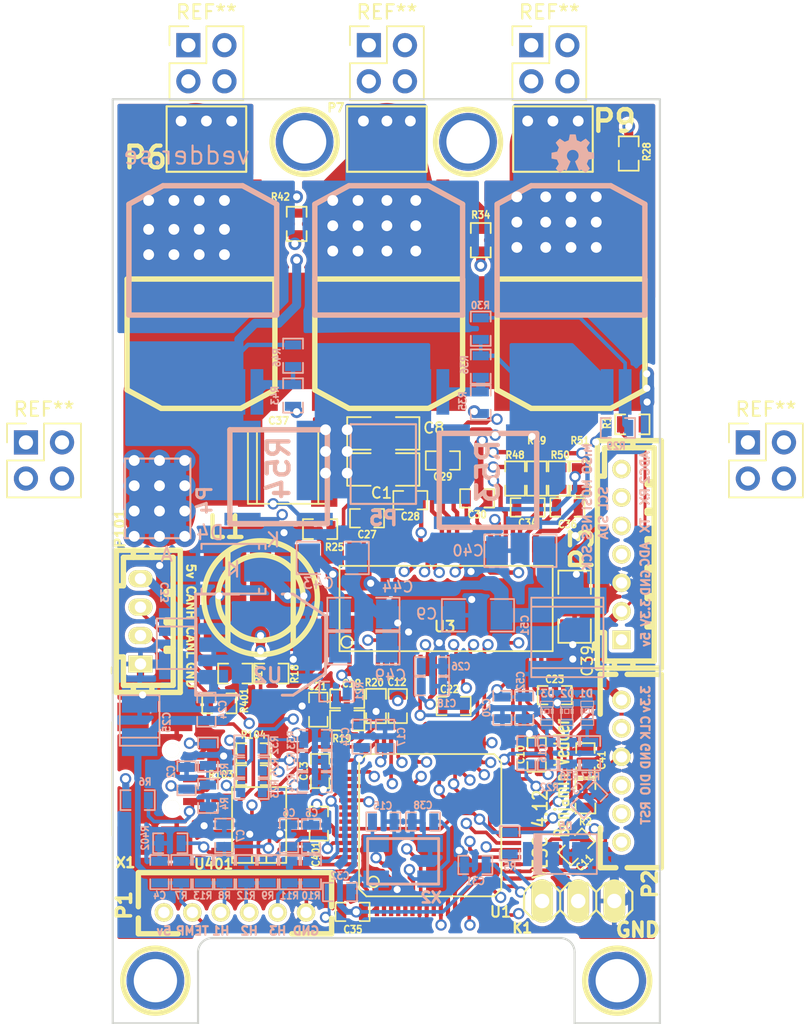
<source format=kicad_pcb>
(kicad_pcb (version 20171130) (host pcbnew "(5.1.2)-1")
  (title_block (title "BLDC Driver 4.6") (date "30 Aug 2014") (rev A) (company "Benjamin Vedder"))
  (layers (0 F.Cu signal) (1 GND signal) (2 GND2 signal) (31 B.Cu signal) (34 B.Paste user) (35 F.Paste user) (36 B.SilkS user) (37 F.SilkS user) (38 B.Mask user) (39 F.Mask user) (44 Edge.Cuts user))
  (net 0 "")
  (net 1 +5V)
  (net 2 GND)
  (net 3 NRST)
  (net 4 "Net-(C15-Pad1)")
  (net 5 "Net-(C16-Pad1)")
  (net 6 "Net-(C17-Pad1)")
  (net 7 "Net-(C18-Pad1)")
  (net 8 "Net-(C19-Pad2)")
  (net 9 "Net-(C20-Pad2)")
  (net 10 "Net-(C21-Pad2)")
  (net 11 "Net-(C22-Pad1)")
  (net 12 "Net-(C22-Pad2)")
  (net 13 "Net-(C23-Pad2)")
  (net 14 "Net-(C27-Pad1)")
  (net 15 "Net-(C27-Pad2)")
  (net 16 "Net-(C28-Pad2)")
  (net 17 "Net-(C29-Pad2)")
  (net 18 "Net-(C30-Pad2)")
  (net 19 "Net-(C34-Pad1)")
  (net 20 "Net-(C34-Pad2)")
  (net 21 "Net-(C36-Pad1)")
  (net 22 "Net-(C36-Pad2)")
  (net 23 "Net-(C38-Pad1)")
  (net 24 "Net-(D1-Pad1)")
  (net 25 "Net-(D2-Pad1)")
  (net 26 "Net-(K1-Pad1)")
  (net 27 "Net-(Q1-PadG)")
  (net 28 "Net-(Q2-PadG)")
  (net 29 "Net-(Q3-PadG)")
  (net 30 "Net-(Q4-PadG)")
  (net 31 "Net-(Q5-PadG)")
  (net 32 "Net-(Q6-PadG)")
  (net 33 "Net-(R17-Pad2)")
  (net 34 "Net-(R20-Pad1)")
  (net 35 "Net-(R21-Pad2)")
  (net 36 "Net-(R25-Pad2)")
  (net 37 "Net-(R6-Pad1)")
  (net 38 SWCLK)
  (net 39 SWDIO)
  (net 40 VCC)
  (net 41 V_SUPPLY)
  (net 42 /MCU/AN_IN)
  (net 43 /MCU/SERVO)
  (net 44 "/Mosfet driver/H1_VS")
  (net 45 "/Mosfet driver/H2_VS")
  (net 46 "/Mosfet driver/H3_VS")
  (net 47 "/Mosfet driver/H1_LOW")
  (net 48 "/Mosfet driver/H3_LOW")
  (net 49 /MCU/SENS1)
  (net 50 /MCU/SENS2)
  (net 51 "/Mosfet driver/M_H1")
  (net 52 "/Mosfet driver/M_L1")
  (net 53 /MCU/SENS3)
  (net 54 "/Mosfet driver/M_H2")
  (net 55 "/Mosfet driver/M_L2")
  (net 56 "/Mosfet driver/M_H3")
  (net 57 "/Mosfet driver/M_L3")
  (net 58 "/Mosfet driver/SH1_A")
  (net 59 "/Mosfet driver/SH1_B")
  (net 60 "/Mosfet driver/SH2_A")
  (net 61 "/Mosfet driver/SH2_B")
  (net 62 /MCU/BR_SO2)
  (net 63 /MCU/BR_SO1)
  (net 64 /MCU/DC_CAL)
  (net 65 /MCU/L3)
  (net 66 /MCU/L2)
  (net 67 /MCU/L1)
  (net 68 /MCU/EN_GATE)
  (net 69 /MCU/FAULT)
  (net 70 /MCU/H3)
  (net 71 /MCU/H2)
  (net 72 /MCU/H1)
  (net 73 /MCU/USB_DM)
  (net 74 /MCU/USB_DP)
  (net 75 /Filters/TEMP_IN)
  (net 76 /Filters/HALL3_OUT)
  (net 77 /Filters/HALL2_OUT)
  (net 78 /Filters/HALL1_OUT)
  (net 79 "Net-(D3-Pad1)")
  (net 80 /Filters/HALL1_IN)
  (net 81 /Filters/HALL2_IN)
  (net 82 /Filters/HALL3_IN)
  (net 83 "/CAN bus transceiver/CANL")
  (net 84 "/CAN bus transceiver/CANH")
  (net 85 /MCU/LED_GREEN)
  (net 86 /MCU/LED_RED)
  (net 87 "Net-(R103-Pad2)")
  (net 88 "Net-(R104-Pad2)")
  (net 89 "Net-(R402-Pad1)")
  (net 90 "/CAN bus transceiver/CAN_RX")
  (net 91 "/CAN bus transceiver/CAN_TX")
  (net 92 /MCU/ADC_TEMP)
  (net 93 /MCU/SCK_ADC_EXT)
  (net 94 /MCU/RX_SCL_MOSI)
  (net 95 /MCU/MISO_ADC_EXT2)
  (net 96 "Net-(P2-Pad6)")
  (net 97 /MCU/TX_SDA_NSS)
  (net 98 "Net-(U1-Pad4)")
  (net 99 "Net-(U1-Pad2)")
  (net 100 "Net-(U1-Pad3)")
  (net 101 "Net-(U1-Pad39)")
  (net 102 "Net-(U1-Pad40)")
  (net 103 "Net-(U1-Pad50)")
  (net 104 "Net-(U1-Pad54)")
  (net 105 "Net-(U1-Pad55)")
  (net 106 "Net-(U1-Pad56)")
  (net 107 "Net-(U1-Pad9)")
  (net 108 "Net-(U1-Pad11)")
  (net 109 "Net-(U1-Pad28)")
  (net 110 "Net-(U3-Pad4)")
  (net 111 "Net-(U3-Pad5)")
  (net 112 "Net-(U3-Pad55)")
  (net 113 "Net-(U3-Pad56)")
  (net 114 "Net-(U401-Pad5)")
  (net 115 "Net-(X1-Pad4)")
  (module Connector_PinHeader_2.54mm:PinHeader_2x02_P2.54mm_Vertical (layer F.Cu) (at 107.95 76.2)
    (fp_text reference REF** (at 1.27 -2.33) (layer F.SilkS))
    (fp_text value PinHeader_2x02_P2.54mm_Vertical)
    (pad 1 thru_hole rect (at 0 0) (size 1.7 1.7) (drill 1) (layers *.Cu *.Mask))
    (pad 2 thru_hole oval (at 2.54 0) (size 1.7 1.7) (drill 1) (layers *.Cu *.Mask))
    (pad 3 thru_hole oval (at 0 2.54) (size 1.7 1.7) (drill 1) (layers *.Cu *.Mask))
    (pad 4 thru_hole oval (at 2.54 2.54) (size 1.7 1.7) (drill 1) (layers *.Cu *.Mask))
  )
  (module Connector_PinHeader_2.54mm:PinHeader_2x02_P2.54mm_Vertical (layer F.Cu) (at 83.82 76.2)
    (fp_text reference REF** (at 1.27 -2.33) (layer F.SilkS))
    (fp_text value PinHeader_2x02_P2.54mm_Vertical)
    (pad 1 thru_hole rect (at 0 0) (size 1.7 1.7) (drill 1) (layers *.Cu *.Mask))
    (pad 2 thru_hole oval (at 2.54 0) (size 1.7 1.7) (drill 1) (layers *.Cu *.Mask))
    (pad 3 thru_hole oval (at 0 2.54) (size 1.7 1.7) (drill 1) (layers *.Cu *.Mask))
    (pad 4 thru_hole oval (at 2.54 2.54) (size 1.7 1.7) (drill 1) (layers *.Cu *.Mask))
  )
  (module Connector_PinHeader_2.54mm:PinHeader_2x02_P2.54mm_Vertical (layer F.Cu) (at 72.39 104.14)
    (fp_text reference REF** (at 1.27 -2.33) (layer F.SilkS))
    (fp_text value PinHeader_2x02_P2.54mm_Vertical)
    (pad 1 thru_hole rect (at 0 0) (size 1.7 1.7) (drill 1) (layers *.Cu *.Mask))
    (pad 2 thru_hole oval (at 2.54 0) (size 1.7 1.7) (drill 1) (layers *.Cu *.Mask))
    (pad 3 thru_hole oval (at 0 2.54) (size 1.7 1.7) (drill 1) (layers *.Cu *.Mask))
    (pad 4 thru_hole oval (at 2.54 2.54) (size 1.7 1.7) (drill 1) (layers *.Cu *.Mask))
  )
  (module Connector_PinHeader_2.54mm:PinHeader_2x02_P2.54mm_Vertical (layer F.Cu) (at 123.19 104.14)
    (fp_text reference REF** (at 1.27 -2.33) (layer F.SilkS))
    (fp_text value PinHeader_2x02_P2.54mm_Vertical)
    (pad 1 thru_hole rect (at 0 0) (size 1.7 1.7) (drill 1) (layers *.Cu *.Mask))
    (pad 2 thru_hole oval (at 2.54 0) (size 1.7 1.7) (drill 1) (layers *.Cu *.Mask))
    (pad 3 thru_hole oval (at 0 2.54) (size 1.7 1.7) (drill 1) (layers *.Cu *.Mask))
    (pad 4 thru_hole oval (at 2.54 2.54) (size 1.7 1.7) (drill 1) (layers *.Cu *.Mask))
  )
  (module Connector_PinHeader_2.54mm:PinHeader_2x02_P2.54mm_Vertical (layer F.Cu) (at 96.52 76.2)
    (fp_text reference REF** (at 1.27 -2.33) (layer F.SilkS))
    (fp_text value PinHeader_2x02_P2.54mm_Vertical)
    (pad 4 thru_hole oval (at 2.54 2.54) (size 1.7 1.7) (drill 1) (layers *.Cu *.Mask))
    (pad 3 thru_hole oval (at 0 2.54) (size 1.7 1.7) (drill 1) (layers *.Cu *.Mask))
    (pad 2 thru_hole oval (at 2.54 0) (size 1.7 1.7) (drill 1) (layers *.Cu *.Mask))
    (pad 1 thru_hole rect (at 0 0) (size 1.7 1.7) (drill 1) (layers *.Cu *.Mask))
  )
  (module Diodes_SMD:SMA_Handsoldering (layer B.Cu) (at 86.995 113.03 180)
    (fp_text reference D4 (at 1.651 2.54 180) (layer B.SilkS) (effects (justify mirror)))
    (fp_text value DIODESCH)
    (fp_text user K (at -2.794 2.032 180) (layer B.SilkS) (effects (justify mirror)))
    (fp_text user A (at 4.699 1.016 180) (layer B.SilkS) (effects (justify mirror)))
    (pad 2 smd rect (at -2.49936 0 180) (size 3.50012 1.80086) (layers B.Cu B.Paste B.Mask) (net 14 "Net-(C27-Pad1)"))
    (pad 1 smd rect (at 2.49936 0 180) (size 3.50012 1.80086) (layers B.Cu B.Paste B.Mask) (net 2 GND))
  )
  (module CRF1:MICRO_JST_6 (layer F.Cu) (at 87.1 137.2)
    (fp_text reference P1 (at -7.8 -0.5 90) (layer F.SilkS) (effects (font (thickness 0.25))))
    (fp_text value HALL/Encoder hide)
    (pad 3 thru_hole circle (at -1.00076 0) (size 1.30048 1.30048) (drill 0.8) (layers *.Cu *.Mask F.SilkS) (net 80 /Filters/HALL1_IN))
    (pad 4 thru_hole circle (at 1.00076 0) (size 1.30048 1.30048) (drill 0.8) (layers *.Cu *.Mask F.SilkS) (net 81 /Filters/HALL2_IN))
    (pad 5 thru_hole circle (at 2.99974 0) (size 1.30048 1.30048) (drill 0.8) (layers *.Cu *.Mask F.SilkS) (net 82 /Filters/HALL3_IN))
    (pad 6 thru_hole circle (at 5.00126 0) (size 1.30048 1.30048) (drill 0.8) (layers *.Cu *.Mask F.SilkS) (net 2 GND))
    (pad 2 thru_hole circle (at -2.99974 0) (size 1.30048 1.30048) (drill 0.8) (layers *.Cu *.Mask F.SilkS) (net 75 /Filters/TEMP_IN))
    (pad 1 thru_hole circle (at -5.00126 0) (size 1.30048 1.30048) (drill 0.8) (layers *.Cu *.Mask F.SilkS) (net 1 +5V))
  )
  (module "JST conn:b4b-ph-kl" (layer F.Cu) (at 80.45 116.726 90)
    (fp_text reference P101 (at 6.526 -1.45 90) (layer F.SilkS) (effects (font (size 0.7 0.7) (thickness 0.175))))
    (fp_text value CANBUS hide)
    (pad 1 thru_hole rect (at -3.00228 0 90) (size 1.19888 1.69926) (drill 0.8) (layers *.Cu *.Mask F.SilkS) (net 2 GND))
    (pad 3 thru_hole oval (at 1.00076 0 90) (size 1.19888 1.69926) (drill 0.8) (layers *.Cu *.Mask F.SilkS) (net 84 "/CAN bus transceiver/CANH"))
    (pad 2 thru_hole oval (at -1.00076 0 90) (size 1.19888 1.69926) (drill 0.8) (layers *.Cu *.Mask F.SilkS) (net 83 "/CAN bus transceiver/CANL"))
    (pad 4 thru_hole oval (at 2.99974 0 90) (size 1.19888 1.69926) (drill 0.8) (layers *.Cu *.Mask F.SilkS) (net 1 +5V))
  )
  (module CRF1:MICRO_JST_6 (layer F.Cu) (at 114.3 127.254 270)
    (fp_text reference P2 (at 7.946 -2 90) (layer F.SilkS) (effects (font (thickness 0.25))))
    (fp_text value SWD hide)
    (pad 3 thru_hole circle (at -1.00076 0 270) (size 1.30048 1.30048) (drill 0.8) (layers *.Cu *.Mask F.SilkS) (net 2 GND))
    (pad 4 thru_hole circle (at 1.00076 0 270) (size 1.30048 1.30048) (drill 0.8) (layers *.Cu *.Mask F.SilkS) (net 39 SWDIO))
    (pad 5 thru_hole circle (at 2.99974 0 270) (size 1.30048 1.30048) (drill 0.8) (layers *.Cu *.Mask F.SilkS) (net 3 NRST))
    (pad 6 thru_hole circle (at 5.00126 0 270) (size 1.30048 1.30048) (drill 0.8) (layers *.Cu *.Mask F.SilkS) (net 96 "Net-(P2-Pad6)"))
    (pad 2 thru_hole circle (at -2.99974 0 270) (size 1.30048 1.30048) (drill 0.8) (layers *.Cu *.Mask F.SilkS) (net 38 SWCLK))
    (pad 1 thru_hole circle (at -5.00126 0 270) (size 1.30048 1.30048) (drill 0.8) (layers *.Cu *.Mask F.SilkS) (net 40 VCC))
  )
  (module CRF1:WSLP2726 (layer B.Cu) (at 104.902 108.712)
    (fp_text reference R53 (at 0 -2.54 270) (layer B.SilkS) (effects (font (size 1.524 1.524) (thickness 0.3048)) (justify mirror)))
    (fp_text value SHUNT hide)
    (pad 1 smd rect (at -2.54 -3.048) (size 2.54 5.588) (layers B.Cu B.Paste B.Mask) (net 2 GND))
    (pad 2 smd rect (at 2.54 -3.048) (size 2.54 5.588) (layers B.Cu B.Paste B.Mask) (net 47 "/Mosfet driver/H1_LOW"))
    (pad 3 smd rect (at -2.54 1.0795) (size 2.54 0.889) (layers B.Cu B.Paste B.Mask) (net 61 "/Mosfet driver/SH2_B"))
    (pad 4 smd rect (at 2.54 1.0795) (size 2.54 0.889) (layers B.Cu B.Paste B.Mask) (net 60 "/Mosfet driver/SH2_A"))
  )
  (module CRF1:WSLP2726 (layer B.Cu) (at 90.17 108.458)
    (fp_text reference R54 (at 0 -2.54 270) (layer B.SilkS) (effects (font (size 1.524 1.524) (thickness 0.3048)) (justify mirror)))
    (fp_text value SHUNT hide)
    (pad 1 smd rect (at -2.54 -3.048) (size 2.54 5.588) (layers B.Cu B.Paste B.Mask) (net 48 "/Mosfet driver/H3_LOW"))
    (pad 2 smd rect (at 2.54 -3.048) (size 2.54 5.588) (layers B.Cu B.Paste B.Mask) (net 2 GND))
    (pad 3 smd rect (at -2.54 1.0795) (size 2.54 0.889) (layers B.Cu B.Paste B.Mask) (net 58 "/Mosfet driver/SH1_A"))
    (pad 4 smd rect (at 2.54 1.0795) (size 2.54 0.889) (layers B.Cu B.Paste B.Mask) (net 59 "/Mosfet driver/SH1_B"))
  )
  (module w_smd_diode:do214ac (layer B.Cu) (at 110.363 133.096 180)
    (fp_text reference D5 (at 0 1.9685 180) (layer B.SilkS) (effects (font (size 0.50038 0.50038) (thickness 0.11938)) (justify mirror)))
    (fp_text value "TVS 5V" hide)
    (pad 2 smd rect (at 1.72974 0 180) (size 2.54 1.69926) (layers B.Cu B.Paste B.Mask) (net 1 +5V))
    (pad 1 smd rect (at -1.72974 0 180) (size 2.54 1.69926) (layers B.Cu B.Paste B.Mask) (net 2 GND))
  )
  (module CRF1:D2PAK-7-GDS (layer F.Cu) (at 84.709 91.948 180)
    (fp_text reference Q5 hide)
    (fp_text value IRFS7530 hide)
    (pad D smd rect (at 0 -5.90042 180) (size 10.80008 8.15086) (layers F.Cu F.Paste F.Mask) (net 41 V_SUPPLY))
    (pad G smd rect (at -3.81 4.70154 180) (size 0.89916 3.2004) (layers F.Cu F.Paste F.Mask) (net 31 "Net-(Q5-PadG)"))
    (pad S smd rect (at -2.54 4.70154 180) (size 0.89916 3.2004) (layers F.Cu F.Paste F.Mask) (net 46 "/Mosfet driver/H3_VS"))
    (pad S smd rect (at -1.27 4.70154 180) (size 0.89916 3.2004) (layers F.Cu F.Paste F.Mask) (net 46 "/Mosfet driver/H3_VS"))
    (pad S smd rect (at 1.27 4.70154 180) (size 0.89916 3.2004) (layers F.Cu F.Paste F.Mask) (net 46 "/Mosfet driver/H3_VS"))
    (pad S smd rect (at 2.54 4.70154 180) (size 0.89916 3.2004) (layers F.Cu F.Paste F.Mask) (net 46 "/Mosfet driver/H3_VS"))
    (pad S smd rect (at 3.81 4.70154 180) (size 0.89916 3.2004) (layers F.Cu F.Paste F.Mask) (net 46 "/Mosfet driver/H3_VS"))
  )
  (module CRF1:Crystal_5x3mm (layer B.Cu) (at 98.933 133.604)
    (fp_text reference X2 (at 1.967 2.546) (layer B.SilkS) (effects (font (size 0.762 0.762) (thickness 0.1905)) (justify mirror)))
    (fp_text value "8MHz 10ppm" hide)
    (pad 3 smd rect (at -1.89992 1.24968) (size 1.80086 1.19888) (layers B.Cu B.Paste B.Mask) (net 2 GND))
    (pad 1 smd rect (at -1.89992 -1.24968) (size 1.80086 1.19888) (layers B.Cu B.Paste B.Mask) (net 4 "Net-(C15-Pad1)"))
    (pad 3 smd rect (at 1.89992 -1.24968) (size 1.80086 1.19888) (layers B.Cu B.Paste B.Mask) (net 2 GND))
    (pad 2 smd rect (at 1.89992 1.24968) (size 1.80086 1.19888) (layers B.Cu B.Paste B.Mask) (net 23 "Net-(C38-Pad1)"))
  )
  (module CRF1:pinhead-1X03 (layer F.Cu) (at 111.252 136.398)
    (fp_text reference K1 (at -3.937 1.905) (layer F.SilkS) (effects (font (size 0.7 0.7) (thickness 0.175))))
    (fp_text value SERVO hide)
    (pad 1 thru_hole oval (at -2.54 0) (size 1.524 3.048) (drill 1.016) (layers *.Cu *.Mask F.SilkS) (net 26 "Net-(K1-Pad1)"))
    (pad 2 thru_hole oval (at 0 0) (size 1.524 3.048) (drill 1.016) (layers *.Cu *.Mask F.SilkS) (net 1 +5V))
    (pad 3 thru_hole oval (at 2.54 0) (size 1.524 3.048) (drill 1.016) (layers *.Cu *.Mask F.SilkS) (net 2 GND))
  )
  (module 1pin (layer F.Cu) (at 92 83)
    (fp_text reference 1PIN hide)
    (fp_text value P*** hide)
    (pad 1 thru_hole circle (at 0 0) (size 4.064 4.064) (drill 3.048) (layers *.Cu *.Mask) (thermal_gap 0.762))
  )
  (module 1pin (layer F.Cu) (at 103.5 83)
    (fp_text reference 1PIN hide)
    (fp_text value P*** hide)
    (pad 1 thru_hole circle (at 0 0) (size 4.064 4.064) (drill 3.048) (layers *.Cu *.Mask))
  )
  (module oshw_silkscreen-back_3mm (layer B.Cu) (at 110.871 83.82)
    (fp_text reference G*** hide)
    (fp_text value oshw_silkscreen-back_3mm hide)
  )
  (module w_smd_cap:c_tant_B (layer B.Cu) (at 80.391 123.698 270)
    (fp_text reference C25 (at 0.127 -1.905 270) (layer B.SilkS) (effects (font (size 0.50038 0.50038) (thickness 0.11938)) (justify mirror)))
    (fp_text value 100u hide)
    (pad 1 smd rect (at 1.524 0 270) (size 1.95072 2.49936) (layers B.Cu B.Paste B.Mask) (net 40 VCC))
    (pad 2 smd rect (at -1.524 0 270) (size 1.95072 2.49936) (layers B.Cu B.Paste B.Mask) (net 2 GND))
  )
  (module w_smd_cap:c_tant_B (layer B.Cu) (at 83 118.3 90)
    (fp_text reference C33 (at 3.619 -0.831 90) (layer B.SilkS) (effects (font (size 0.50038 0.50038) (thickness 0.11938)) (justify mirror)))
    (fp_text value 100u hide)
    (pad 1 smd rect (at 1.524 0 90) (size 1.95072 2.49936) (layers B.Cu B.Paste B.Mask) (net 1 +5V))
    (pad 2 smd rect (at -1.524 0 90) (size 1.95072 2.49936) (layers B.Cu B.Paste B.Mask) (net 2 GND))
  )
  (module w_smd_cap:c_2220 (layer F.Cu) (at 90.805 105.918)
    (fp_text reference C37 (at -0.635 -3.302) (layer F.SilkS) (effects (font (size 0.50038 0.50038) (thickness 0.11938))))
    (fp_text value 15u,100V hide)
    (pad 1 smd rect (at 2.57556 0) (size 1.84912 5.4991) (layers F.Cu F.Paste F.Mask) (net 2 GND))
    (pad 2 smd rect (at -2.57556 0) (size 1.84912 5.4991) (layers F.Cu F.Paste F.Mask) (net 41 V_SUPPLY))
  )
  (module w_smd_cap:c_2220 (layer B.Cu) (at 110.49 117.856 270)
    (fp_text reference C51 (at -0.856 2.99 270) (layer B.SilkS) (effects (font (size 0.50038 0.50038) (thickness 0.11938)) (justify mirror)))
    (fp_text value "15u, 100v" hide)
    (pad 1 smd rect (at 2.57556 0 270) (size 1.84912 5.4991) (layers B.Cu B.Paste B.Mask) (net 2 GND))
    (pad 2 smd rect (at -2.57556 0 270) (size 1.84912 5.4991) (layers B.Cu B.Paste B.Mask) (net 41 V_SUPPLY))
  )
  (module LEDs:LED-0603 (layer B.Cu) (at 111.887 123.19 90)
    (fp_text reference D1 (at 1.39 -0.087 180) (layer B.SilkS) (effects (font (size 0.508 0.508) (thickness 0.127)) (justify mirror)))
    (fp_text value GREEN hide)
    (pad 1 smd rect (at -0.7493 0 90) (size 0.79756 0.79756) (layers B.Cu B.Paste B.Mask) (net 24 "Net-(D1-Pad1)"))
    (pad 2 smd rect (at 0.7493 0 90) (size 0.79756 0.79756) (layers B.Cu B.Paste B.Mask) (net 2 GND))
  )
  (module LEDs:LED-0603 (layer B.Cu) (at 110.45 123.2 90)
    (fp_text reference D2 (at 1.39 0.037 180) (layer B.SilkS) (effects (font (size 0.508 0.508) (thickness 0.127)) (justify mirror)))
    (fp_text value RED hide)
    (pad 1 smd rect (at -0.7493 0 90) (size 0.79756 0.79756) (layers B.Cu B.Paste B.Mask) (net 25 "Net-(D2-Pad1)"))
    (pad 2 smd rect (at 0.7493 0 90) (size 0.79756 0.79756) (layers B.Cu B.Paste B.Mask) (net 2 GND))
  )
  (module LEDs:LED-0603 (layer B.Cu) (at 109.05 123.2 90)
    (fp_text reference D3 (at 1.4 0.05 180) (layer B.SilkS) (effects (font (size 0.508 0.508) (thickness 0.127)) (justify mirror)))
    (fp_text value LED hide)
    (pad 1 smd rect (at -0.7493 0 90) (size 0.79756 0.79756) (layers B.Cu B.Paste B.Mask) (net 79 "Net-(D3-Pad1)"))
    (pad 2 smd rect (at 0.7493 0 90) (size 0.79756 0.79756) (layers B.Cu B.Paste B.Mask) (net 2 GND))
  )
  (module w_smd_inductors:inductor_smd_8x5mm (layer F.Cu) (at 88.9 115.062 180)
    (fp_text reference L1 (at 2.4 4.962 180) (layer F.SilkS) (effects (font (size 1.524 1.524) (thickness 0.3048))))
    (fp_text value 22u hide)
    (pad 1 smd rect (at -2.49936 0 180) (size 2.9972 7.49808) (layers F.Cu F.Paste F.Mask) (net 14 "Net-(C27-Pad1)"))
    (pad 2 smd rect (at 2.49936 0 180) (size 2.9972 7.49808) (layers F.Cu F.Paste F.Mask) (net 1 +5V))
  )
  (module CRF1:1PAD_4x5mm (layer B.Cu) (at 81.661 108.077)
    (fp_text reference P4 (at 3.302 0.127 90) (layer B.SilkS) (effects (font (size 1.016 1.016) (thickness 0.2032)) (justify mirror)))
    (fp_text value IN+ hide)
    (pad 1 smd rect (at 0 0) (size 4 5) (layers B.Cu B.Paste B.Mask) (net 41 V_SUPPLY))
  )
  (module CRF1:1PAD_4x5mm (layer B.Cu) (at 97.536 105.664)
    (fp_text reference P5 (at 0 3.81 180) (layer B.SilkS) (effects (font (thickness 0.25)) (justify mirror)))
    (fp_text value IN- hide)
    (pad 1 smd rect (at 0 0) (size 4 5) (layers B.Cu B.Paste B.Mask) (net 2 GND))
  )
  (module CRF1:1PAD_4x5mm (layer F.Cu) (at 85.09 82.804 90)
    (fp_text reference P6 (at -1.296 -4.29) (layer F.SilkS) (effects (font (size 1.524 1.524) (thickness 0.3048))))
    (fp_text value MOTOR1 hide)
    (pad 1 smd rect (at 0 0 90) (size 4 5) (layers F.Cu F.Paste F.Mask) (net 46 "/Mosfet driver/H3_VS"))
  )
  (module CRF1:1PAD_4x5mm (layer F.Cu) (at 97.79 82.804 90)
    (fp_text reference P7 (at 2.204 -3.59 180) (layer F.SilkS) (effects (font (size 0.6 0.6))))
    (fp_text value MOTOR2 hide)
    (pad 1 smd rect (at 0 0 90) (size 4 5) (layers F.Cu F.Paste F.Mask) (net 45 "/Mosfet driver/H2_VS"))
  )
  (module CRF1:1PAD_4x5mm (layer F.Cu) (at 109.474 82.804 90)
    (fp_text reference P9 (at 1.27 4.318) (layer F.SilkS) (effects (font (size 1.524 1.524) (thickness 0.3048))))
    (fp_text value MOTOR3 hide)
    (pad 1 smd rect (at 0 0 90) (size 4 5) (layers F.Cu F.Paste F.Mask) (net 44 "/Mosfet driver/H1_VS"))
  )
  (module CRF1:D2PAK-7-GDS (layer F.Cu) (at 110.744 91.948 180)
    (fp_text reference Q1 hide)
    (fp_text value IRFS7530 hide)
    (pad D smd rect (at 0 -5.90042 180) (size 10.80008 8.15086) (layers F.Cu F.Paste F.Mask) (net 41 V_SUPPLY))
    (pad G smd rect (at -3.81 4.70154 180) (size 0.89916 3.2004) (layers F.Cu F.Paste F.Mask) (net 27 "Net-(Q1-PadG)"))
    (pad S smd rect (at -2.54 4.70154 180) (size 0.89916 3.2004) (layers F.Cu F.Paste F.Mask) (net 44 "/Mosfet driver/H1_VS"))
    (pad S smd rect (at -1.27 4.70154 180) (size 0.89916 3.2004) (layers F.Cu F.Paste F.Mask) (net 44 "/Mosfet driver/H1_VS"))
    (pad S smd rect (at 1.27 4.70154 180) (size 0.89916 3.2004) (layers F.Cu F.Paste F.Mask) (net 44 "/Mosfet driver/H1_VS"))
    (pad S smd rect (at 2.54 4.70154 180) (size 0.89916 3.2004) (layers F.Cu F.Paste F.Mask) (net 44 "/Mosfet driver/H1_VS"))
    (pad S smd rect (at 3.81 4.70154 180) (size 0.89916 3.2004) (layers F.Cu F.Paste F.Mask) (net 44 "/Mosfet driver/H1_VS"))
  )
  (module CRF1:D2PAK-7-GDS (layer B.Cu) (at 110.744 95.885 180)
    (fp_text reference Q2 hide)
    (fp_text value IRFS7530 hide)
    (pad D smd rect (at 0 5.90042 180) (size 10.80008 8.15086) (layers B.Cu B.Paste B.Mask) (net 44 "/Mosfet driver/H1_VS"))
    (pad G smd rect (at -3.81 -4.70154 180) (size 0.89916 3.2004) (layers B.Cu B.Paste B.Mask) (net 28 "Net-(Q2-PadG)"))
    (pad S smd rect (at -2.54 -4.70154 180) (size 0.89916 3.2004) (layers B.Cu B.Paste B.Mask) (net 47 "/Mosfet driver/H1_LOW"))
    (pad S smd rect (at -1.27 -4.70154 180) (size 0.89916 3.2004) (layers B.Cu B.Paste B.Mask) (net 47 "/Mosfet driver/H1_LOW"))
    (pad S smd rect (at 1.27 -4.70154 180) (size 0.89916 3.2004) (layers B.Cu B.Paste B.Mask) (net 47 "/Mosfet driver/H1_LOW"))
    (pad S smd rect (at 2.54 -4.70154 180) (size 0.89916 3.2004) (layers B.Cu B.Paste B.Mask) (net 47 "/Mosfet driver/H1_LOW"))
    (pad S smd rect (at 3.81 -4.70154 180) (size 0.89916 3.2004) (layers B.Cu B.Paste B.Mask) (net 47 "/Mosfet driver/H1_LOW"))
  )
  (module CRF1:D2PAK-7-GDS (layer F.Cu) (at 97.917 91.948 180)
    (fp_text reference Q3 hide)
    (fp_text value IRFS7530 hide)
    (pad D smd rect (at 0 -5.90042 180) (size 10.80008 8.15086) (layers F.Cu F.Paste F.Mask) (net 41 V_SUPPLY))
    (pad G smd rect (at -3.81 4.70154 180) (size 0.89916 3.2004) (layers F.Cu F.Paste F.Mask) (net 29 "Net-(Q3-PadG)"))
    (pad S smd rect (at -2.54 4.70154 180) (size 0.89916 3.2004) (layers F.Cu F.Paste F.Mask) (net 45 "/Mosfet driver/H2_VS"))
    (pad S smd rect (at -1.27 4.70154 180) (size 0.89916 3.2004) (layers F.Cu F.Paste F.Mask) (net 45 "/Mosfet driver/H2_VS"))
    (pad S smd rect (at 1.27 4.70154 180) (size 0.89916 3.2004) (layers F.Cu F.Paste F.Mask) (net 45 "/Mosfet driver/H2_VS"))
    (pad S smd rect (at 2.54 4.70154 180) (size 0.89916 3.2004) (layers F.Cu F.Paste F.Mask) (net 45 "/Mosfet driver/H2_VS"))
    (pad S smd rect (at 3.81 4.70154 180) (size 0.89916 3.2004) (layers F.Cu F.Paste F.Mask) (net 45 "/Mosfet driver/H2_VS"))
  )
  (module CRF1:D2PAK-7-GDS (layer B.Cu) (at 97.917 95.885 180)
    (fp_text reference Q4 hide)
    (fp_text value IRFS7530 hide)
    (pad D smd rect (at 0 5.90042 180) (size 10.80008 8.15086) (layers B.Cu B.Paste B.Mask) (net 45 "/Mosfet driver/H2_VS"))
    (pad G smd rect (at -3.81 -4.70154 180) (size 0.89916 3.2004) (layers B.Cu B.Paste B.Mask) (net 30 "Net-(Q4-PadG)"))
    (pad S smd rect (at -2.54 -4.70154 180) (size 0.89916 3.2004) (layers B.Cu B.Paste B.Mask) (net 2 GND))
    (pad S smd rect (at -1.27 -4.70154 180) (size 0.89916 3.2004) (layers B.Cu B.Paste B.Mask) (net 2 GND))
    (pad S smd rect (at 1.27 -4.70154 180) (size 0.89916 3.2004) (layers B.Cu B.Paste B.Mask) (net 2 GND))
    (pad S smd rect (at 2.54 -4.70154 180) (size 0.89916 3.2004) (layers B.Cu B.Paste B.Mask) (net 2 GND))
    (pad S smd rect (at 3.81 -4.70154 180) (size 0.89916 3.2004) (layers B.Cu B.Paste B.Mask) (net 2 GND))
  )
  (module CRF1:D2PAK-7-GDS (layer B.Cu) (at 84.836 95.885 180)
    (fp_text reference Q6 hide)
    (fp_text value IRFS7530 hide)
    (pad D smd rect (at 0 5.90042 180) (size 10.80008 8.15086) (layers B.Cu B.Paste B.Mask) (net 46 "/Mosfet driver/H3_VS"))
    (pad G smd rect (at -3.81 -4.70154 180) (size 0.89916 3.2004) (layers B.Cu B.Paste B.Mask) (net 32 "Net-(Q6-PadG)"))
    (pad S smd rect (at -2.54 -4.70154 180) (size 0.89916 3.2004) (layers B.Cu B.Paste B.Mask) (net 48 "/Mosfet driver/H3_LOW"))
    (pad S smd rect (at -1.27 -4.70154 180) (size 0.89916 3.2004) (layers B.Cu B.Paste B.Mask) (net 48 "/Mosfet driver/H3_LOW"))
    (pad S smd rect (at 1.27 -4.70154 180) (size 0.89916 3.2004) (layers B.Cu B.Paste B.Mask) (net 48 "/Mosfet driver/H3_LOW"))
    (pad S smd rect (at 2.54 -4.70154 180) (size 0.89916 3.2004) (layers B.Cu B.Paste B.Mask) (net 48 "/Mosfet driver/H3_LOW"))
    (pad S smd rect (at 3.81 -4.70154 180) (size 0.89916 3.2004) (layers B.Cu B.Paste B.Mask) (net 48 "/Mosfet driver/H3_LOW"))
  )
  (module CRF1:lqfp64_pad_mod (layer F.Cu) (at 100.838 131.064)
    (fp_text reference U1 (at 4.953 6.096) (layer F.SilkS) (effects (font (size 0.7493 0.7493) (thickness 0.14986))))
    (fp_text value STM32F40X_LQFP64 hide)
    (pad 4 smd rect (at -2.25044 5.75056) (size 0.3 1.30048) (layers F.Cu F.Paste F.Mask) (net 98 "Net-(U1-Pad4)"))
    (pad 5 smd rect (at -1.75006 5.75056) (size 0.3 1.30048) (layers F.Cu F.Paste F.Mask) (net 4 "Net-(C15-Pad1)"))
    (pad 6 smd rect (at -1.24968 5.75056) (size 0.3 1.30048) (layers F.Cu F.Paste F.Mask) (net 23 "Net-(C38-Pad1)"))
    (pad 7 smd rect (at -0.7493 5.75056) (size 0.3 1.30048) (layers F.Cu F.Paste F.Mask) (net 3 NRST))
    (pad 8 smd rect (at -0.24892 5.75056) (size 0.3 1.30048) (layers F.Cu F.Paste F.Mask) (net 75 /Filters/TEMP_IN))
    (pad 1 smd rect (at -3.74904 5.75056) (size 0.3 1.30048) (layers F.Cu F.Paste F.Mask) (net 40 VCC))
    (pad 2 smd rect (at -3.2512 5.75056) (size 0.3 1.30048) (layers F.Cu F.Paste F.Mask) (net 99 "Net-(U1-Pad2)"))
    (pad 3 smd rect (at -2.75082 5.75056) (size 0.3 1.30048) (layers F.Cu F.Paste F.Mask) (net 100 "Net-(U1-Pad3)"))
    (pad 17 smd rect (at 5.75056 3.74904) (size 1.30048 0.3) (layers F.Cu F.Paste F.Mask) (net 92 /MCU/ADC_TEMP))
    (pad 18 smd rect (at 5.75056 3.2512) (size 1.30048 0.3) (layers F.Cu F.Paste F.Mask) (net 2 GND))
    (pad 19 smd rect (at 5.75056 2.75082) (size 1.30048 0.3) (layers F.Cu F.Paste F.Mask) (net 40 VCC))
    (pad 20 smd rect (at 5.75056 2.25044) (size 1.30048 0.3) (layers F.Cu F.Paste F.Mask) (net 97 /MCU/TX_SDA_NSS))
    (pad 21 smd rect (at 5.75056 1.75006) (size 1.30048 0.3) (layers F.Cu F.Paste F.Mask) (net 93 /MCU/SCK_ADC_EXT))
    (pad 22 smd rect (at 5.75056 1.24968) (size 1.30048 0.3) (layers F.Cu F.Paste F.Mask) (net 95 /MCU/MISO_ADC_EXT2))
    (pad 23 smd rect (at 5.75056 0.7493) (size 1.30048 0.3) (layers F.Cu F.Paste F.Mask) (net 94 /MCU/RX_SCL_MOSI))
    (pad 24 smd rect (at 5.75056 0.24892) (size 1.30048 0.3) (layers F.Cu F.Paste F.Mask) (net 85 /MCU/LED_GREEN))
    (pad 33 smd rect (at 3.74904 -5.75056) (size 0.3 1.30048) (layers F.Cu F.Paste F.Mask) (net 64 /MCU/DC_CAL))
    (pad 34 smd rect (at 3.2512 -5.75056) (size 0.3 1.30048) (layers F.Cu F.Paste F.Mask) (net 65 /MCU/L3))
    (pad 35 smd rect (at 2.75082 -5.75056) (size 0.3 1.30048) (layers F.Cu F.Paste F.Mask) (net 66 /MCU/L2))
    (pad 36 smd rect (at 2.25044 -5.75056) (size 0.3 1.30048) (layers F.Cu F.Paste F.Mask) (net 67 /MCU/L1))
    (pad 37 smd rect (at 1.75006 -5.75056) (size 0.3 1.30048) (layers F.Cu F.Paste F.Mask) (net 97 /MCU/TX_SDA_NSS))
    (pad 38 smd rect (at 1.24968 -5.75056) (size 0.3 1.30048) (layers F.Cu F.Paste F.Mask) (net 94 /MCU/RX_SCL_MOSI))
    (pad 39 smd rect (at 0.7493 -5.75056) (size 0.3 1.30048) (layers F.Cu F.Paste F.Mask) (net 101 "Net-(U1-Pad39)"))
    (pad 40 smd rect (at 0.24892 -5.75056) (size 0.3 1.30048) (layers F.Cu F.Paste F.Mask) (net 102 "Net-(U1-Pad40)"))
    (pad 49 smd rect (at -5.75056 -3.74904) (size 1.30048 0.3) (layers F.Cu F.Paste F.Mask) (net 38 SWCLK))
    (pad 50 smd rect (at -5.75056 -3.2512) (size 1.30048 0.3) (layers F.Cu F.Paste F.Mask) (net 103 "Net-(U1-Pad50)"))
    (pad 51 smd rect (at -5.75056 -2.75082) (size 1.30048 0.3) (layers F.Cu F.Paste F.Mask) (net 68 /MCU/EN_GATE))
    (pad 52 smd rect (at -5.75056 -2.25044) (size 1.30048 0.3) (layers F.Cu F.Paste F.Mask) (net 76 /Filters/HALL3_OUT))
    (pad 53 smd rect (at -5.75056 -1.75006) (size 1.30048 0.3) (layers F.Cu F.Paste F.Mask) (net 69 /MCU/FAULT))
    (pad 54 smd rect (at -5.75056 -1.24968) (size 1.30048 0.3) (layers F.Cu F.Paste F.Mask) (net 104 "Net-(U1-Pad54)"))
    (pad 55 smd rect (at -5.75056 -0.7493) (size 1.30048 0.3) (layers F.Cu F.Paste F.Mask) (net 105 "Net-(U1-Pad55)"))
    (pad 56 smd rect (at -5.75056 -0.24892) (size 1.30048 0.3) (layers F.Cu F.Paste F.Mask) (net 106 "Net-(U1-Pad56)"))
    (pad 9 smd rect (at 0.24892 5.75056) (size 0.3 1.30048) (layers F.Cu F.Paste F.Mask) (net 107 "Net-(U1-Pad9)"))
    (pad 10 smd rect (at 0.7493 5.75056) (size 0.3 1.30048) (layers F.Cu F.Paste F.Mask) (net 42 /MCU/AN_IN))
    (pad 11 smd rect (at 1.24968 5.75056) (size 0.3 1.30048) (layers F.Cu F.Paste F.Mask) (net 108 "Net-(U1-Pad11)"))
    (pad 25 smd rect (at 5.75056 -0.24892) (size 1.30048 0.3) (layers F.Cu F.Paste F.Mask) (net 86 /MCU/LED_RED))
    (pad 26 smd rect (at 5.75056 -0.7493) (size 1.30048 0.3) (layers F.Cu F.Paste F.Mask) (net 62 /MCU/BR_SO2))
    (pad 27 smd rect (at 5.75056 -1.24968) (size 1.30048 0.3) (layers F.Cu F.Paste F.Mask) (net 63 /MCU/BR_SO1))
    (pad 41 smd rect (at -0.24892 -5.75056) (size 0.3 1.30048) (layers F.Cu F.Paste F.Mask) (net 70 /MCU/H3))
    (pad 42 smd rect (at -0.7493 -5.75056) (size 0.3 1.30048) (layers F.Cu F.Paste F.Mask) (net 71 /MCU/H2))
    (pad 43 smd rect (at -1.24968 -5.75056) (size 0.3 1.30048) (layers F.Cu F.Paste F.Mask) (net 72 /MCU/H1))
    (pad 57 smd rect (at -5.75056 0.24892) (size 1.30048 0.3) (layers F.Cu F.Paste F.Mask) (net 43 /MCU/SERVO))
    (pad 58 smd rect (at -5.75056 0.7493) (size 1.30048 0.3) (layers F.Cu F.Paste F.Mask) (net 78 /Filters/HALL1_OUT))
    (pad 59 smd rect (at -5.75056 1.24968) (size 1.30048 0.3) (layers F.Cu F.Paste F.Mask) (net 77 /Filters/HALL2_OUT))
    (pad 12 smd rect (at 1.75006 5.75056) (size 0.3 1.30048) (layers F.Cu F.Paste F.Mask) (net 2 GND))
    (pad 13 smd rect (at 2.25044 5.75056) (size 0.3 1.30048) (layers F.Cu F.Paste F.Mask) (net 40 VCC))
    (pad 14 smd rect (at 2.75082 5.75056) (size 0.3 1.30048) (layers F.Cu F.Paste F.Mask) (net 53 /MCU/SENS3))
    (pad 15 smd rect (at 3.2512 5.75056) (size 0.3 1.30048) (layers F.Cu F.Paste F.Mask) (net 50 /MCU/SENS2))
    (pad 16 smd rect (at 3.74904 5.75056) (size 0.3 1.30048) (layers F.Cu F.Paste F.Mask) (net 49 /MCU/SENS1))
    (pad 28 smd rect (at 5.75056 -1.75006) (size 1.30048 0.3) (layers F.Cu F.Paste F.Mask) (net 109 "Net-(U1-Pad28)"))
    (pad 29 smd rect (at 5.75056 -2.25044) (size 1.30048 0.3) (layers F.Cu F.Paste F.Mask) (net 94 /MCU/RX_SCL_MOSI))
    (pad 30 smd rect (at 5.75056 -2.75082) (size 1.30048 0.3) (layers F.Cu F.Paste F.Mask) (net 97 /MCU/TX_SDA_NSS))
    (pad 31 smd rect (at 5.75056 -3.2512) (size 1.30048 0.3) (layers F.Cu F.Paste F.Mask) (net 5 "Net-(C16-Pad1)"))
    (pad 32 smd rect (at 5.75056 -3.74904) (size 1.30048 0.3) (layers F.Cu F.Paste F.Mask) (net 40 VCC))
    (pad 44 smd rect (at -1.75006 -5.75056) (size 0.3 1.30048) (layers F.Cu F.Paste F.Mask) (net 73 /MCU/USB_DM))
    (pad 45 smd rect (at -2.25044 -5.75056) (size 0.3 1.30048) (layers F.Cu F.Paste F.Mask) (net 74 /MCU/USB_DP))
    (pad 46 smd rect (at -2.75082 -5.75056) (size 0.3 1.30048) (layers F.Cu F.Paste F.Mask) (net 39 SWDIO))
    (pad 47 smd rect (at -3.2512 -5.75056) (size 0.3 1.30048) (layers F.Cu F.Paste F.Mask) (net 6 "Net-(C17-Pad1)"))
    (pad 48 smd rect (at -3.74904 -5.75056) (size 0.3 1.30048) (layers F.Cu F.Paste F.Mask) (net 40 VCC))
    (pad 60 smd rect (at -5.75056 1.75006) (size 1.30048 0.3) (layers F.Cu F.Paste F.Mask) (net 2 GND))
    (pad 61 smd rect (at -5.75056 2.25044) (size 1.30048 0.3) (layers F.Cu F.Paste F.Mask) (net 90 "/CAN bus transceiver/CAN_RX"))
    (pad 62 smd rect (at -5.75056 2.75082) (size 1.30048 0.3) (layers F.Cu F.Paste F.Mask) (net 91 "/CAN bus transceiver/CAN_TX"))
    (pad 63 smd rect (at -5.75056 3.2512) (size 1.30048 0.3) (layers F.Cu F.Paste F.Mask) (net 2 GND))
    (pad 64 smd rect (at -5.75056 3.74904) (size 1.30048 0.3) (layers F.Cu F.Paste F.Mask) (net 40 VCC))
  )
  (module CRF1:TSSOP-56-PP (layer F.Cu) (at 101.854 115.824)
    (fp_text reference U3 (at 0 1.27) (layer F.SilkS) (effects (font (size 0.7493 0.7493) (thickness 0.14986))))
    (fp_text value DRV8302 hide)
    (pad 38 smd rect (at 2.30378 -4.0005) (size 0.29972 1.50114) (layers F.Cu F.Paste F.Mask) (net 18 "Net-(C30-Pad2)"))
    (pad 39 smd rect (at 1.8034 -4.0005) (size 0.29972 1.50114) (layers F.Cu F.Paste F.Mask) (net 2 GND))
    (pad 40 smd rect (at 1.30302 -4.0005) (size 0.29972 1.50114) (layers F.Cu F.Paste F.Mask) (net 55 "/Mosfet driver/M_L2"))
    (pad 41 smd rect (at 0.80264 -4.0005) (size 0.29972 1.50114) (layers F.Cu F.Paste F.Mask) (net 45 "/Mosfet driver/H2_VS"))
    (pad 42 smd rect (at 0.30226 -4.0005) (size 0.29972 1.50114) (layers F.Cu F.Paste F.Mask) (net 54 "/Mosfet driver/M_H2"))
    (pad 43 smd rect (at -0.19558 -4.0005) (size 0.29972 1.50114) (layers F.Cu F.Paste F.Mask) (net 17 "Net-(C29-Pad2)"))
    (pad 44 smd rect (at -0.69596 -4.0005) (size 0.29972 1.50114) (layers F.Cu F.Paste F.Mask) (net 47 "/Mosfet driver/H1_LOW"))
    (pad 45 smd rect (at -1.19634 -4.0005) (size 0.29972 1.50114) (layers F.Cu F.Paste F.Mask) (net 52 "/Mosfet driver/M_L1"))
    (pad 46 smd rect (at -1.69672 -4.0005) (size 0.29972 1.50114) (layers F.Cu F.Paste F.Mask) (net 44 "/Mosfet driver/H1_VS"))
    (pad 47 smd rect (at -2.1971 -4.0005) (size 0.29972 1.50114) (layers F.Cu F.Paste F.Mask) (net 51 "/Mosfet driver/M_H1"))
    (pad 48 smd rect (at -2.69748 -4.0005) (size 0.29972 1.50114) (layers F.Cu F.Paste F.Mask) (net 16 "Net-(C28-Pad2)"))
    (pad 29 smd rect (at 6.80212 -4.0005) (size 0.29972 1.50114) (layers F.Cu F.Paste F.Mask) (net 41 V_SUPPLY))
    (pad 30 smd rect (at 6.30428 -4.0005) (size 0.29972 1.50114) (layers F.Cu F.Paste F.Mask) (net 22 "Net-(C36-Pad2)"))
    (pad 31 smd rect (at 5.8039 -4.0005) (size 0.29972 1.50114) (layers F.Cu F.Paste F.Mask) (net 21 "Net-(C36-Pad1)"))
    (pad 17 smd rect (at 1.30302 4.0005) (size 0.29972 1.50114) (layers F.Cu F.Paste F.Mask) (net 72 /MCU/H1))
    (pad 33 smd rect (at 4.80314 -4.0005) (size 0.29972 1.50114) (layers F.Cu F.Paste F.Mask) (net 19 "Net-(C34-Pad1)"))
    (pad 34 smd rect (at 4.30276 -4.0005) (size 0.29972 1.50114) (layers F.Cu F.Paste F.Mask) (net 48 "/Mosfet driver/H3_LOW"))
    (pad 35 smd rect (at 3.80238 -4.0005) (size 0.29972 1.50114) (layers F.Cu F.Paste F.Mask) (net 57 "/Mosfet driver/M_L3"))
    (pad 36 smd rect (at 3.30454 -4.0005) (size 0.29972 1.50114) (layers F.Cu F.Paste F.Mask) (net 46 "/Mosfet driver/H3_VS"))
    (pad 37 smd rect (at 2.80416 -4.0005) (size 0.29972 1.50114) (layers F.Cu F.Paste F.Mask) (net 56 "/Mosfet driver/M_H3"))
    (pad 12 smd rect (at -1.19634 4.0005) (size 0.29972 1.50114) (layers F.Cu F.Paste F.Mask) (net 64 /MCU/DC_CAL))
    (pad 13 smd rect (at -0.69596 4.0005) (size 0.29972 1.50114) (layers F.Cu F.Paste F.Mask) (net 7 "Net-(C18-Pad1)"))
    (pad 14 smd rect (at -0.19558 4.0005) (size 0.29972 1.50114) (layers F.Cu F.Paste F.Mask) (net 11 "Net-(C22-Pad1)"))
    (pad 15 smd rect (at 0.30226 4.0005) (size 0.29972 1.50114) (layers F.Cu F.Paste F.Mask) (net 12 "Net-(C22-Pad2)"))
    (pad 16 smd rect (at 0.80264 4.0005) (size 0.29972 1.50114) (layers F.Cu F.Paste F.Mask) (net 68 /MCU/EN_GATE))
    (pad 32 smd rect (at 5.30352 -4.0005) (size 0.29972 1.50114) (layers F.Cu F.Paste F.Mask) (net 20 "Net-(C34-Pad2)"))
    (pad 18 smd rect (at 1.8034 4.0005) (size 0.29972 1.50114) (layers F.Cu F.Paste F.Mask) (net 67 /MCU/L1))
    (pad 19 smd rect (at 2.30378 4.0005) (size 0.29972 1.50114) (layers F.Cu F.Paste F.Mask) (net 71 /MCU/H2))
    (pad 20 smd rect (at 2.80416 4.0005) (size 0.29972 1.50114) (layers F.Cu F.Paste F.Mask) (net 66 /MCU/L2))
    (pad 21 smd rect (at 3.30454 4.0005) (size 0.29972 1.50114) (layers F.Cu F.Paste F.Mask) (net 70 /MCU/H3))
    (pad 22 smd rect (at 3.80238 4.0005) (size 0.29972 1.50114) (layers F.Cu F.Paste F.Mask) (net 65 /MCU/L3))
    (pad 23 smd rect (at 4.30276 4.0005) (size 0.29972 1.50114) (layers F.Cu F.Paste F.Mask) (net 9 "Net-(C20-Pad2)"))
    (pad 24 smd rect (at 4.80314 4.0005) (size 0.29972 1.50114) (layers F.Cu F.Paste F.Mask) (net 40 VCC))
    (pad 1 smd rect (at -6.69544 4.0005) (size 0.29972 1.50114) (layers F.Cu F.Paste F.Mask) (net 35 "Net-(R21-Pad2)"))
    (pad 2 smd rect (at -6.1976 4.0005) (size 0.29972 1.50114) (layers F.Cu F.Paste F.Mask) (net 8 "Net-(C19-Pad2)"))
    (pad 3 smd rect (at -5.69722 4.0005) (size 0.29972 1.50114) (layers F.Cu F.Paste F.Mask) (net 33 "Net-(R17-Pad2)"))
    (pad 4 smd rect (at -5.19684 4.0005) (size 0.29972 1.50114) (layers F.Cu F.Paste F.Mask) (net 110 "Net-(U3-Pad4)"))
    (pad 5 smd rect (at -4.69646 4.0005) (size 0.29972 1.50114) (layers F.Cu F.Paste F.Mask) (net 111 "Net-(U3-Pad5)"))
    (pad 6 smd rect (at -4.19608 4.0005) (size 0.29972 1.50114) (layers F.Cu F.Paste F.Mask) (net 69 /MCU/FAULT))
    (pad 7 smd rect (at -3.6957 4.0005) (size 0.29972 1.50114) (layers F.Cu F.Paste F.Mask) (net 34 "Net-(R20-Pad1)"))
    (pad 8 smd rect (at -3.19786 4.0005) (size 0.29972 1.50114) (layers F.Cu F.Paste F.Mask) (net 2 GND))
    (pad 9 smd rect (at -2.69748 4.0005) (size 0.29972 1.50114) (layers F.Cu F.Paste F.Mask) (net 40 VCC))
    (pad 10 smd rect (at -2.1971 4.0005) (size 0.29972 1.50114) (layers F.Cu F.Paste F.Mask) (net 2 GND))
    (pad 11 smd rect (at -1.69672 4.0005) (size 0.29972 1.50114) (layers F.Cu F.Paste F.Mask) (net 9 "Net-(C20-Pad2)"))
    (pad 25 smd rect (at 5.30352 4.0005) (size 0.29972 1.50114) (layers F.Cu F.Paste F.Mask) (net 63 /MCU/BR_SO1))
    (pad 26 smd rect (at 5.8039 4.0005) (size 0.29972 1.50114) (layers F.Cu F.Paste F.Mask) (net 62 /MCU/BR_SO2))
    (pad 27 smd rect (at 6.30428 4.0005) (size 0.29972 1.50114) (layers F.Cu F.Paste F.Mask) (net 13 "Net-(C23-Pad2)"))
    (pad 28 smd rect (at 6.80212 4.0005) (size 0.29972 1.50114) (layers F.Cu F.Paste F.Mask) (net 2 GND))
    (pad 49 smd rect (at -3.19786 -4.0005) (size 0.29972 1.50114) (layers F.Cu F.Paste F.Mask) (net 36 "Net-(R25-Pad2)"))
    (pad 50 smd rect (at -3.6957 -4.0005) (size 0.29972 1.50114) (layers F.Cu F.Paste F.Mask) (net 14 "Net-(C27-Pad1)"))
    (pad 51 smd rect (at -4.19608 -4.0005) (size 0.29972 1.50114) (layers F.Cu F.Paste F.Mask) (net 14 "Net-(C27-Pad1)"))
    (pad 52 smd rect (at -4.69646 -4.0005) (size 0.29972 1.50114) (layers F.Cu F.Paste F.Mask) (net 15 "Net-(C27-Pad2)"))
    (pad 53 smd rect (at -5.19684 -4.0005) (size 0.29972 1.50114) (layers F.Cu F.Paste F.Mask) (net 41 V_SUPPLY))
    (pad 54 smd rect (at -5.69722 -4.0005) (size 0.29972 1.50114) (layers F.Cu F.Paste F.Mask) (net 41 V_SUPPLY))
    (pad 55 smd rect (at -6.1976 -4.0005) (size 0.29972 1.50114) (layers F.Cu F.Paste F.Mask) (net 112 "Net-(U3-Pad55)"))
    (pad 56 smd rect (at -6.69544 -4.0005) (size 0.29972 1.50114) (layers F.Cu F.Paste F.Mask) (net 113 "Net-(U3-Pad56)"))
    (pad 57 smd rect (at 0 0) (size 7.00024 3.59918) (layers F.Cu F.Paste F.Mask) (net 2 GND))
  )
  (module Connect:1pin (layer F.Cu) (at 114 142)
    (fp_text reference 1PIN hide)
    (fp_text value P*** hide)
    (pad 1 thru_hole circle (at 0 0) (size 4.064 4.064) (drill 3.048) (layers *.Cu *.Mask))
  )
  (module Connect:1pin (layer F.Cu) (at 81.5 142)
    (fp_text reference 1PIN hide)
    (fp_text value P*** hide)
    (pad 1 thru_hole circle (at 0 0) (size 4.064 4.064) (drill 3.048) (layers *.Cu *.Mask))
  )
  (module CRF1:SMD-1206 (layer F.Cu) (at 97.536 106.045)
    (fp_text reference C1 (at -0.127 1.651) (layer F.SilkS) (effects (font (size 0.762 0.762) (thickness 0.127))))
    (fp_text value 10u,50V hide)
    (pad 1 smd rect (at -1.651 0) (size 1.524 2.032) (layers F.Cu F.Paste F.Mask) (net 2 GND))
    (pad 2 smd rect (at 1.651 0) (size 1.524 2.032) (layers F.Cu F.Paste F.Mask) (net 41 V_SUPPLY))
  )
  (module CRF1:SMD-1206 (layer F.Cu) (at 97.536 103.505)
    (fp_text reference C8 (at 3.556 -0.381) (layer F.SilkS) (effects (font (size 0.762 0.762) (thickness 0.127))))
    (fp_text value 10u,50V hide)
    (pad 1 smd rect (at -1.651 0) (size 1.524 2.032) (layers F.Cu F.Paste F.Mask) (net 2 GND))
    (pad 2 smd rect (at 1.651 0) (size 1.524 2.032) (layers F.Cu F.Paste F.Mask) (net 41 V_SUPPLY))
  )
  (module CRF1:SMD-1206 (layer B.Cu) (at 104.2 116.3)
    (fp_text reference C9 (at -3.616 -0.095) (layer B.SilkS) (effects (font (size 0.762 0.762) (thickness 0.127)) (justify mirror)))
    (fp_text value 10u,50V hide)
    (pad 1 smd rect (at -1.651 0) (size 1.524 2.032) (layers B.Cu B.Paste B.Mask) (net 2 GND))
    (pad 2 smd rect (at 1.651 0) (size 1.524 2.032) (layers B.Cu B.Paste B.Mask) (net 41 V_SUPPLY))
  )
  (module CRF1:SMD-1206 (layer F.Cu) (at 110.998 115.697 90)
    (fp_text reference C39 (at -3.81 0.889 90) (layer F.SilkS) (effects (font (size 0.762 0.762) (thickness 0.127))))
    (fp_text value 10u,50V hide)
    (pad 1 smd rect (at -1.651 0 90) (size 1.524 2.032) (layers F.Cu F.Paste F.Mask) (net 2 GND))
    (pad 2 smd rect (at 1.651 0 90) (size 1.524 2.032) (layers F.Cu F.Paste F.Mask) (net 41 V_SUPPLY))
  )
  (module CRF1:SMD-1206 (layer B.Cu) (at 107.188 111.76)
    (fp_text reference C40 (at -3.683 0) (layer B.SilkS) (effects (font (size 0.762 0.762) (thickness 0.127)) (justify mirror)))
    (fp_text value 10u,50V hide)
    (pad 1 smd rect (at -1.651 0) (size 1.524 2.032) (layers B.Cu B.Paste B.Mask) (net 2 GND))
    (pad 2 smd rect (at 1.651 0) (size 1.524 2.032) (layers B.Cu B.Paste B.Mask) (net 41 V_SUPPLY))
  )
  (module CRF1:SMD-1206 (layer B.Cu) (at 93.98 112.268)
    (fp_text reference C43 (at -1.016 1.778) (layer B.SilkS) (effects (font (size 0.762 0.762) (thickness 0.127)) (justify mirror)))
    (fp_text value 10u,50V hide)
    (pad 1 smd rect (at -1.651 0) (size 1.524 2.032) (layers B.Cu B.Paste B.Mask) (net 41 V_SUPPLY))
    (pad 2 smd rect (at 1.651 0) (size 1.524 2.032) (layers B.Cu B.Paste B.Mask) (net 2 GND))
  )
  (module CRF1:SMD-1206 (layer B.Cu) (at 96.139 116.205)
    (fp_text reference C44 (at 2.413 -1.905) (layer B.SilkS) (effects (font (size 0.762 0.762) (thickness 0.127)) (justify mirror)))
    (fp_text value 10u,50V hide)
    (pad 1 smd rect (at -1.651 0) (size 1.524 2.032) (layers B.Cu B.Paste B.Mask) (net 41 V_SUPPLY))
    (pad 2 smd rect (at 1.651 0) (size 1.524 2.032) (layers B.Cu B.Paste B.Mask) (net 2 GND))
  )
  (module CRF1:SMD-1206 (layer B.Cu) (at 96.139 118.618)
    (fp_text reference C49 (at 1.905 1.905) (layer B.SilkS) (effects (font (size 0.762 0.762) (thickness 0.127)) (justify mirror)))
    (fp_text value 10u,50V hide)
    (pad 1 smd rect (at -1.651 0) (size 1.524 2.032) (layers B.Cu B.Paste B.Mask) (net 41 V_SUPPLY))
    (pad 2 smd rect (at 1.651 0) (size 1.524 2.032) (layers B.Cu B.Paste B.Mask) (net 2 GND))
  )
  (module CRF1:SMD-0603_r (layer F.Cu) (at 115.062 102.87)
    (fp_text reference R1 (at -1.778 -0.127 90) (layer F.SilkS) (effects (font (size 0.50038 0.4572) (thickness 0.1143))))
    (fp_text value "NTC 10k" hide)
    (pad 1 smd rect (at -0.762 0) (size 0.635 1.143) (layers F.Cu F.Paste F.Mask) (net 40 VCC))
    (pad 2 smd rect (at 0.762 0) (size 0.635 1.143) (layers F.Cu F.Paste F.Mask) (net 92 /MCU/ADC_TEMP))
  )
  (module CRF1:SMD-0603_r (layer F.Cu) (at 111.76 129.032 90)
    (fp_text reference R2 (at -1.778 0 180) (layer F.SilkS) (effects (font (size 0.50038 0.4572) (thickness 0.1143))))
    (fp_text value 10k hide)
    (pad 1 smd rect (at -0.762 0 90) (size 0.635 1.143) (layers F.Cu F.Paste F.Mask) (net 92 /MCU/ADC_TEMP))
    (pad 2 smd rect (at 0.762 0 90) (size 0.635 1.143) (layers F.Cu F.Paste F.Mask) (net 2 GND))
  )
  (module CRF1:SMD-0603_r (layer B.Cu) (at 85.2 126.1 270)
    (fp_text reference R3 (at 1.027 -1.16 90) (layer B.SilkS) (effects (font (size 0.50038 0.4572) (thickness 0.1143)) (justify mirror)))
    (fp_text value 39k hide)
    (pad 1 smd rect (at -0.762 0 270) (size 0.635 1.143) (layers B.Cu B.Paste B.Mask) (net 41 V_SUPPLY))
    (pad 2 smd rect (at 0.762 0 270) (size 0.635 1.143) (layers B.Cu B.Paste B.Mask) (net 42 /MCU/AN_IN))
  )
  (module CRF1:SMD-0603_r (layer B.Cu) (at 85.2 129 90)
    (fp_text reference R4 (at -0.54 1.16 90) (layer B.SilkS) (effects (font (size 0.50038 0.4572) (thickness 0.1143)) (justify mirror)))
    (fp_text value 2k2 hide)
    (pad 1 smd rect (at -0.762 0 90) (size 0.635 1.143) (layers B.Cu B.Paste B.Mask) (net 2 GND))
    (pad 2 smd rect (at 0.762 0 90) (size 0.635 1.143) (layers B.Cu B.Paste B.Mask) (net 42 /MCU/AN_IN))
  )
  (module CRF1:SMD-0603_r (layer B.Cu) (at 106.426 132.334 270)
    (fp_text reference R5 (at 1.635 -0.024 180) (layer B.SilkS) (effects (font (size 0.50038 0.4572) (thickness 0.1143)) (justify mirror)))
    (fp_text value 2k2 hide)
    (pad 1 smd rect (at -0.762 0 270) (size 0.635 1.143) (layers B.Cu B.Paste B.Mask) (net 43 /MCU/SERVO))
    (pad 2 smd rect (at 0.762 0 270) (size 0.635 1.143) (layers B.Cu B.Paste B.Mask) (net 26 "Net-(K1-Pad1)"))
  )
  (module CRF1:SMD-0603_r (layer B.Cu) (at 80.25 129.3 180)
    (fp_text reference R6 (at -0.522 1.284 180) (layer B.SilkS) (effects (font (size 0.50038 0.4572) (thickness 0.1143)) (justify mirror)))
    (fp_text value 0R hide)
    (pad 1 smd rect (at -0.762 0 180) (size 0.635 1.143) (layers B.Cu B.Paste B.Mask) (net 37 "Net-(R6-Pad1)"))
    (pad 2 smd rect (at 0.762 0 180) (size 0.635 1.143) (layers B.Cu B.Paste B.Mask) (net 1 +5V))
  )
  (module CRF1:SMD-0603_r (layer B.Cu) (at 83.312 134.366 90)
    (fp_text reference R7 (at -1.651 0) (layer B.SilkS) (effects (font (size 0.50038 0.4572) (thickness 0.1143)) (justify mirror)))
    (fp_text value 10k hide)
    (pad 1 smd rect (at -0.762 0 90) (size 0.635 1.143) (layers B.Cu B.Paste B.Mask) (net 75 /Filters/TEMP_IN))
    (pad 2 smd rect (at 0.762 0 90) (size 0.635 1.143) (layers B.Cu B.Paste B.Mask) (net 40 VCC))
  )
  (module CRF1:SMD-0603_r (layer B.Cu) (at 86.36 134.366 90)
    (fp_text reference R8 (at -1.651 0) (layer B.SilkS) (effects (font (size 0.50038 0.4572) (thickness 0.1143)) (justify mirror)))
    (fp_text value 10k hide)
    (pad 1 smd rect (at -0.762 0 90) (size 0.635 1.143) (layers B.Cu B.Paste B.Mask) (net 80 /Filters/HALL1_IN))
    (pad 2 smd rect (at 0.762 0 90) (size 0.635 1.143) (layers B.Cu B.Paste B.Mask) (net 78 /Filters/HALL1_OUT))
  )
  (module CRF1:SMD-0603_r (layer B.Cu) (at 89.408 134.366 90)
    (fp_text reference R9 (at -1.651 0) (layer B.SilkS) (effects (font (size 0.50038 0.4572) (thickness 0.1143)) (justify mirror)))
    (fp_text value 10k hide)
    (pad 1 smd rect (at -0.762 0 90) (size 0.635 1.143) (layers B.Cu B.Paste B.Mask) (net 81 /Filters/HALL2_IN))
    (pad 2 smd rect (at 0.762 0 90) (size 0.635 1.143) (layers B.Cu B.Paste B.Mask) (net 77 /Filters/HALL2_OUT))
  )
  (module CRF1:SMD-0603_r (layer B.Cu) (at 92.456 134.366 90)
    (fp_text reference R10 (at -1.651 0) (layer B.SilkS) (effects (font (size 0.50038 0.4572) (thickness 0.1143)) (justify mirror)))
    (fp_text value 10k hide)
    (pad 1 smd rect (at -0.762 0 90) (size 0.635 1.143) (layers B.Cu B.Paste B.Mask) (net 82 /Filters/HALL3_IN))
    (pad 2 smd rect (at 0.762 0 90) (size 0.635 1.143) (layers B.Cu B.Paste B.Mask) (net 76 /Filters/HALL3_OUT))
  )
  (module CRF1:SMD-0603_r (layer B.Cu) (at 90.932 134.366 90)
    (fp_text reference R11 (at -1.651 0) (layer B.SilkS) (effects (font (size 0.50038 0.4572) (thickness 0.1143)) (justify mirror)))
    (fp_text value 2k2 hide)
    (pad 1 smd rect (at -0.762 0 90) (size 0.635 1.143) (layers B.Cu B.Paste B.Mask) (net 82 /Filters/HALL3_IN))
    (pad 2 smd rect (at 0.762 0 90) (size 0.635 1.143) (layers B.Cu B.Paste B.Mask) (net 40 VCC))
  )
  (module CRF1:SMD-0603_r (layer B.Cu) (at 87.884 134.366 90)
    (fp_text reference R12 (at -1.651 0) (layer B.SilkS) (effects (font (size 0.50038 0.4572) (thickness 0.1143)) (justify mirror)))
    (fp_text value 2k2 hide)
    (pad 1 smd rect (at -0.762 0 90) (size 0.635 1.143) (layers B.Cu B.Paste B.Mask) (net 81 /Filters/HALL2_IN))
    (pad 2 smd rect (at 0.762 0 90) (size 0.635 1.143) (layers B.Cu B.Paste B.Mask) (net 40 VCC))
  )
  (module CRF1:SMD-0603_r (layer B.Cu) (at 84.836 134.366 90)
    (fp_text reference R13 (at -1.651 0) (layer B.SilkS) (effects (font (size 0.50038 0.4572) (thickness 0.1143)) (justify mirror)))
    (fp_text value 2k2 hide)
    (pad 1 smd rect (at -0.762 0 90) (size 0.635 1.143) (layers B.Cu B.Paste B.Mask) (net 80 /Filters/HALL1_IN))
    (pad 2 smd rect (at 0.762 0 90) (size 0.635 1.143) (layers B.Cu B.Paste B.Mask) (net 40 VCC))
  )
  (module CRF1:SMD-0603_r (layer F.Cu) (at 87.122 120.396)
    (fp_text reference R17 (at 1.635 0.024 90) (layer F.SilkS) (effects (font (size 0.50038 0.4572) (thickness 0.1143))))
    (fp_text value 18k hide)
    (pad 1 smd rect (at -0.762 0) (size 0.635 1.143) (layers F.Cu F.Paste F.Mask) (net 1 +5V))
    (pad 2 smd rect (at 0.762 0) (size 0.635 1.143) (layers F.Cu F.Paste F.Mask) (net 33 "Net-(R17-Pad2)"))
  )
  (module CRF1:SMD-0603_r (layer F.Cu) (at 89.662 120.396)
    (fp_text reference R18 (at 1.635 0.024 90) (layer F.SilkS) (effects (font (size 0.50038 0.4572) (thickness 0.1143))))
    (fp_text value 3k3 hide)
    (pad 1 smd rect (at -0.762 0) (size 0.635 1.143) (layers F.Cu F.Paste F.Mask) (net 33 "Net-(R17-Pad2)"))
    (pad 2 smd rect (at 0.762 0) (size 0.635 1.143) (layers F.Cu F.Paste F.Mask) (net 2 GND))
  )
  (module CRF1:SMD-0603_r (layer F.Cu) (at 94.996 123.698)
    (fp_text reference R19 (at -0.381 1.27 180) (layer F.SilkS) (effects (font (size 0.50038 0.4572) (thickness 0.1143))))
    (fp_text value 15k hide)
    (pad 1 smd rect (at -0.762 0) (size 0.635 1.143) (layers F.Cu F.Paste F.Mask) (net 10 "Net-(C21-Pad2)"))
    (pad 2 smd rect (at 0.762 0) (size 0.635 1.143) (layers F.Cu F.Paste F.Mask) (net 8 "Net-(C19-Pad2)"))
  )
  (module CRF1:SMD-0603_r (layer F.Cu) (at 97.028 122.682 270)
    (fp_text reference R20 (at -1.651 0.127) (layer F.SilkS) (effects (font (size 0.50038 0.4572) (thickness 0.1143))))
    (fp_text value 10k hide)
    (pad 1 smd rect (at -0.762 0 270) (size 0.635 1.143) (layers F.Cu F.Paste F.Mask) (net 34 "Net-(R20-Pad1)"))
    (pad 2 smd rect (at 0.762 0 270) (size 0.635 1.143) (layers F.Cu F.Paste F.Mask) (net 2 GND))
  )
  (module CRF1:SMD-0603_r (layer B.Cu) (at 94.234 121.666)
    (fp_text reference R21 (at 1.635 -0.024 270) (layer B.SilkS) (effects (font (size 0.50038 0.4572) (thickness 0.1143)) (justify mirror)))
    (fp_text value 220k hide)
    (pad 1 smd rect (at -0.762 0) (size 0.635 1.143) (layers B.Cu B.Paste B.Mask) (net 2 GND))
    (pad 2 smd rect (at 0.762 0) (size 0.635 1.143) (layers B.Cu B.Paste B.Mask) (net 35 "Net-(R21-Pad2)"))
  )
  (module CRF1:SMD-0603_r (layer B.Cu) (at 109.1 126 270)
    (fp_text reference R22 (at 2.397 -0.12 180) (layer B.SilkS) (effects (font (size 0.50038 0.4572) (thickness 0.1143)) (justify mirror)))
    (fp_text value 2k2 hide)
    (pad 1 smd rect (at -0.762 0 270) (size 0.635 1.143) (layers B.Cu B.Paste B.Mask) (net 79 "Net-(D3-Pad1)"))
    (pad 2 smd rect (at 0.762 0 270) (size 0.635 1.143) (layers B.Cu B.Paste B.Mask) (net 40 VCC))
  )
  (module CRF1:SMD-0603_r (layer B.Cu) (at 88.265 128.524)
    (fp_text reference R23 (at 1.635 -0.024 270) (layer B.SilkS) (effects (font (size 0.50038 0.4572) (thickness 0.1143)) (justify mirror)))
    (fp_text value 39k hide)
    (pad 1 smd rect (at -0.762 0) (size 0.635 1.143) (layers B.Cu B.Paste B.Mask) (net 46 "/Mosfet driver/H3_VS"))
    (pad 2 smd rect (at 0.762 0) (size 0.635 1.143) (layers B.Cu B.Paste B.Mask) (net 49 /MCU/SENS1))
  )
  (module CRF1:SMD-0603_r (layer B.Cu) (at 92.7 128.05 180)
    (fp_text reference R24 (at 1.635 -0.024 90) (layer B.SilkS) (effects (font (size 0.50038 0.4572) (thickness 0.1143)) (justify mirror)))
    (fp_text value 2k2 hide)
    (pad 1 smd rect (at -0.762 0 180) (size 0.635 1.143) (layers B.Cu B.Paste B.Mask) (net 2 GND))
    (pad 2 smd rect (at 0.762 0 180) (size 0.635 1.143) (layers B.Cu B.Paste B.Mask) (net 49 /MCU/SENS1))
  )
  (module CRF1:SMD-0603_r (layer F.Cu) (at 93.091 110.236)
    (fp_text reference R25 (at 1.016 1.27 180) (layer F.SilkS) (effects (font (size 0.50038 0.4572) (thickness 0.1143))))
    (fp_text value 1M hide)
    (pad 1 smd rect (at -0.762 0) (size 0.635 1.143) (layers F.Cu F.Paste F.Mask) (net 2 GND))
    (pad 2 smd rect (at 0.762 0) (size 0.635 1.143) (layers F.Cu F.Paste F.Mask) (net 36 "Net-(R25-Pad2)"))
  )
  (module CRF1:SMD-0603_r (layer B.Cu) (at 88.265 127)
    (fp_text reference R26 (at 1.635 -0.024 270) (layer B.SilkS) (effects (font (size 0.50038 0.4572) (thickness 0.1143)) (justify mirror)))
    (fp_text value 39k hide)
    (pad 1 smd rect (at -0.762 0) (size 0.635 1.143) (layers B.Cu B.Paste B.Mask) (net 45 "/Mosfet driver/H2_VS"))
    (pad 2 smd rect (at 0.762 0) (size 0.635 1.143) (layers B.Cu B.Paste B.Mask) (net 50 /MCU/SENS2))
  )
  (module CRF1:SMD-0603_r (layer B.Cu) (at 92.7 126.55 180)
    (fp_text reference R27 (at 1.635 -0.024 90) (layer B.SilkS) (effects (font (size 0.50038 0.4572) (thickness 0.1143)) (justify mirror)))
    (fp_text value 2k2 hide)
    (pad 1 smd rect (at -0.762 0 180) (size 0.635 1.143) (layers B.Cu B.Paste B.Mask) (net 2 GND))
    (pad 2 smd rect (at 0.762 0 180) (size 0.635 1.143) (layers B.Cu B.Paste B.Mask) (net 50 /MCU/SENS2))
  )
  (module CRF1:SMD-0603_r (layer F.Cu) (at 114.808 83.82 90)
    (fp_text reference R28 (at 0.127 1.27 270) (layer F.SilkS) (effects (font (size 0.50038 0.4572) (thickness 0.1143))))
    (fp_text value 4R7 hide)
    (pad 1 smd rect (at -0.762 0 90) (size 0.635 1.143) (layers F.Cu F.Paste F.Mask) (net 27 "Net-(Q1-PadG)"))
    (pad 2 smd rect (at 0.762 0 90) (size 0.635 1.143) (layers F.Cu F.Paste F.Mask) (net 51 "/Mosfet driver/M_H1"))
  )
  (module CRF1:SMD-0603_r (layer B.Cu) (at 114.046 103.124 180)
    (fp_text reference R29 (at 0.127 -1.27) (layer B.SilkS) (effects (font (size 0.50038 0.4572) (thickness 0.1143)) (justify mirror)))
    (fp_text value 4R7 hide)
    (pad 1 smd rect (at -0.762 0 180) (size 0.635 1.143) (layers B.Cu B.Paste B.Mask) (net 28 "Net-(Q2-PadG)"))
    (pad 2 smd rect (at 0.762 0 180) (size 0.635 1.143) (layers B.Cu B.Paste B.Mask) (net 52 "/Mosfet driver/M_L1"))
  )
  (module CRF1:SMD-0603_r (layer B.Cu) (at 104.394 96.139 90)
    (fp_text reference R30 (at 1.635 -0.024) (layer B.SilkS) (effects (font (size 0.50038 0.4572) (thickness 0.1143)) (justify mirror)))
    (fp_text value 39k hide)
    (pad 1 smd rect (at -0.762 0 90) (size 0.635 1.143) (layers B.Cu B.Paste B.Mask) (net 47 "/Mosfet driver/H1_LOW"))
    (pad 2 smd rect (at 0.762 0 90) (size 0.635 1.143) (layers B.Cu B.Paste B.Mask) (net 28 "Net-(Q2-PadG)"))
  )
  (module CRF1:SMD-0603_r (layer B.Cu) (at 88.25 125.45)
    (fp_text reference R32 (at 1.635 -0.024 270) (layer B.SilkS) (effects (font (size 0.50038 0.4572) (thickness 0.1143)) (justify mirror)))
    (fp_text value 39k hide)
    (pad 1 smd rect (at -0.762 0) (size 0.635 1.143) (layers B.Cu B.Paste B.Mask) (net 44 "/Mosfet driver/H1_VS"))
    (pad 2 smd rect (at 0.762 0) (size 0.635 1.143) (layers B.Cu B.Paste B.Mask) (net 53 /MCU/SENS3))
  )
  (module CRF1:SMD-0603_r (layer B.Cu) (at 92.7 125.05 180)
    (fp_text reference R33 (at 1.635 -0.024 90) (layer B.SilkS) (effects (font (size 0.50038 0.4572) (thickness 0.1143)) (justify mirror)))
    (fp_text value 2k2 hide)
    (pad 1 smd rect (at -0.762 0 180) (size 0.635 1.143) (layers B.Cu B.Paste B.Mask) (net 2 GND))
    (pad 2 smd rect (at 0.762 0 180) (size 0.635 1.143) (layers B.Cu B.Paste B.Mask) (net 53 /MCU/SENS3))
  )
  (module CRF1:SMD-0603_r (layer F.Cu) (at 104.394 89.916 270)
    (fp_text reference R34 (at -1.778 0) (layer F.SilkS) (effects (font (size 0.50038 0.4572) (thickness 0.1143))))
    (fp_text value 4R7 hide)
    (pad 1 smd rect (at -0.762 0 270) (size 0.635 1.143) (layers F.Cu F.Paste F.Mask) (net 29 "Net-(Q3-PadG)"))
    (pad 2 smd rect (at 0.762 0 270) (size 0.635 1.143) (layers F.Cu F.Paste F.Mask) (net 54 "/Mosfet driver/M_H2"))
  )
  (module CRF1:SMD-0603_r (layer B.Cu) (at 104.394 101.346 270)
    (fp_text reference R35 (at -0.127 1.27 270) (layer B.SilkS) (effects (font (size 0.50038 0.4572) (thickness 0.1143)) (justify mirror)))
    (fp_text value 4R7 hide)
    (pad 1 smd rect (at -0.762 0 270) (size 0.635 1.143) (layers B.Cu B.Paste B.Mask) (net 30 "Net-(Q4-PadG)"))
    (pad 2 smd rect (at 0.762 0 270) (size 0.635 1.143) (layers B.Cu B.Paste B.Mask) (net 55 "/Mosfet driver/M_L2"))
  )
  (module CRF1:SMD-0603_r (layer B.Cu) (at 104.394 98.806 270)
    (fp_text reference R36 (at -0.127 1.143 270) (layer B.SilkS) (effects (font (size 0.50038 0.4572) (thickness 0.1143)) (justify mirror)))
    (fp_text value 39k hide)
    (pad 1 smd rect (at -0.762 0 270) (size 0.635 1.143) (layers B.Cu B.Paste B.Mask) (net 47 "/Mosfet driver/H1_LOW"))
    (pad 2 smd rect (at 0.762 0 270) (size 0.635 1.143) (layers B.Cu B.Paste B.Mask) (net 30 "Net-(Q4-PadG)"))
  )
  (module CRF1:SMD-0603_r (layer B.Cu) (at 112.1 126 270)
    (fp_text reference R37 (at 1.635 -0.024 180) (layer B.SilkS) (effects (font (size 0.50038 0.4572) (thickness 0.1143)) (justify mirror)))
    (fp_text value 100R hide)
    (pad 1 smd rect (at -0.762 0 270) (size 0.635 1.143) (layers B.Cu B.Paste B.Mask) (net 24 "Net-(D1-Pad1)"))
    (pad 2 smd rect (at 0.762 0 270) (size 0.635 1.143) (layers B.Cu B.Paste B.Mask) (net 85 /MCU/LED_GREEN))
  )
  (module CRF1:SMD-0603_r (layer B.Cu) (at 110.6 126 270)
    (fp_text reference R38 (at 1.635 -0.024 180) (layer B.SilkS) (effects (font (size 0.50038 0.4572) (thickness 0.1143)) (justify mirror)))
    (fp_text value 100R hide)
    (pad 1 smd rect (at -0.762 0 270) (size 0.635 1.143) (layers B.Cu B.Paste B.Mask) (net 25 "Net-(D2-Pad1)"))
    (pad 2 smd rect (at 0.762 0 270) (size 0.635 1.143) (layers B.Cu B.Paste B.Mask) (net 86 /MCU/LED_RED))
  )
  (module CRF1:SMD-0603_r (layer F.Cu) (at 91.44 88.773 270)
    (fp_text reference R42 (at -1.905 1.143) (layer F.SilkS) (effects (font (size 0.50038 0.4572) (thickness 0.1143))))
    (fp_text value 4R7 hide)
    (pad 1 smd rect (at -0.762 0 270) (size 0.635 1.143) (layers F.Cu F.Paste F.Mask) (net 31 "Net-(Q5-PadG)"))
    (pad 2 smd rect (at 0.762 0 270) (size 0.635 1.143) (layers F.Cu F.Paste F.Mask) (net 56 "/Mosfet driver/M_H3"))
  )
  (module CRF1:SMD-0603_r (layer B.Cu) (at 91.186 100.838 270)
    (fp_text reference R43 (at 0 1.27 270) (layer B.SilkS) (effects (font (size 0.50038 0.4572) (thickness 0.1143)) (justify mirror)))
    (fp_text value 4R7 hide)
    (pad 1 smd rect (at -0.762 0 270) (size 0.635 1.143) (layers B.Cu B.Paste B.Mask) (net 32 "Net-(Q6-PadG)"))
    (pad 2 smd rect (at 0.762 0 270) (size 0.635 1.143) (layers B.Cu B.Paste B.Mask) (net 57 "/Mosfet driver/M_L3"))
  )
  (module CRF1:SMD-0603_r (layer B.Cu) (at 91.186 98.044 270)
    (fp_text reference R46 (at 0.127 1.143 270) (layer B.SilkS) (effects (font (size 0.50038 0.4572) (thickness 0.1143)) (justify mirror)))
    (fp_text value 39k hide)
    (pad 1 smd rect (at -0.762 0 270) (size 0.635 1.143) (layers B.Cu B.Paste B.Mask) (net 48 "/Mosfet driver/H3_LOW"))
    (pad 2 smd rect (at 0.762 0 270) (size 0.635 1.143) (layers B.Cu B.Paste B.Mask) (net 32 "Net-(Q6-PadG)"))
  )
  (module CRF1:SMD-0603_r (layer F.Cu) (at 106.807 106.68 270)
    (fp_text reference R48 (at -1.651 0) (layer F.SilkS) (effects (font (size 0.50038 0.4572) (thickness 0.1143))))
    (fp_text value 100R hide)
    (pad 1 smd rect (at -0.762 0 270) (size 0.635 1.143) (layers F.Cu F.Paste F.Mask) (net 58 "/Mosfet driver/SH1_A"))
    (pad 2 smd rect (at 0.762 0 270) (size 0.635 1.143) (layers F.Cu F.Paste F.Mask) (net 19 "Net-(C34-Pad1)"))
  )
  (module CRF1:SMD-0603_r (layer F.Cu) (at 108.331 106.68 270)
    (fp_text reference R49 (at -2.667 0) (layer F.SilkS) (effects (font (size 0.50038 0.4572) (thickness 0.1143))))
    (fp_text value 100R hide)
    (pad 1 smd rect (at -0.762 0 270) (size 0.635 1.143) (layers F.Cu F.Paste F.Mask) (net 59 "/Mosfet driver/SH1_B"))
    (pad 2 smd rect (at 0.762 0 270) (size 0.635 1.143) (layers F.Cu F.Paste F.Mask) (net 20 "Net-(C34-Pad2)"))
  )
  (module CRF1:SMD-0603_r (layer F.Cu) (at 109.855 106.68 270)
    (fp_text reference R50 (at -1.651 -0.127) (layer F.SilkS) (effects (font (size 0.50038 0.4572) (thickness 0.1143))))
    (fp_text value 100R hide)
    (pad 1 smd rect (at -0.762 0 270) (size 0.635 1.143) (layers F.Cu F.Paste F.Mask) (net 60 "/Mosfet driver/SH2_A"))
    (pad 2 smd rect (at 0.762 0 270) (size 0.635 1.143) (layers F.Cu F.Paste F.Mask) (net 21 "Net-(C36-Pad1)"))
  )
  (module CRF1:SMD-0603_r (layer F.Cu) (at 111.379 106.68 270)
    (fp_text reference R51 (at -2.667 0) (layer F.SilkS) (effects (font (size 0.50038 0.4572) (thickness 0.1143))))
    (fp_text value 100R hide)
    (pad 1 smd rect (at -0.762 0 270) (size 0.635 1.143) (layers F.Cu F.Paste F.Mask) (net 61 "/Mosfet driver/SH2_B"))
    (pad 2 smd rect (at 0.762 0 270) (size 0.635 1.143) (layers F.Cu F.Paste F.Mask) (net 22 "Net-(C36-Pad2)"))
  )
  (module CRF1:SMD-0603_r (layer F.Cu) (at 88.4 127.55 180)
    (fp_text reference R103 (at 2.294 0.042) (layer F.SilkS) (effects (font (size 0.50038 0.4572) (thickness 0.1143))))
    (fp_text value 22R hide)
    (pad 1 smd rect (at -0.762 0 180) (size 0.635 1.143) (layers F.Cu F.Paste F.Mask) (net 73 /MCU/USB_DM))
    (pad 2 smd rect (at 0.762 0 180) (size 0.635 1.143) (layers F.Cu F.Paste F.Mask) (net 87 "Net-(R103-Pad2)"))
  )
  (module CRF1:SMD-0603_r (layer F.Cu) (at 88.4 126 180)
    (fp_text reference R104 (at 0.008 1.286) (layer F.SilkS) (effects (font (size 0.50038 0.4572) (thickness 0.1143))))
    (fp_text value 22R hide)
    (pad 1 smd rect (at -0.762 0 180) (size 0.635 1.143) (layers F.Cu F.Paste F.Mask) (net 74 /MCU/USB_DP))
    (pad 2 smd rect (at 0.762 0 180) (size 0.635 1.143) (layers F.Cu F.Paste F.Mask) (net 88 "Net-(R104-Pad2)"))
  )
  (module CRF1:SMD-0603_r (layer F.Cu) (at 86 122.5 180)
    (fp_text reference R401 (at -1.757 0.199 270) (layer F.SilkS) (effects (font (size 0.50038 0.4572) (thickness 0.1143))))
    (fp_text value NI hide)
    (pad 1 smd rect (at -0.762 0 180) (size 0.635 1.143) (layers F.Cu F.Paste F.Mask) (net 84 "/CAN bus transceiver/CANH"))
    (pad 2 smd rect (at 0.762 0 180) (size 0.635 1.143) (layers F.Cu F.Paste F.Mask) (net 83 "/CAN bus transceiver/CANL"))
  )
  (module CRF1:SMD-0603_r (layer B.Cu) (at 82.55 132.334 180)
    (fp_text reference R402 (at 1.778 0.381 90) (layer B.SilkS) (effects (font (size 0.50038 0.4572) (thickness 0.1143)) (justify mirror)))
    (fp_text value 10k hide)
    (pad 1 smd rect (at -0.762 0 180) (size 0.635 1.143) (layers B.Cu B.Paste B.Mask) (net 89 "Net-(R402-Pad1)"))
    (pad 2 smd rect (at 0.762 0 180) (size 0.635 1.143) (layers B.Cu B.Paste B.Mask) (net 2 GND))
  )
  (module CRF1:SOT-223 (layer B.Cu) (at 88.9 118.364 90)
    (fp_text reference U2 (at -2.159 0.508 180) (layer B.SilkS) (effects (font (size 1.016 1.016) (thickness 0.2032)) (justify mirror)))
    (fp_text value TC2117 hide)
    (pad 2 smd rect (at 0 3.302 90) (size 3.6576 2.032) (layers B.Cu B.Paste B.Mask) (net 40 VCC))
    (pad 2 smd rect (at 0 -3.302 90) (size 1.016 2.032) (layers B.Cu B.Paste B.Mask) (net 40 VCC))
    (pad 3 smd rect (at 2.286 -3.302 90) (size 1.016 2.032) (layers B.Cu B.Paste B.Mask) (net 1 +5V))
    (pad 1 smd rect (at -2.286 -3.302 90) (size 1.016 2.032) (layers B.Cu B.Paste B.Mask) (net 2 GND))
  )
  (module CRF1:SOIC-8-W (layer F.Cu) (at 88.8 131.05 90)
    (fp_text reference U401 (at -2.75 -3.2 180) (layer F.SilkS) (effects (font (size 0.7 0.7) (thickness 0.1524))))
    (fp_text value SN65HVD232 hide)
    (pad 8 smd rect (at -1.905 -2.667 90) (size 0.59944 1.39954) (layers F.Cu F.Paste F.Mask) (net 89 "Net-(R402-Pad1)"))
    (pad 1 smd rect (at -1.905 2.667 90) (size 0.59944 1.39954) (layers F.Cu F.Paste F.Mask) (net 91 "/CAN bus transceiver/CAN_TX"))
    (pad 7 smd rect (at -0.635 -2.667 90) (size 0.59944 1.39954) (layers F.Cu F.Paste F.Mask) (net 84 "/CAN bus transceiver/CANH"))
    (pad 6 smd rect (at 0.635 -2.667 90) (size 0.59944 1.39954) (layers F.Cu F.Paste F.Mask) (net 83 "/CAN bus transceiver/CANL"))
    (pad 5 smd rect (at 1.905 -2.667 90) (size 0.59944 1.39954) (layers F.Cu F.Paste F.Mask) (net 114 "Net-(U401-Pad5)"))
    (pad 2 smd rect (at -0.635 2.667 90) (size 0.59944 1.39954) (layers F.Cu F.Paste F.Mask) (net 2 GND))
    (pad 3 smd rect (at 0.635 2.667 90) (size 0.59944 1.39954) (layers F.Cu F.Paste F.Mask) (net 40 VCC))
    (pad 4 smd rect (at 1.905 2.667 90) (size 0.59944 1.39954) (layers F.Cu F.Paste F.Mask) (net 90 "/CAN bus transceiver/CAN_RX"))
  )
  (module CRF1:USB-UX60R-MB-5ST (layer F.Cu) (at 82.7 127.8 270)
    (fp_text reference X1 (at 5.9 3.3) (layer F.SilkS) (effects (font (size 0.7 0.7) (thickness 0.175))))
    (fp_text value MINI-USB-SHIELD-32005-201 hide)
    (pad 1 smd rect (at 1.6 -1.5 270) (size 0.5 1.5) (layers F.Cu F.Paste F.Mask) (net 37 "Net-(R6-Pad1)"))
    (pad 2 smd rect (at 0.8 -1.5 270) (size 0.5 1.5) (layers F.Cu F.Paste F.Mask) (net 87 "Net-(R103-Pad2)"))
    (pad 3 smd rect (at 0 -1.5 270) (size 0.5 1.5) (layers F.Cu F.Paste F.Mask) (net 88 "Net-(R104-Pad2)"))
    (pad 4 smd rect (at -0.8 -1.5 270) (size 0.5 1.5) (layers F.Cu F.Paste F.Mask) (net 115 "Net-(X1-Pad4)"))
    (pad 5 smd rect (at -1.6 -1.5 270) (size 0.5 1.5) (layers F.Cu F.Paste F.Mask) (net 2 GND))
    (pad 5 smd rect (at -4.55 -0.3 270) (size 2.4 2.2) (layers F.Cu F.Paste F.Mask) (net 2 GND))
    (pad 5 smd rect (at 4.55 -0.3 270) (size 2.4 2.2) (layers F.Cu F.Paste F.Mask) (net 2 GND))
    (pad 5 smd rect (at -4.35 2.775 270) (size 2 2.2) (layers F.Cu F.Paste F.Mask) (net 2 GND))
    (pad 5 smd rect (at 4.35 2.775 270) (size 2 2.2) (layers F.Cu F.Paste F.Mask) (net 2 GND))
    (pad "" np_thru_hole circle (at -2 0 270) (size 1 1) (drill 1) (layers *.Cu *.Mask F.SilkS) (clearance 0.2))
    (pad "" np_thru_hole circle (at 2 0 270) (size 1 1) (drill 1) (layers *.Cu *.Mask F.SilkS) (clearance 0.2))
  )
  (module CRF1:b7b-ph-kl (layer F.Cu) (at 114.3 112.014 90)
    (fp_text reference P3 (at 0.381 -2.794 90) (layer F.SilkS) (effects (font (size 1.524 1.524) (thickness 0.3048))))
    (fp_text value PWR_COMM hide)
    (pad 1 thru_hole rect (at -6.00456 0 90) (size 1.3 1.3) (drill 0.8) (layers *.Cu *.Mask F.SilkS) (net 1 +5V))
    (pad 3 thru_hole circle (at -2.00152 0 90) (size 1.3 1.3) (drill 0.8) (layers *.Cu *.Mask F.SilkS) (net 2 GND))
    (pad 2 thru_hole circle (at -4.00304 0 90) (size 1.3 1.3) (drill 0.8) (layers *.Cu *.Mask F.SilkS) (net 40 VCC))
    (pad 4 thru_hole circle (at -0.00254 0 90) (size 1.3 1.3) (drill 0.8) (layers *.Cu *.Mask F.SilkS) (net 93 /MCU/SCK_ADC_EXT))
    (pad 5 thru_hole circle (at 1.99898 0 90) (size 1.3 1.3) (drill 0.8) (layers *.Cu *.Mask F.SilkS) (net 97 /MCU/TX_SDA_NSS))
    (pad 6 thru_hole circle (at 4.0005 0 90) (size 1.3 1.3) (drill 0.8) (layers *.Cu *.Mask F.SilkS) (net 94 /MCU/RX_SCL_MOSI))
    (pad 7 thru_hole circle (at 5.99948 0 90) (size 1.3 1.3) (drill 0.8) (layers *.Cu *.Mask F.SilkS) (net 95 /MCU/MISO_ADC_EXT2))
  )
  (module CRF1:SMD-0603_c (layer B.Cu) (at 100.965 119.888)
    (fp_text reference C26 (at 2.035 0.012) (layer B.SilkS) (effects (font (size 0.508 0.4572) (thickness 0.1143)) (justify mirror)))
    (fp_text value 2.2u hide)
    (pad 1 smd rect (at -0.762 0) (size 0.635 1.143) (layers B.Cu B.Paste B.Mask) (net 7 "Net-(C18-Pad1)"))
    (pad 2 smd rect (at 0.762 0) (size 0.635 1.143) (layers B.Cu B.Paste B.Mask) (net 2 GND))
  )
  (module CRF1:SMD-0603_c (layer F.Cu) (at 93 130.95 270)
    (fp_text reference C401 (at 2.15 0.2 270) (layer F.SilkS) (effects (font (size 0.508 0.4572) (thickness 0.1143))))
    (fp_text value 2.2u hide)
    (pad 1 smd rect (at -0.762 0 270) (size 0.635 1.143) (layers F.Cu F.Paste F.Mask) (net 40 VCC))
    (pad 2 smd rect (at 0.762 0 270) (size 0.635 1.143) (layers F.Cu F.Paste F.Mask) (net 2 GND))
  )
  (module CRF1:SMD-0603_c (layer B.Cu) (at 107.442 122.809 90)
    (fp_text reference C52 (at 1.909 -0.242 90) (layer B.SilkS) (effects (font (size 0.508 0.4572) (thickness 0.1143)) (justify mirror)))
    (fp_text value 2.2u hide)
    (pad 1 smd rect (at -0.762 0 90) (size 0.635 1.143) (layers B.Cu B.Paste B.Mask) (net 2 GND))
    (pad 2 smd rect (at 0.762 0 90) (size 0.635 1.143) (layers B.Cu B.Paste B.Mask) (net 9 "Net-(C20-Pad2)"))
  )
  (module CRF1:SMD-0603_c (layer F.Cu) (at 111.76 126.492 270)
    (fp_text reference C41 (at 0 -1.143 270) (layer F.SilkS) (effects (font (size 0.508 0.4572) (thickness 0.1143))))
    (fp_text value 2.2u hide)
    (pad 1 smd rect (at -0.762 0 270) (size 0.635 1.143) (layers F.Cu F.Paste F.Mask) (net 92 /MCU/ADC_TEMP))
    (pad 2 smd rect (at 0.762 0 270) (size 0.635 1.143) (layers F.Cu F.Paste F.Mask) (net 2 GND))
  )
  (module CRF1:SMD-0603_c (layer B.Cu) (at 100.33 130.81 180)
    (fp_text reference C38 (at 0 1.143 180) (layer B.SilkS) (effects (font (size 0.508 0.4572) (thickness 0.1143)) (justify mirror)))
    (fp_text value 15p hide)
    (pad 1 smd rect (at -0.762 0 180) (size 0.635 1.143) (layers B.Cu B.Paste B.Mask) (net 23 "Net-(C38-Pad1)"))
    (pad 2 smd rect (at 0.762 0 180) (size 0.635 1.143) (layers B.Cu B.Paste B.Mask) (net 2 GND))
  )
  (module CRF1:SMD-0603_c (layer F.Cu) (at 110.49 108.712)
    (fp_text reference C36 (at 0.01 1.188) (layer F.SilkS) (effects (font (size 0.508 0.4572) (thickness 0.1143))))
    (fp_text value 2.2n hide)
    (pad 1 smd rect (at -0.762 0) (size 0.635 1.143) (layers F.Cu F.Paste F.Mask) (net 21 "Net-(C36-Pad1)"))
    (pad 2 smd rect (at 0.762 0) (size 0.635 1.143) (layers F.Cu F.Paste F.Mask) (net 22 "Net-(C36-Pad2)"))
  )
  (module CRF1:SMD-0603_c (layer F.Cu) (at 95.377 137.16)
    (fp_text reference C35 (at 0.023 1.24) (layer F.SilkS) (effects (font (size 0.508 0.4572) (thickness 0.1143))))
    (fp_text value 2.2u hide)
    (pad 1 smd rect (at -0.762 0) (size 0.635 1.143) (layers F.Cu F.Paste F.Mask) (net 2 GND))
    (pad 2 smd rect (at 0.762 0) (size 0.635 1.143) (layers F.Cu F.Paste F.Mask) (net 40 VCC))
  )
  (module CRF1:SMD-0603_c (layer F.Cu) (at 107.696 108.712)
    (fp_text reference C34 (at 0.004 1.088) (layer F.SilkS) (effects (font (size 0.508 0.4572) (thickness 0.1143))))
    (fp_text value 2.2n hide)
    (pad 1 smd rect (at -0.762 0) (size 0.635 1.143) (layers F.Cu F.Paste F.Mask) (net 19 "Net-(C34-Pad1)"))
    (pad 2 smd rect (at 0.762 0) (size 0.635 1.143) (layers F.Cu F.Paste F.Mask) (net 20 "Net-(C34-Pad2)"))
  )
  (module CRF1:SMD-0603_c (layer B.Cu) (at 94.488 135.763 180)
    (fp_text reference C32 (at 0 1.143 180) (layer B.SilkS) (effects (font (size 0.508 0.4572) (thickness 0.1143)) (justify mirror)))
    (fp_text value 100n hide)
    (pad 1 smd rect (at -0.762 0 180) (size 0.635 1.143) (layers B.Cu B.Paste B.Mask) (net 2 GND))
    (pad 2 smd rect (at 0.762 0 180) (size 0.635 1.143) (layers B.Cu B.Paste B.Mask) (net 3 NRST))
  )
  (module CRF1:SMD-0603_c (layer B.Cu) (at 104.013 133.858)
    (fp_text reference C31 (at 0 1.143) (layer B.SilkS) (effects (font (size 0.508 0.4572) (thickness 0.1143)) (justify mirror)))
    (fp_text value 2.2u hide)
    (pad 1 smd rect (at -0.762 0) (size 0.635 1.143) (layers B.Cu B.Paste B.Mask) (net 2 GND))
    (pad 2 smd rect (at 0.762 0) (size 0.635 1.143) (layers B.Cu B.Paste B.Mask) (net 40 VCC))
  )
  (module CRF1:SMD-0603_c (layer F.Cu) (at 104.14 108.077 180)
    (fp_text reference C30 (at 0 -1.143 180) (layer F.SilkS) (effects (font (size 0.508 0.4572) (thickness 0.1143))))
    (fp_text value 220n hide)
    (pad 1 smd rect (at -0.762 0 180) (size 0.635 1.143) (layers F.Cu F.Paste F.Mask) (net 46 "/Mosfet driver/H3_VS"))
    (pad 2 smd rect (at 0.762 0 180) (size 0.635 1.143) (layers F.Cu F.Paste F.Mask) (net 18 "Net-(C30-Pad2)"))
  )
  (module CRF1:SMD-0603_c (layer F.Cu) (at 101.727 105.41 180)
    (fp_text reference C29 (at 0 -1.143 180) (layer F.SilkS) (effects (font (size 0.508 0.4572) (thickness 0.1143))))
    (fp_text value 220n hide)
    (pad 1 smd rect (at -0.762 0 180) (size 0.635 1.143) (layers F.Cu F.Paste F.Mask) (net 45 "/Mosfet driver/H2_VS"))
    (pad 2 smd rect (at 0.762 0 180) (size 0.635 1.143) (layers F.Cu F.Paste F.Mask) (net 17 "Net-(C29-Pad2)"))
  )
  (module CRF1:SMD-0603_c (layer F.Cu) (at 99.441 108.204 180)
    (fp_text reference C28 (at 0 -1.143 180) (layer F.SilkS) (effects (font (size 0.508 0.4572) (thickness 0.1143))))
    (fp_text value 220n hide)
    (pad 1 smd rect (at -0.762 0 180) (size 0.635 1.143) (layers F.Cu F.Paste F.Mask) (net 44 "/Mosfet driver/H1_VS"))
    (pad 2 smd rect (at 0.762 0 180) (size 0.635 1.143) (layers F.Cu F.Paste F.Mask) (net 16 "Net-(C28-Pad2)"))
  )
  (module CRF1:SMD-0603_c (layer F.Cu) (at 96.393 109.474 180)
    (fp_text reference C27 (at 0 -1.143 180) (layer F.SilkS) (effects (font (size 0.508 0.4572) (thickness 0.1143))))
    (fp_text value 100n hide)
    (pad 1 smd rect (at -0.762 0 180) (size 0.635 1.143) (layers F.Cu F.Paste F.Mask) (net 14 "Net-(C27-Pad1)"))
    (pad 2 smd rect (at 0.762 0 180) (size 0.635 1.143) (layers F.Cu F.Paste F.Mask) (net 15 "Net-(C27-Pad2)"))
  )
  (module CRF1:SMD-0603_c (layer B.Cu) (at 85.09 122.936 90)
    (fp_text reference C24 (at 0 1.143 90) (layer B.SilkS) (effects (font (size 0.508 0.4572) (thickness 0.1143)) (justify mirror)))
    (fp_text value 2.2u hide)
    (pad 1 smd rect (at -0.762 0 90) (size 0.635 1.143) (layers B.Cu B.Paste B.Mask) (net 40 VCC))
    (pad 2 smd rect (at 0.762 0 90) (size 0.635 1.143) (layers B.Cu B.Paste B.Mask) (net 2 GND))
  )
  (module CRF1:SMD-0603_c (layer F.Cu) (at 109.601 121.92 180)
    (fp_text reference C23 (at 0.001 1.12) (layer F.SilkS) (effects (font (size 0.508 0.4572) (thickness 0.1143))))
    (fp_text value 2.2u hide)
    (pad 1 smd rect (at -0.762 0 180) (size 0.635 1.143) (layers F.Cu F.Paste F.Mask) (net 2 GND))
    (pad 2 smd rect (at 0.762 0 180) (size 0.635 1.143) (layers F.Cu F.Paste F.Mask) (net 13 "Net-(C23-Pad2)"))
  )
  (module CRF1:SMD-0603_c (layer F.Cu) (at 102.489 122.682)
    (fp_text reference C22 (at -0.289 -1.182 180) (layer F.SilkS) (effects (font (size 0.508 0.4572) (thickness 0.1143))))
    (fp_text value 22n hide)
    (pad 1 smd rect (at -0.762 0) (size 0.635 1.143) (layers F.Cu F.Paste F.Mask) (net 11 "Net-(C22-Pad1)"))
    (pad 2 smd rect (at 0.762 0) (size 0.635 1.143) (layers F.Cu F.Paste F.Mask) (net 12 "Net-(C22-Pad2)"))
  )
  (module CRF1:SMD-0603_c (layer F.Cu) (at 92.964 122.936 270)
    (fp_text reference C21 (at -1.636 0.064) (layer F.SilkS) (effects (font (size 0.508 0.4572) (thickness 0.1143))))
    (fp_text value 6.8n hide)
    (pad 1 smd rect (at -0.762 0 270) (size 0.635 1.143) (layers F.Cu F.Paste F.Mask) (net 2 GND))
    (pad 2 smd rect (at 0.762 0 270) (size 0.635 1.143) (layers F.Cu F.Paste F.Mask) (net 10 "Net-(C21-Pad2)"))
  )
  (module CRF1:SMD-0603_c (layer B.Cu) (at 105.918 122.809 90)
    (fp_text reference C20 (at 0.009 -1.118 90) (layer B.SilkS) (effects (font (size 0.508 0.4572) (thickness 0.1143)) (justify mirror)))
    (fp_text value 2.2u hide)
    (pad 1 smd rect (at -0.762 0 90) (size 0.635 1.143) (layers B.Cu B.Paste B.Mask) (net 2 GND))
    (pad 2 smd rect (at 0.762 0 90) (size 0.635 1.143) (layers B.Cu B.Paste B.Mask) (net 9 "Net-(C20-Pad2)"))
  )
  (module CRF1:SMD-0603_c (layer F.Cu) (at 94.996 122.174)
    (fp_text reference C19 (at 0.304 -1.074) (layer F.SilkS) (effects (font (size 0.508 0.4572) (thickness 0.1143))))
    (fp_text value 120p hide)
    (pad 1 smd rect (at -0.762 0) (size 0.635 1.143) (layers F.Cu F.Paste F.Mask) (net 2 GND))
    (pad 2 smd rect (at 0.762 0) (size 0.635 1.143) (layers F.Cu F.Paste F.Mask) (net 8 "Net-(C19-Pad2)"))
  )
  (module CRF1:SMD-0603_c (layer B.Cu) (at 100.965 121.285)
    (fp_text reference C18 (at 1.035 1.215) (layer B.SilkS) (effects (font (size 0.508 0.4572) (thickness 0.1143)) (justify mirror)))
    (fp_text value 2.2u hide)
    (pad 1 smd rect (at -0.762 0) (size 0.635 1.143) (layers B.Cu B.Paste B.Mask) (net 7 "Net-(C18-Pad1)"))
    (pad 2 smd rect (at 0.762 0) (size 0.635 1.143) (layers B.Cu B.Paste B.Mask) (net 2 GND))
  )
  (module CRF1:SMD-0603_c (layer B.Cu) (at 97.663 124.841 90)
    (fp_text reference C17 (at 0 1.143 90) (layer B.SilkS) (effects (font (size 0.508 0.4572) (thickness 0.1143)) (justify mirror)))
    (fp_text value 2.2u hide)
    (pad 1 smd rect (at -0.762 0 90) (size 0.635 1.143) (layers B.Cu B.Paste B.Mask) (net 6 "Net-(C17-Pad1)"))
    (pad 2 smd rect (at 0.762 0 90) (size 0.635 1.143) (layers B.Cu B.Paste B.Mask) (net 2 GND))
  )
  (module CRF1:SMD-0603_c (layer B.Cu) (at 107.6 126 90)
    (fp_text reference C16 (at 0 1.143 90) (layer B.SilkS) (effects (font (size 0.508 0.4572) (thickness 0.1143)) (justify mirror)))
    (fp_text value 2.2u hide)
    (pad 1 smd rect (at -0.762 0 90) (size 0.635 1.143) (layers B.Cu B.Paste B.Mask) (net 5 "Net-(C16-Pad1)"))
    (pad 2 smd rect (at 0.762 0 90) (size 0.635 1.143) (layers B.Cu B.Paste B.Mask) (net 2 GND))
  )
  (module CRF1:SMD-0603_c (layer B.Cu) (at 97.536 130.81)
    (fp_text reference C15 (at -0.036 -1.11) (layer B.SilkS) (effects (font (size 0.508 0.4572) (thickness 0.1143)) (justify mirror)))
    (fp_text value 15p hide)
    (pad 1 smd rect (at -0.762 0) (size 0.635 1.143) (layers B.Cu B.Paste B.Mask) (net 4 "Net-(C15-Pad1)"))
    (pad 2 smd rect (at 0.762 0) (size 0.635 1.143) (layers B.Cu B.Paste B.Mask) (net 2 GND))
  )
  (module CRF1:SMD-0603_c (layer B.Cu) (at 96.012 124.841 270)
    (fp_text reference C14 (at 0 1.143 270) (layer B.SilkS) (effects (font (size 0.508 0.4572) (thickness 0.1143)) (justify mirror)))
    (fp_text value 2.2u hide)
    (pad 1 smd rect (at -0.762 0 270) (size 0.635 1.143) (layers B.Cu B.Paste B.Mask) (net 2 GND))
    (pad 2 smd rect (at 0.762 0 270) (size 0.635 1.143) (layers B.Cu B.Paste B.Mask) (net 40 VCC))
  )
  (module CRF1:SMD-0603_c (layer F.Cu) (at 93.091 127.254 90)
    (fp_text reference C13 (at 0 -1.143 90) (layer F.SilkS) (effects (font (size 0.508 0.4572) (thickness 0.1143))))
    (fp_text value 2.2u hide)
    (pad 1 smd rect (at -0.762 0 90) (size 0.635 1.143) (layers F.Cu F.Paste F.Mask) (net 2 GND))
    (pad 2 smd rect (at 0.762 0 90) (size 0.635 1.143) (layers F.Cu F.Paste F.Mask) (net 40 VCC))
  )
  (module CRF1:SMD-0603_c (layer F.Cu) (at 98.552 122.682 90)
    (fp_text reference C12 (at 1.682 -0.052 180) (layer F.SilkS) (effects (font (size 0.508 0.4572) (thickness 0.1143))))
    (fp_text value 2.2u hide)
    (pad 1 smd rect (at -0.762 0 90) (size 0.635 1.143) (layers F.Cu F.Paste F.Mask) (net 2 GND))
    (pad 2 smd rect (at 0.762 0 90) (size 0.635 1.143) (layers F.Cu F.Paste F.Mask) (net 40 VCC))
  )
  (module CRF1:SMD-0603_c (layer F.Cu) (at 111.125 132.588 45)
    (fp_text reference C11 (at -0.379716 1.192889 45) (layer F.SilkS) (effects (font (size 0.508 0.4572) (thickness 0.1143))))
    (fp_text value 2.2u hide)
    (pad 1 smd rect (at -0.762 0 45) (size 0.635 1.143) (layers F.Cu F.Paste F.Mask) (net 2 GND))
    (pad 2 smd rect (at 0.762 0 45) (size 0.635 1.143) (layers F.Cu F.Paste F.Mask) (net 40 VCC))
  )
  (module CRF1:SMD-0603_c (layer F.Cu) (at 108.331 126.111 270)
    (fp_text reference C10 (at -0.011 1.131 270) (layer F.SilkS) (effects (font (size 0.508 0.4572) (thickness 0.1143))))
    (fp_text value 2.2u hide)
    (pad 1 smd rect (at -0.762 0 270) (size 0.635 1.143) (layers F.Cu F.Paste F.Mask) (net 2 GND))
    (pad 2 smd rect (at 0.762 0 270) (size 0.635 1.143) (layers F.Cu F.Paste F.Mask) (net 40 VCC))
  )
  (module CRF1:SMD-0603_c (layer B.Cu) (at 86.35 131.8 90)
    (fp_text reference C7 (at 0 1.143 90) (layer B.SilkS) (effects (font (size 0.508 0.4572) (thickness 0.1143)) (justify mirror)))
    (fp_text value 4n7 hide)
    (pad 1 smd rect (at -0.762 0 90) (size 0.635 1.143) (layers B.Cu B.Paste B.Mask) (net 78 /Filters/HALL1_OUT))
    (pad 2 smd rect (at 0.762 0 90) (size 0.635 1.143) (layers B.Cu B.Paste B.Mask) (net 2 GND))
  )
  (module CRF1:SMD-0603_c (layer B.Cu) (at 90.9 131.8 90)
    (fp_text reference C6 (at 1.6 0 180) (layer B.SilkS) (effects (font (size 0.508 0.4572) (thickness 0.1143)) (justify mirror)))
    (fp_text value 4n7 hide)
    (pad 1 smd rect (at -0.762 0 90) (size 0.635 1.143) (layers B.Cu B.Paste B.Mask) (net 77 /Filters/HALL2_OUT))
    (pad 2 smd rect (at 0.762 0 90) (size 0.635 1.143) (layers B.Cu B.Paste B.Mask) (net 2 GND))
  )
  (module CRF1:SMD-0603_c (layer B.Cu) (at 92.456 131.826 90)
    (fp_text reference C5 (at 1.626 0.044 180) (layer B.SilkS) (effects (font (size 0.508 0.4572) (thickness 0.1143)) (justify mirror)))
    (fp_text value 4n7 hide)
    (pad 1 smd rect (at -0.762 0 90) (size 0.635 1.143) (layers B.Cu B.Paste B.Mask) (net 76 /Filters/HALL3_OUT))
    (pad 2 smd rect (at 0.762 0 90) (size 0.635 1.143) (layers B.Cu B.Paste B.Mask) (net 2 GND))
  )
  (module CRF1:SMD-0603_c (layer B.Cu) (at 81.788 134.366 270)
    (fp_text reference C4 (at 1.634 -0.012) (layer B.SilkS) (effects (font (size 0.508 0.4572) (thickness 0.1143)) (justify mirror)))
    (fp_text value 4n7 hide)
    (pad 1 smd rect (at -0.762 0 270) (size 0.635 1.143) (layers B.Cu B.Paste B.Mask) (net 2 GND))
    (pad 2 smd rect (at 0.762 0 270) (size 0.635 1.143) (layers B.Cu B.Paste B.Mask) (net 75 /Filters/TEMP_IN))
  )
  (module CRF1:SMD-0603_c (layer B.Cu) (at 112.014 129.286 225)
    (fp_text reference C3 (at 0 1.143 225) (layer B.SilkS) (effects (font (size 0.508 0.4572) (thickness 0.1143)) (justify mirror)))
    (fp_text value 100n hide)
    (pad 1 smd rect (at -0.762 0 225) (size 0.635 1.143) (layers B.Cu B.Paste B.Mask) (net 2 GND))
    (pad 2 smd rect (at 0.762 0 225) (size 0.635 1.143) (layers B.Cu B.Paste B.Mask) (net 43 /MCU/SERVO))
  )
  (module CRF1:SMD-0603_c (layer B.Cu) (at 83.693 127.762 270)
    (fp_text reference C2 (at -0.462 1.093 270) (layer B.SilkS) (effects (font (size 0.508 0.4572) (thickness 0.1143)) (justify mirror)))
    (fp_text value 100n hide)
    (pad 1 smd rect (at -0.762 0 270) (size 0.635 1.143) (layers B.Cu B.Paste B.Mask) (net 2 GND))
    (pad 2 smd rect (at 0.762 0 270) (size 0.635 1.143) (layers B.Cu B.Paste B.Mask) (net 42 /MCU/AN_IN))
  )
  (gr_line (start 111 140) (end 111 145) (angle 90) (layer Edge.Cuts) (width 0.15))
  (gr_line (start 85.5 139) (end 110 139) (angle 90) (layer Edge.Cuts) (width 0.15))
  (gr_line (start 84.5 140) (end 84.5 145) (angle 90) (layer Edge.Cuts) (width 0.15))
  (gr_arc (start 110 140) (end 110 139) (angle 90) (layer Edge.Cuts) (width 0.15))
  (gr_arc (start 85.5 140) (end 84.5 140) (angle 90) (layer Edge.Cuts) (width 0.15))
  (gr_text NSS (at 111.887 110.109 90) (layer B.SilkS) (effects (font (size 0.6 0.6)) (justify mirror)))
  (gr_text SCK (at 111.887 112.268 90) (layer B.SilkS) (effects (font (size 0.6 0.6)) (justify mirror)))
  (gr_text MOSI (at 111.887 107.823 90) (layer B.SilkS) (effects (font (size 0.6 0.6)) (justify mirror)))
  (gr_text MISO (at 111.887 105.283 90) (layer B.SilkS) (effects (font (size 0.6 0.6)) (justify mirror)))
  (gr_text ADC2 (at 115.951 105.918 90) (layer B.SilkS) (effects (font (size 0.6 0.6)) (justify mirror)))
  (gr_text SDA (at 113.03 110.109 90) (layer B.SilkS) (effects (font (size 0.6 0.6)) (justify mirror)))
  (gr_text TX (at 115.951 109.982 90) (layer B.SilkS) (effects (font (size 0.6 0.6)) (justify mirror)))
  (gr_text SCL (at 113.03 108.077 90) (layer B.SilkS) (effects (font (size 0.6 0.6)) (justify mirror)))
  (gr_text RX (at 115.951 107.95 90) (layer B.SilkS) (effects (font (size 0.6 0.6)) (justify mirror)))
  (gr_text ADC (at 115.951 112.014 90) (layer B.SilkS) (effects (font (size 0.6 0.6)) (justify mirror)))
  (gr_line (start 117 80) (end 117 145) (angle 90) (layer Edge.Cuts) (width 0.15))
  (gr_line (start 78.5 145) (end 78.5 80) (angle 90) (layer Edge.Cuts) (width 0.15))
  (gr_line (start 111 145) (end 117 145) (angle 90) (layer Edge.Cuts) (width 0.15))
  (gr_line (start 84.5 145) (end 78.5 145) (angle 90) (layer Edge.Cuts) (width 0.15))
  (gr_text vedder.se (at 83.693 83.947) (layer B.SilkS) (effects (font (size 1.27 1.27) (thickness 0.1524)) (justify mirror)))
  (gr_text GND (at 116 114 90) (layer B.SilkS) (effects (font (size 0.6 0.6)) (justify mirror)))
  (gr_text 3.3V (at 116 116.1 90) (layer B.SilkS) (effects (font (size 0.6 0.6)) (justify mirror)))
  (gr_text 5v (at 116 118 90) (layer B.SilkS) (effects (font (size 0.6 0.6)) (justify mirror)))
  (gr_text RST (at 116 130.2 90) (layer B.SilkS) (effects (font (size 0.6 0.6)) (justify mirror)))
  (gr_text DIO (at 116 128.2 90) (layer B.SilkS) (effects (font (size 0.6 0.6)) (justify mirror)))
  (gr_text GND (at 116 126.2 90) (layer B.SilkS) (effects (font (size 0.6 0.6)) (justify mirror)))
  (gr_text CLK (at 116 124.2 90) (layer B.SilkS) (effects (font (size 0.6 0.6)) (justify mirror)))
  (gr_text 3.3v (at 116 122.2 90) (layer B.SilkS) (effects (font (size 0.6 0.6)) (justify mirror)))
  (gr_text 5v (at 84 113.2 270) (layer F.SilkS) (effects (font (size 0.6 0.6))))
  (gr_text CANH (at 84 115.4 270) (layer F.SilkS) (effects (font (size 0.6 0.6))))
  (gr_text CANL (at 84 118.2 270) (layer F.SilkS) (effects (font (size 0.6 0.6))))
  (gr_text 5v (at 82.1 138.5) (layer B.SilkS) (effects (font (size 0.6 0.6)) (justify mirror)))
  (gr_text TEMP (at 84.1 138.5) (layer B.SilkS) (effects (font (size 0.6 0.6)) (justify mirror)))
  (gr_text H1 (at 86.1 138.5) (layer B.SilkS) (effects (font (size 0.6 0.6)) (justify mirror)))
  (gr_text H2 (at 88.1 138.5) (layer B.SilkS) (effects (font (size 0.6 0.6)) (justify mirror)))
  (gr_text H3 (at 90.1 138.5) (layer B.SilkS) (effects (font (size 0.6 0.6)) (justify mirror)))
  (gr_text GND (at 92.1 138.5) (layer B.SilkS) (effects (font (size 0.6 0.6)) (justify mirror)))
  (gr_text GND (at 84 120.5 270) (layer F.SilkS) (effects (font (size 0.6 0.6))))
  (gr_text GND (at 115.45 138.426) (layer F.SilkS) (effects (font (size 1 1) (thickness 0.25))))
  (gr_text "Benjamin Vedder" (at 110.109 127.762 90) (layer F.SilkS) (effects (font (size 1 0.6604))))
  (gr_text "VESC 4.12" (at 108.585 131.699 90) (layer F.SilkS) (effects (font (size 1 0.8))))
  (gr_line (start 117 80) (end 78.5 80) (angle 90) (layer Edge.Cuts) (width 0.15))
  (segment (start 80.45 113.72626) (end 80.92626 113.72626) (width 0.635) (layer B.Cu) (net 1))
  (segment (start 80.92626 113.72626) (end 83 115.8) (width 0.635) (layer B.Cu) (net 1))
  (segment (start 83 115.8) (end 83 116.776) (width 0.635) (layer B.Cu) (net 1))
  (segment (start 85.598 116.078) (end 83.698 116.078) (width 0.635) (layer B.Cu) (net 1))
  (segment (start 83.698 116.078) (end 83 116.776) (width 0.635) (layer B.Cu) (net 1))
  (segment (start 85.979 114.935) (end 86.106 115.062) (width 0.635) (layer F.Cu) (net 1))
  (segment (start 86.106 115.062) (end 86.40064 115.062) (width 0.635) (layer F.Cu) (net 1))
  (via (at 88.9 117.729) (size 0.8) (drill 0.5) (layers F.Cu B.Cu) (net 1))
  (via (at 88.9 118.8) (size 0.8) (drill 0.5) (layers F.Cu B.Cu) (net 1))
  (segment (start 88.9 118.8) (end 88.9 117.729) (width 0.635) (layer F.Cu) (net 1))
  (via (at 79.4 127.8) (size 0.8) (drill 0.5) (layers F.Cu B.Cu) (net 1))
  (segment (start 79.45 129.262) (end 79.4 127.8) (width 0.508) (layer B.Cu) (net 1))
  (segment (start 79.488 129.3) (end 79.45 129.262) (width 0.508) (layer B.Cu) (net 1))
  (segment (start 86.40064 115.22964) (end 88.9 117.729) (width 1.27) (layer F.Cu) (net 1))
  (segment (start 86.40064 115.062) (end 86.40064 115.22964) (width 1.27) (layer F.Cu) (net 1))
  (segment (start 86.40064 115.062) (end 86.40064 116.40064) (width 1.27) (layer F.Cu) (net 1))
  (segment (start 86.40064 115.062) (end 86.40064 120.35536) (width 1.27) (layer F.Cu) (net 1))
  (segment (start 86.40064 120.35536) (end 86.36 120.396) (width 1.27) (layer F.Cu) (net 1))
  (segment (start 85.598 116.078) (end 82.922 116.078) (width 0.635) (layer B.Cu) (net 1))
  (segment (start 111.252 135.89) (end 111.252 136.398) (width 0.635) (layer B.Cu) (net 1))
  (segment (start 108.63326 133.27126) (end 111.252 135.89) (width 0.635) (layer B.Cu) (net 1))
  (segment (start 108.63326 133.096) (end 108.63326 133.27126) (width 0.635) (layer B.Cu) (net 1))
  (segment (start 85.598 115.316) (end 85.979 114.935) (width 0.635) (layer B.Cu) (net 1))
  (via (at 85.979 114.935) (size 0.8) (drill 0.5) (layers F.Cu B.Cu) (net 1))
  (segment (start 85.598 116.078) (end 85.598 115.316) (width 0.635) (layer B.Cu) (net 1))
  (segment (start 85.598 116.078) (end 84.709 116.078) (width 0.635) (layer B.Cu) (net 1))
  (segment (start 101.473 118.237) (end 101.473 116.205) (width 0.3048) (layer F.Cu) (net 2))
  (segment (start 101.473 116.205) (end 101.854 115.824) (width 0.3048) (layer F.Cu) (net 2))
  (segment (start 101.727 119.888) (end 101.727 118.491) (width 0.3048) (layer B.Cu) (net 2))
  (segment (start 101.727 118.491) (end 101.473 118.237) (width 0.3048) (layer B.Cu) (net 2))
  (via (at 101.473 118.237) (size 0.8) (drill 0.5) (layers F.Cu B.Cu) (net 2))
  (segment (start 101.727 121.285) (end 101.727 119.888) (width 0.3048) (layer B.Cu) (net 2))
  (segment (start 106.58856 134.3152) (end 107.8738 134.3152) (width 0.254) (layer F.Cu) (net 2))
  (segment (start 107.8738 134.3152) (end 109.062185 133.126815) (width 0.254) (layer F.Cu) (net 2))
  (segment (start 109.062185 133.126815) (end 110.037172 133.126815) (width 0.254) (layer F.Cu) (net 2))
  (segment (start 110.037172 133.126815) (end 110.586185 133.126815) (width 0.254) (layer F.Cu) (net 2))
  (segment (start 103.0605 132.842) (end 102.87 132.842) (width 0.254) (layer B.Cu) (net 2))
  (segment (start 104.267 134.239) (end 103.269999 133.241999) (width 0.254) (layer F.Cu) (net 2))
  (segment (start 104.267 134.3152) (end 104.267 134.239) (width 0.254) (layer F.Cu) (net 2))
  (segment (start 103.251 133.0325) (end 103.0605 132.842) (width 0.254) (layer B.Cu) (net 2))
  (segment (start 103.251 133.858) (end 103.251 133.0325) (width 0.254) (layer B.Cu) (net 2))
  (segment (start 103.269999 133.241999) (end 102.87 132.842) (width 0.254) (layer F.Cu) (net 2))
  (segment (start 96.139 132.969) (end 97.155 131.953) (width 0.254) (layer F.Cu) (net 2))
  (segment (start 101.981 131.953) (end 102.470001 132.442001) (width 0.254) (layer F.Cu) (net 2))
  (segment (start 102.470001 132.442001) (end 102.87 132.842) (width 0.254) (layer F.Cu) (net 2))
  (segment (start 97.155 131.953) (end 101.981 131.953) (width 0.254) (layer F.Cu) (net 2))
  (via (at 102.87 132.842) (size 0.8) (drill 0.5) (layers F.Cu B.Cu) (net 2))
  (segment (start 107.442 124.242) (end 107.817006 124.617006) (width 0.3048) (layer B.Cu) (net 2))
  (segment (start 107.442 123.571) (end 107.442 124.242) (width 0.3048) (layer B.Cu) (net 2))
  (segment (start 108.170506 124.617006) (end 107.817006 124.617006) (width 0.254) (layer F.Cu) (net 2))
  (segment (start 108.331 124.7775) (end 108.170506 124.617006) (width 0.254) (layer F.Cu) (net 2))
  (segment (start 108.331 125.349) (end 108.331 124.7775) (width 0.254) (layer F.Cu) (net 2))
  (segment (start 107.817006 125.182691) (end 107.817006 124.617006) (width 0.635) (layer B.Cu) (net 2))
  (segment (start 107.761697 125.238) (end 107.817006 125.182691) (width 0.635) (layer B.Cu) (net 2))
  (segment (start 107.6 125.238) (end 107.761697 125.238) (width 0.635) (layer B.Cu) (net 2))
  (via (at 107.817006 124.617006) (size 0.8) (drill 0.5) (layers F.Cu B.Cu) (net 2))
  (segment (start 92.329 110.236) (end 91.6051 110.236) (width 0.4064) (layer F.Cu) (net 2))
  (segment (start 91.6051 110.236) (end 91.351088 110.490012) (width 0.4064) (layer F.Cu) (net 2))
  (segment (start 91.351088 110.490012) (end 90.551 110.490012) (width 0.4064) (layer F.Cu) (net 2))
  (segment (start 95.631 110.744) (end 95.377012 110.490012) (width 0.3048) (layer B.Cu) (net 2))
  (via (at 90.551 110.490012) (size 0.889) (drill 0.5) (layers F.Cu B.Cu) (net 2))
  (segment (start 91.179617 110.490012) (end 90.551 110.490012) (width 0.3048) (layer B.Cu) (net 2))
  (segment (start 95.377012 110.490012) (end 91.179617 110.490012) (width 0.3048) (layer B.Cu) (net 2))
  (via (at 103.759 115.189) (size 0.8) (drill 0.5) (layers F.Cu B.Cu) (net 2))
  (segment (start 103.709331 112.655899) (end 103.709331 113.221584) (width 0.635) (layer B.Cu) (net 2))
  (segment (start 103.124 111.76) (end 103.709331 112.345331) (width 0.635) (layer B.Cu) (net 2))
  (segment (start 103.6574 113.169653) (end 103.709331 113.221584) (width 0.3048) (layer F.Cu) (net 2))
  (via (at 103.709331 113.221584) (size 0.8) (drill 0.5) (layers F.Cu B.Cu) (net 2))
  (segment (start 103.6574 111.8235) (end 103.6574 113.169653) (width 0.3048) (layer F.Cu) (net 2))
  (segment (start 103.709331 112.345331) (end 103.709331 112.655899) (width 0.635) (layer B.Cu) (net 2))
  (segment (start 95.631 112.268) (end 95.25 112.649) (width 0.635) (layer B.Cu) (net 2))
  (segment (start 95.25 112.649) (end 95.25 114.3) (width 0.635) (layer B.Cu) (net 2))
  (segment (start 95.25 114.3) (end 97.155 116.205) (width 0.635) (layer B.Cu) (net 2))
  (segment (start 97.155 116.205) (end 97.79 116.205) (width 0.635) (layer B.Cu) (net 2))
  (segment (start 95.631 110.744) (end 95.631 110.236) (width 0.635) (layer B.Cu) (net 2))
  (segment (start 95.631 110.236) (end 97.536 108.331) (width 0.635) (layer B.Cu) (net 2))
  (segment (start 97.536 108.331) (end 97.536 105.664) (width 0.635) (layer B.Cu) (net 2))
  (segment (start 115.697 124.85624) (end 115.697 135.255) (width 0.635) (layer B.Cu) (net 2))
  (segment (start 114.15776 114.03076) (end 114.3 114.03076) (width 1.016) (layer B.Cu) (net 2))
  (segment (start 115.697 114.808) (end 115.697 124.85624) (width 0.635) (layer B.Cu) (net 2))
  (segment (start 114.91976 114.03076) (end 115.697 114.808) (width 0.635) (layer B.Cu) (net 2))
  (segment (start 114.3 114.03076) (end 114.91976 114.03076) (width 0.635) (layer B.Cu) (net 2))
  (segment (start 114.3 114.03076) (end 114.18824 114.03076) (width 0.635) (layer F.Cu) (net 2))
  (segment (start 93.38056 105.283) (end 93.38056 104.86644) (width 1.016) (layer F.Cu) (net 2))
  (segment (start 93.38056 104.86644) (end 94.996 103.251) (width 1.016) (layer F.Cu) (net 2))
  (segment (start 94.996 103.251) (end 95.758 104.902) (width 1.016) (layer F.Cu) (net 2))
  (segment (start 95.758 104.902) (end 94.39656 104.902) (width 1.016) (layer F.Cu) (net 2))
  (segment (start 94.39656 104.902) (end 93.38056 105.283) (width 1.016) (layer F.Cu) (net 2))
  (segment (start 114.554 136.398) (end 113.792 136.398) (width 0.635) (layer B.Cu) (net 2))
  (segment (start 115.697 135.255) (end 114.554 136.398) (width 0.635) (layer B.Cu) (net 2))
  (segment (start 112.552815 128.000425) (end 114.3 126.25324) (width 0.254) (layer B.Cu) (net 2))
  (segment (start 112.552815 128.747185) (end 112.552815 128.000425) (width 0.254) (layer B.Cu) (net 2))
  (segment (start 97.03308 134.85368) (end 97.779792 134.85368) (width 0.254) (layer B.Cu) (net 2))
  (segment (start 97.779792 134.85368) (end 98.51263 135.586518) (width 0.254) (layer B.Cu) (net 2))
  (segment (start 96.0628 134.3152) (end 97.241312 134.3152) (width 0.254) (layer F.Cu) (net 2))
  (via (at 98.51263 135.586518) (size 0.8) (drill 0.5) (layers F.Cu B.Cu) (net 2))
  (segment (start 97.241312 134.3152) (end 98.51263 135.586518) (width 0.254) (layer F.Cu) (net 2))
  (segment (start 83.601 126.838) (end 84.239 126.2) (width 0.254) (layer B.Cu) (net 2))
  (segment (start 84.239 126.2) (end 86.3 126.2) (width 0.254) (layer B.Cu) (net 2))
  (segment (start 83.7 126.838) (end 83.601 126.838) (width 0.254) (layer B.Cu) (net 2))
  (segment (start 97.536 116.586) (end 95.885 116.586) (width 0.635) (layer F.Cu) (net 2))
  (segment (start 90.424 120.396) (end 90.424 120.224) (width 0.508) (layer F.Cu) (net 2))
  (segment (start 109.05 122.4507) (end 109.782385 122.455968) (width 0.3048) (layer B.Cu) (net 2))
  (segment (start 109.782385 122.455968) (end 110.44 122.4607) (width 0.3048) (layer B.Cu) (net 2))
  (segment (start 110.5535 121.92) (end 110.318353 121.92) (width 0.508) (layer F.Cu) (net 2))
  (segment (start 110.318353 121.92) (end 109.782385 122.455968) (width 0.508) (layer F.Cu) (net 2))
  (via (at 109.782385 122.455968) (size 0.8) (drill 0.5) (layers F.Cu B.Cu) (net 2))
  (segment (start 79.925 132.15) (end 79.925 131.675) (width 0.508) (layer F.Cu) (net 2))
  (segment (start 95.123 102.87) (end 95.377 104.4067) (width 0.508) (layer B.Cu) (net 2))
  (segment (start 95.377 104.4067) (end 95.1357 104.648) (width 0.508) (layer B.Cu) (net 2))
  (segment (start 102.549 116.3) (end 102.549 116.201) (width 0.254) (layer B.Cu) (net 2))
  (segment (start 99.568 130.81) (end 100.31 130.81) (width 0.254) (layer B.Cu) (net 2))
  (segment (start 100.4 130.9) (end 100.4 131.9214) (width 0.254) (layer B.Cu) (net 2))
  (segment (start 100.31 130.81) (end 100.4 130.9) (width 0.254) (layer B.Cu) (net 2))
  (segment (start 100.4 131.9214) (end 100.83292 132.35432) (width 0.254) (layer B.Cu) (net 2))
  (segment (start 98.298 130.81) (end 98.298 130.252) (width 0.254) (layer B.Cu) (net 2))
  (segment (start 80.45 119.72828) (end 82.90428 119.72828) (width 0.635) (layer B.Cu) (net 2))
  (segment (start 82.90428 119.72828) (end 83 119.824) (width 0.635) (layer B.Cu) (net 2))
  (segment (start 92.964 122.174) (end 92.1385 122.174) (width 0.254) (layer F.Cu) (net 2))
  (segment (start 92.841436 121.666) (end 91.823218 122.684218) (width 0.254) (layer B.Cu) (net 2))
  (segment (start 93.472 121.666) (end 92.841436 121.666) (width 0.254) (layer B.Cu) (net 2))
  (via (at 91.823218 122.684218) (size 0.8) (drill 0.5) (layers F.Cu B.Cu) (net 2))
  (segment (start 91.823218 122.489282) (end 91.823218 122.684218) (width 0.254) (layer F.Cu) (net 2))
  (segment (start 92.1385 122.174) (end 91.823218 122.489282) (width 0.254) (layer F.Cu) (net 2))
  (segment (start 85.598 120.65) (end 83.826 120.65) (width 0.635) (layer B.Cu) (net 2))
  (segment (start 83.826 120.65) (end 83 119.824) (width 0.635) (layer B.Cu) (net 2))
  (segment (start 83.439 120.5) (end 83.439 119.126) (width 0.635) (layer B.Cu) (net 2))
  (segment (start 91.467 131.685) (end 92.973 131.685) (width 0.254) (layer F.Cu) (net 2))
  (segment (start 92.973 131.685) (end 93 131.712) (width 0.254) (layer F.Cu) (net 2))
  (segment (start 110.871 118.364) (end 110.871 119.38) (width 1.016) (layer B.Cu) (net 2))
  (segment (start 110.871 119.38) (end 110.871 118.364) (width 1.016) (layer F.Cu) (net 2))
  (via (at 110.871 119.38) (size 0.8) (drill 0.5) (layers F.Cu B.Cu) (net 2))
  (via (at 110.871 118.364) (size 0.8) (drill 0.5) (layers F.Cu B.Cu) (net 2))
  (segment (start 110.871 117.475) (end 110.871 118.364) (width 1.016) (layer F.Cu) (net 2))
  (segment (start 110.871 119.38) (end 110.49 119.761) (width 1.016) (layer B.Cu) (net 2))
  (segment (start 110.871 117.475) (end 110.998 117.348) (width 1.016) (layer F.Cu) (net 2))
  (segment (start 110.49 120.43156) (end 110.49 119.761) (width 1.016) (layer B.Cu) (net 2))
  (segment (start 105.537 111.76) (end 103.124 111.76) (width 1.016) (layer B.Cu) (net 2))
  (segment (start 103.124 111.76) (end 96.139 111.76) (width 1.016) (layer B.Cu) (net 2))
  (segment (start 96.139 111.76) (end 95.631 112.268) (width 1.016) (layer B.Cu) (net 2))
  (segment (start 112.268 111.633) (end 112.268 112.141) (width 1.016) (layer B.Cu) (net 2))
  (segment (start 112.268 112.141) (end 114.15776 114.03076) (width 1.016) (layer B.Cu) (net 2))
  (segment (start 110.5535 121.92) (end 110.5535 121.72188) (width 0.254) (layer F.Cu) (net 2))
  (segment (start 108.65612 118.16588) (end 109.474 117.348) (width 0.3048) (layer F.Cu) (net 2))
  (segment (start 109.474 117.348) (end 110.998 117.348) (width 0.3048) (layer F.Cu) (net 2))
  (segment (start 108.65612 119.8245) (end 108.65612 118.16588) (width 0.3048) (layer F.Cu) (net 2))
  (segment (start 97.79 117.475) (end 97.79 118.618) (width 0.635) (layer B.Cu) (net 2))
  (segment (start 97.79 116.205) (end 97.79 117.475) (width 0.635) (layer B.Cu) (net 2))
  (segment (start 98.552 116.84) (end 99.568 115.824) (width 0.635) (layer F.Cu) (net 2))
  (segment (start 99.568 115.824) (end 101.854 115.824) (width 0.635) (layer F.Cu) (net 2))
  (via (at 98.552 116.84) (size 0.8) (drill 0.5) (layers F.Cu B.Cu) (net 2))
  (segment (start 97.917 116.205) (end 98.552 116.84) (width 0.635) (layer B.Cu) (net 2))
  (segment (start 97.79 116.205) (end 97.917 116.205) (width 0.635) (layer B.Cu) (net 2))
  (segment (start 108.204 115.824) (end 109.728 117.348) (width 0.635) (layer F.Cu) (net 2))
  (segment (start 109.728 117.348) (end 110.998 117.348) (width 0.635) (layer F.Cu) (net 2))
  (segment (start 101.854 115.824) (end 108.204 115.824) (width 0.635) (layer F.Cu) (net 2))
  (segment (start 99.314 118.364) (end 99.6569 118.7069) (width 0.254) (layer F.Cu) (net 2))
  (segment (start 98.933 118.364) (end 99.314 118.364) (width 0.254) (layer F.Cu) (net 2))
  (segment (start 99.6569 118.7069) (end 99.6569 119.8245) (width 0.254) (layer F.Cu) (net 2))
  (segment (start 98.65614 118.64086) (end 98.933 118.364) (width 0.254) (layer F.Cu) (net 2))
  (segment (start 98.65614 119.8245) (end 98.65614 118.64086) (width 0.254) (layer F.Cu) (net 2))
  (segment (start 110.5535 121.72188) (end 108.65612 119.8245) (width 0.254) (layer F.Cu) (net 2))
  (segment (start 115.697 124.85624) (end 114.3 126.25324) (width 0.635) (layer B.Cu) (net 2))
  (segment (start 93.462 128.05) (end 93.462 126.55) (width 0.254) (layer B.Cu) (net 2))
  (segment (start 93.462 126.55) (end 93.462 125.05) (width 0.254) (layer B.Cu) (net 2))
  (segment (start 98.298 130.81) (end 99.568 130.81) (width 0.254) (layer B.Cu) (net 2))
  (segment (start 98.933 123.444) (end 99.6569 122.7201) (width 0.254) (layer F.Cu) (net 2))
  (segment (start 99.6569 122.7201) (end 99.6569 119.8245) (width 0.254) (layer F.Cu) (net 2))
  (segment (start 98.552 123.444) (end 98.933 123.444) (width 0.254) (layer F.Cu) (net 2))
  (segment (start 107.442 123.571) (end 105.918 123.571) (width 0.254) (layer B.Cu) (net 2))
  (segment (start 98.552 116.84) (end 101.854 115.824) (width 0.254) (layer F.Cu) (net 2))
  (segment (start 92.964 122.174) (end 94.234 122.174) (width 0.254) (layer F.Cu) (net 2))
  (segment (start 113.03 124.98324) (end 114.3 126.25324) (width 0.254) (layer B.Cu) (net 2))
  (segment (start 113.03 122.809) (end 113.03 124.98324) (width 0.254) (layer B.Cu) (net 2))
  (segment (start 112.6617 122.4407) (end 113.03 122.809) (width 0.254) (layer B.Cu) (net 2))
  (segment (start 111.887 122.4407) (end 112.6617 122.4407) (width 0.254) (layer B.Cu) (net 2))
  (segment (start 97.028 123.444) (end 98.552 123.444) (width 0.254) (layer F.Cu) (net 2))
  (segment (start 85.598 121.666) (end 85.09 122.174) (width 0.635) (layer B.Cu) (net 2))
  (segment (start 85.598 120.65) (end 85.598 121.666) (width 0.635) (layer B.Cu) (net 2))
  (segment (start 92.075 120.396) (end 90.424 120.396) (width 0.635) (layer F.Cu) (net 2))
  (segment (start 98.298 115.824) (end 97.536 116.586) (width 0.635) (layer F.Cu) (net 2))
  (segment (start 95.885 116.586) (end 92.075 120.396) (width 0.635) (layer F.Cu) (net 2))
  (segment (start 101.854 115.824) (end 98.298 115.824) (width 0.635) (layer F.Cu) (net 2))
  (segment (start 90.424 120.396) (end 90.424 119.888) (width 0.635) (layer F.Cu) (net 2))
  (segment (start 96.012 124.079) (end 97.663 124.079) (width 0.254) (layer B.Cu) (net 2))
  (segment (start 93.472 121.666) (end 93.462 125.05) (width 0.254) (layer B.Cu) (net 2))
  (segment (start 97.663 123.698) (end 97.028 123.063) (width 0.254) (layer B.Cu) (net 2))
  (via (at 97.028 123.063) (size 0.8) (drill 0.5) (layers F.Cu B.Cu) (net 2))
  (segment (start 97.028 123.063) (end 97.028 123.444) (width 0.254) (layer F.Cu) (net 2))
  (segment (start 97.663 124.079) (end 97.663 123.698) (width 0.254) (layer B.Cu) (net 2))
  (segment (start 99.314 117.475) (end 97.79 117.475) (width 0.254) (layer B.Cu) (net 2))
  (via (at 99.314 117.475) (size 0.8) (drill 0.5) (layers F.Cu B.Cu) (net 2))
  (segment (start 100.965 115.824) (end 99.314 117.475) (width 0.254) (layer F.Cu) (net 2))
  (segment (start 101.854 115.824) (end 100.965 115.824) (width 0.254) (layer F.Cu) (net 2))
  (segment (start 101.473 115.824) (end 98.933 118.364) (width 0.254) (layer F.Cu) (net 2))
  (segment (start 101.854 115.824) (end 101.473 115.824) (width 0.254) (layer F.Cu) (net 2))
  (segment (start 97.155 119.253) (end 97.79 118.618) (width 0.254) (layer B.Cu) (net 2))
  (segment (start 103.8098 134.3152) (end 102.58806 135.53694) (width 0.254) (layer F.Cu) (net 2))
  (segment (start 102.58806 135.53694) (end 102.58806 136.81456) (width 0.254) (layer F.Cu) (net 2))
  (segment (start 104.267 134.3152) (end 103.8098 134.3152) (width 0.254) (layer F.Cu) (net 2))
  (segment (start 106.58856 134.3152) (end 104.267 134.3152) (width 0.254) (layer F.Cu) (net 2))
  (segment (start 95.98406 132.81406) (end 96.139 132.969) (width 0.254) (layer F.Cu) (net 2))
  (segment (start 96.139 132.969) (end 96.139 134.239) (width 0.254) (layer F.Cu) (net 2))
  (segment (start 96.139 134.239) (end 96.0628 134.3152) (width 0.254) (layer F.Cu) (net 2))
  (segment (start 96.0628 134.3152) (end 95.08744 134.3152) (width 0.254) (layer F.Cu) (net 2))
  (segment (start 95.08744 132.81406) (end 95.98406 132.81406) (width 0.254) (layer F.Cu) (net 2))
  (segment (start 93.2688 134.3152) (end 92.12326 135.46074) (width 0.254) (layer F.Cu) (net 2))
  (segment (start 95.08744 134.3152) (end 93.2688 134.3152) (width 0.254) (layer F.Cu) (net 2))
  (segment (start 114.18824 114.03076) (end 110.998 117.221) (width 0.635) (layer F.Cu) (net 2))
  (segment (start 110.998 117.221) (end 110.998 117.348) (width 0.635) (layer F.Cu) (net 2))
  (segment (start 97.663 124.079) (end 98.044 124.079) (width 0.254) (layer B.Cu) (net 2))
  (segment (start 110.45 122.4507) (end 111.887 122.4407) (width 0.508) (layer B.Cu) (net 2))
  (segment (start 81.661 133.477) (end 81.788 133.604) (width 0.254) (layer B.Cu) (net 2))
  (segment (start 103.251 134.747) (end 101.981 136.017) (width 0.254) (layer B.Cu) (net 2))
  (segment (start 101.981 136.017) (end 98.933 136.017) (width 0.254) (layer B.Cu) (net 2))
  (segment (start 98.933 136.017) (end 98.298 135.382) (width 0.254) (layer B.Cu) (net 2))
  (segment (start 98.298 135.382) (end 98.298 130.81) (width 0.254) (layer B.Cu) (net 2))
  (segment (start 103.251 133.858) (end 103.251 134.747) (width 0.254) (layer B.Cu) (net 2))
  (segment (start 97.885 116.3) (end 97.79 116.205) (width 1.27) (layer B.Cu) (net 2))
  (segment (start 102.549 116.3) (end 97.885 116.3) (width 1.27) (layer B.Cu) (net 2))
  (segment (start 114.3 126.25324) (end 114.3 126.492) (width 0.254) (layer F.Cu) (net 2))
  (segment (start 95.631 110.744) (end 95.631 112.268) (width 0.635) (layer B.Cu) (net 2))
  (segment (start 91.6133 131.7633) (end 91.5 131.65) (width 0.254) (layer F.Cu) (net 2))
  (via (at 93.321003 128.553294) (size 0.8) (drill 0.5) (layers F.Cu B.Cu) (net 2))
  (segment (start 93.462 128.05) (end 93.490858 128.078858) (width 0.254) (layer B.Cu) (net 2))
  (segment (start 93.490858 128.078858) (end 93.490858 128.383439) (width 0.254) (layer B.Cu) (net 2))
  (segment (start 93.490858 128.383439) (end 93.321003 128.553294) (width 0.254) (layer B.Cu) (net 2))
  (segment (start 93.462 124.796) (end 93.462 125.05) (width 0.2032) (layer B.Cu) (net 2))
  (segment (start 94.179 124.079) (end 93.462 124.796) (width 0.2032) (layer B.Cu) (net 2))
  (segment (start 96.012 124.079) (end 94.179 124.079) (width 0.2032) (layer B.Cu) (net 2))
  (segment (start 93.091 128.323291) (end 93.321003 128.553294) (width 0.254) (layer F.Cu) (net 2))
  (segment (start 93.091 128.016) (end 93.091 128.323291) (width 0.254) (layer F.Cu) (net 2))
  (segment (start 80.6 122.076) (end 80.55 122.126) (width 1.27) (layer B.Cu) (net 2))
  (segment (start 80.6 121.9) (end 80.6 122.076) (width 1.27) (layer B.Cu) (net 2))
  (via (at 80.6 121.9) (size 0.8) (drill 0.5) (layers F.Cu B.Cu) (net 2))
  (segment (start 80.6 122.775) (end 80.6 121.9) (width 1.27) (layer F.Cu) (net 2))
  (segment (start 79.925 123.45) (end 80.6 122.775) (width 1.27) (layer F.Cu) (net 2))
  (segment (start 80.45 121.75) (end 80.6 121.9) (width 0.508) (layer F.Cu) (net 2))
  (segment (start 80.45 119.72828) (end 80.45 121.75) (width 0.508) (layer F.Cu) (net 2))
  (segment (start 82.8 123.45) (end 83 123.25) (width 0.508) (layer F.Cu) (net 2))
  (segment (start 79.925 123.45) (end 82.8 123.45) (width 0.508) (layer F.Cu) (net 2))
  (segment (start 82.8 132.15) (end 83 132.35) (width 0.508) (layer F.Cu) (net 2))
  (segment (start 79.925 132.15) (end 82.8 132.15) (width 0.508) (layer F.Cu) (net 2))
  (segment (start 85.2 129.888) (end 86.35 131.038) (width 0.254) (layer B.Cu) (net 2))
  (segment (start 85.2 129.762) (end 85.2 129.888) (width 0.254) (layer B.Cu) (net 2))
  (via (at 86.3 126.2) (size 0.8) (drill 0.5) (layers F.Cu B.Cu) (net 2))
  (segment (start 92.43 131.038) (end 92.456 131.064) (width 0.254) (layer B.Cu) (net 2))
  (segment (start 90.9 131.038) (end 92.43 131.038) (width 0.254) (layer B.Cu) (net 2))
  (segment (start 84.1 126.2) (end 86.3 126.2) (width 0.254) (layer F.Cu) (net 2))
  (segment (start 80.518 124.043) (end 79.925 123.45) (width 0.3048) (layer F.Cu) (net 2))
  (segment (start 79.925 130.514) (end 80.518 129.921) (width 0.3048) (layer F.Cu) (net 2))
  (segment (start 80.518 129.921) (end 80.518 124.043) (width 0.3048) (layer F.Cu) (net 2))
  (segment (start 79.925 132.15) (end 79.925 130.514) (width 0.3048) (layer F.Cu) (net 2))
  (segment (start 90.8105 131.699) (end 88.138 131.699) (width 0.254) (layer B.Cu) (net 2))
  (via (at 90.255293 131.671345) (size 0.8) (drill 0.5) (layers F.Cu B.Cu) (net 2))
  (segment (start 90.9 131.6095) (end 90.838155 131.671345) (width 0.254) (layer B.Cu) (net 2))
  (segment (start 90.838155 131.671345) (end 90.255293 131.671345) (width 0.254) (layer B.Cu) (net 2))
  (segment (start 90.9 131.038) (end 90.9 131.6095) (width 0.254) (layer B.Cu) (net 2))
  (segment (start 91.467 131.685) (end 90.268948 131.685) (width 0.254) (layer F.Cu) (net 2))
  (segment (start 90.9 131.6095) (end 90.8105 131.699) (width 0.254) (layer B.Cu) (net 2))
  (segment (start 90.268948 131.685) (end 90.255293 131.671345) (width 0.254) (layer F.Cu) (net 2))
  (segment (start 86.35 131.038) (end 87.477 131.038) (width 0.254) (layer B.Cu) (net 2))
  (segment (start 87.477 131.038) (end 88.138 131.699) (width 0.254) (layer B.Cu) (net 2))
  (segment (start 88.138 133.223) (end 87.249 134.112) (width 0.3048) (layer F.Cu) (net 2))
  (segment (start 87.249 134.112) (end 84.762 134.112) (width 0.3048) (layer F.Cu) (net 2))
  (segment (start 84.762 134.112) (end 83 132.35) (width 0.3048) (layer F.Cu) (net 2))
  (via (at 88.138 131.699) (size 0.8) (drill 0.5) (layers F.Cu B.Cu) (net 2))
  (segment (start 88.138 131.699) (end 88.138 133.223) (width 0.3048) (layer F.Cu) (net 2))
  (via (at 81.8 112.8) (size 0.8) (drill 0.5) (layers F.Cu B.Cu) (net 2))
  (segment (start 110.44 122.4607) (end 110.45 122.4507) (width 0.3048) (layer B.Cu) (net 2))
  (segment (start 107.9297 123.571) (end 109.05 122.4507) (width 0.3048) (layer B.Cu) (net 2))
  (segment (start 107.442 123.571) (end 107.9297 123.571) (width 0.3048) (layer B.Cu) (net 2))
  (segment (start 83.88 123.25) (end 83 123.25) (width 0.3048) (layer F.Cu) (net 2))
  (segment (start 85.09 125.603) (end 85.09 124.46) (width 0.3048) (layer F.Cu) (net 2))
  (segment (start 85.09 124.46) (end 83.88 123.25) (width 0.3048) (layer F.Cu) (net 2))
  (segment (start 84.493 126.2) (end 85.09 125.603) (width 0.3048) (layer F.Cu) (net 2))
  (segment (start 84.1 126.2) (end 84.493 126.2) (width 0.3048) (layer F.Cu) (net 2))
  (segment (start 97.536 105.664) (end 101.6635 105.664) (width 5.08) (layer B.Cu) (net 2))
  (segment (start 97.028 104.013) (end 97.536 105.664) (width 5.08) (layer B.Cu) (net 2))
  (segment (start 100.457 100.58654) (end 99.187 100.58654) (width 0.635) (layer B.Cu) (net 2))
  (segment (start 99.187 104.013) (end 97.536 105.664) (width 2.286) (layer B.Cu) (net 2))
  (segment (start 99.187 100.58654) (end 99.187 104.013) (width 2.286) (layer B.Cu) (net 2))
  (segment (start 95.37446 100.584) (end 95.377 100.584) (width 0.254) (layer B.Cu) (net 2))
  (segment (start 95.377 100.58654) (end 95.37446 100.584) (width 0.254) (layer B.Cu) (net 2))
  (segment (start 94.107 100.58654) (end 95.377 100.58654) (width 0.254) (layer B.Cu) (net 2))
  (segment (start 98.3615 106.4895) (end 97.536 105.664) (width 1.016) (layer B.Cu) (net 2))
  (segment (start 97.536 105.664) (end 97.74229 105.664) (width 0.635) (layer B.Cu) (net 2))
  (segment (start 93.839986 104.78768) (end 93.472 104.775) (width 1.27) (layer F.Cu) (net 2))
  (segment (start 92.832127 104.607681) (end 93.472 103.251) (width 1.27) (layer B.Cu) (net 2))
  (via (at 93.472 103.251) (size 1.524) (drill 0.762) (layers F.Cu B.Cu) (net 2))
  (via (at 93.472 104.775) (size 1.524) (drill 0.762) (layers F.Cu B.Cu) (net 2))
  (segment (start 92.12326 135.68426) (end 92.71 136.271) (width 0.254) (layer F.Cu) (net 2))
  (segment (start 92.71 136.271) (end 93.726 136.271) (width 0.254) (layer F.Cu) (net 2))
  (segment (start 93.726 136.271) (end 94.615 137.16) (width 0.254) (layer F.Cu) (net 2))
  (segment (start 92.12326 135.46074) (end 92.12326 135.68426) (width 0.254) (layer F.Cu) (net 2))
  (segment (start 92.12326 137.178) (end 92.10126 137.2) (width 0.254) (layer F.Cu) (net 2))
  (segment (start 92.12326 135.68426) (end 92.12326 137.178) (width 0.254) (layer F.Cu) (net 2))
  (segment (start 96.03232 134.85368) (end 97.03308 134.85368) (width 0.254) (layer B.Cu) (net 2))
  (segment (start 95.25 135.636) (end 96.03232 134.85368) (width 0.254) (layer B.Cu) (net 2))
  (segment (start 95.25 135.763) (end 95.25 135.636) (width 0.254) (layer B.Cu) (net 2))
  (segment (start 111.76 127.254) (end 111.76 128.27) (width 0.254) (layer F.Cu) (net 2))
  (segment (start 113.03 127.254) (end 111.76 127.254) (width 0.254) (layer F.Cu) (net 2))
  (segment (start 114.03076 126.25324) (end 113.03 127.254) (width 0.254) (layer F.Cu) (net 2))
  (segment (start 114.3 126.25324) (end 114.03076 126.25324) (width 0.254) (layer F.Cu) (net 2))
  (segment (start 113.792 134.366) (end 113.792 136.398) (width 0.635) (layer B.Cu) (net 2))
  (segment (start 112.522 133.096) (end 113.792 134.366) (width 0.635) (layer B.Cu) (net 2))
  (segment (start 112.09274 133.096) (end 112.522 133.096) (width 0.635) (layer B.Cu) (net 2))
  (segment (start 86.283501 131.104499) (end 86.35 131.038) (width 0.254) (layer B.Cu) (net 2))
  (segment (start 84.994737 131.038) (end 84.928238 131.104499) (width 0.254) (layer B.Cu) (net 2))
  (via (at 84.928238 131.104499) (size 0.8) (drill 0.5) (layers F.Cu B.Cu) (net 2))
  (segment (start 81.788 131.699) (end 81.788 132.334) (width 0.254) (layer B.Cu) (net 2))
  (segment (start 84.714737 131.318) (end 84.928238 131.104499) (width 0.254) (layer B.Cu) (net 2))
  (segment (start 82.169 131.318) (end 84.714737 131.318) (width 0.254) (layer B.Cu) (net 2))
  (segment (start 81.788 131.699) (end 82.169 131.318) (width 0.254) (layer B.Cu) (net 2))
  (segment (start 86.35 131.038) (end 84.994737 131.038) (width 0.254) (layer B.Cu) (net 2))
  (segment (start 81.788 132.334) (end 81.788 133.604) (width 0.254) (layer B.Cu) (net 2))
  (segment (start 99.187 104.013) (end 97.536 105.664) (width 1.016) (layer B.Cu) (net 2))
  (segment (start 96.647 101.473) (end 99.187 104.013) (width 1.016) (layer B.Cu) (net 2))
  (segment (start 96.647 100.58654) (end 96.647 101.473) (width 1.016) (layer B.Cu) (net 2))
  (segment (start 100.457 103.759) (end 102.362 105.664) (width 0.889) (layer B.Cu) (net 2))
  (segment (start 100.457 100.58654) (end 100.457 103.759) (width 0.889) (layer B.Cu) (net 2))
  (segment (start 102.362 105.664) (end 102.362 104.65308) (width 0.889) (layer B.Cu) (net 2))
  (segment (start 95.758 104.902) (end 94.996 103.251) (width 0.2032) (layer F.Cu) (net 2))
  (via (at 94.996 103.251) (size 1.524) (drill 0.762) (layers F.Cu B.Cu) (net 2))
  (segment (start 94.996 103.251) (end 95.123 103.28656) (width 0.2032) (layer B.Cu) (net 2))
  (segment (start 95.123 103.28656) (end 95.123 102.87) (width 0.2032) (layer B.Cu) (net 2))
  (segment (start 95.758 105.029) (end 95.758 104.902) (width 0.2032) (layer F.Cu) (net 2))
  (segment (start 95.25 104.775) (end 94.996 104.775) (width 0.2032) (layer B.Cu) (net 2))
  (via (at 94.996 104.775) (size 1.524) (drill 0.762) (layers F.Cu B.Cu) (net 2))
  (segment (start 94.996 104.775) (end 95.758 105.029) (width 0.2032) (layer F.Cu) (net 2))
  (segment (start 94.996 103.251) (end 95.25 104.775) (width 0.2032) (layer B.Cu) (net 2))
  (segment (start 95.631 106.172) (end 94.996 104.775) (width 1.27) (layer F.Cu) (net 2))
  (segment (start 95.885 106.045) (end 95.631 106.172) (width 1.27) (layer F.Cu) (net 2))
  (segment (start 93.38056 106.20756) (end 93.38056 105.918) (width 1.27) (layer F.Cu) (net 2))
  (via (at 93.472 106.299) (size 1.524) (drill 0.762) (layers F.Cu B.Cu) (net 2))
  (segment (start 93.472 106.299) (end 93.38056 106.20756) (width 1.27) (layer F.Cu) (net 2))
  (segment (start 95.631 106.172) (end 95.885 106.045) (width 1.27) (layer F.Cu) (net 2))
  (segment (start 95.123 106.172) (end 95.631 106.172) (width 1.27) (layer F.Cu) (net 2))
  (via (at 94.996 106.299) (size 1.524) (drill 0.762) (layers F.Cu B.Cu) (net 2))
  (segment (start 94.996 106.299) (end 95.123 106.172) (width 1.27) (layer F.Cu) (net 2))
  (segment (start 95.885 103.505) (end 95.885 106.045) (width 1.27) (layer F.Cu) (net 2))
  (segment (start 82.03 113.03) (end 81.8 112.8) (width 1.016) (layer B.Cu) (net 2))
  (segment (start 82.03 113.03) (end 84.49564 113.03) (width 1.016) (layer B.Cu) (net 2))
  (segment (start 84.49564 113.284) (end 84.49564 113.24336) (width 1.016) (layer B.Cu) (net 2))
  (segment (start 85.725 113.03) (end 84.49564 113.03) (width 0.635) (layer B.Cu) (net 2))
  (segment (start 85.852 113.284) (end 84.49564 113.284) (width 0.635) (layer B.Cu) (net 2))
  (segment (start 100.134279 136.768981) (end 100.134279 135.920479) (width 0.254) (layer F.Cu) (net 3))
  (segment (start 100.134279 135.920479) (end 100.168421 135.886337) (width 0.254) (layer F.Cu) (net 3))
  (segment (start 100.168421 135.886337) (end 100.168421 133.712906) (width 0.254) (layer F.Cu) (net 3))
  (segment (start 100.0887 136.81456) (end 100.134279 136.768981) (width 0.254) (layer F.Cu) (net 3))
  (segment (start 100.168421 133.712906) (end 99.187 132.731485) (width 0.254) (layer F.Cu) (net 3))
  (via (at 99.187 132.731485) (size 0.8) (drill 0.5) (layers F.Cu B.Cu) (net 3))
  (segment (start 100.0887 137.7823) (end 99.822 138.049) (width 0.2032) (layer F.Cu) (net 3))
  (segment (start 99.822 138.049) (end 93.98 138.049) (width 0.2032) (layer F.Cu) (net 3))
  (segment (start 93.98 138.049) (end 93.472 137.541) (width 0.2032) (layer F.Cu) (net 3))
  (via (at 93.472 137.541) (size 0.8) (layers F.Cu B.Cu) (net 3))
  (segment (start 93.472 137.541) (end 93.726 137.287) (width 0.2032) (layer B.Cu) (net 3))
  (segment (start 93.726 137.287) (end 93.726 135.763) (width 0.2032) (layer B.Cu) (net 3))
  (segment (start 100.0887 136.81456) (end 100.0887 137.7823) (width 0.2032) (layer F.Cu) (net 3))
  (segment (start 97.427999 133.749999) (end 97.028 133.35) (width 0.254) (layer F.Cu) (net 4))
  (segment (start 99.08794 136.054314) (end 99.202089 135.940165) (width 0.254) (layer F.Cu) (net 4))
  (segment (start 99.202089 135.741618) (end 99.217431 135.726276) (width 0.254) (layer F.Cu) (net 4))
  (segment (start 99.08794 136.81456) (end 99.08794 136.054314) (width 0.254) (layer F.Cu) (net 4))
  (segment (start 99.217431 135.248213) (end 97.719217 133.749999) (width 0.254) (layer F.Cu) (net 4))
  (segment (start 99.217431 135.726276) (end 99.217431 135.248213) (width 0.254) (layer F.Cu) (net 4))
  (segment (start 99.202089 135.940165) (end 99.202089 135.741618) (width 0.254) (layer F.Cu) (net 4))
  (segment (start 97.719217 133.749999) (end 97.427999 133.749999) (width 0.254) (layer F.Cu) (net 4))
  (via (at 97.028 133.35) (size 0.8) (drill 0.5) (layers F.Cu B.Cu) (net 4))
  (segment (start 96.774 132.09524) (end 97.03308 132.35432) (width 0.254) (layer B.Cu) (net 4))
  (segment (start 96.774 130.81) (end 96.774 132.09524) (width 0.254) (layer B.Cu) (net 4))
  (segment (start 97.028 132.3594) (end 97.03308 132.35432) (width 0.254) (layer B.Cu) (net 4))
  (segment (start 97.028 133.35) (end 97.028 132.3594) (width 0.254) (layer B.Cu) (net 4))
  (via (at 108.28687 128.330435) (size 0.8) (drill 0.5) (layers F.Cu B.Cu) (net 5))
  (segment (start 107.6 126.762) (end 107.6 127.643565) (width 0.254) (layer B.Cu) (net 5))
  (segment (start 107.886871 127.930436) (end 108.28687 128.330435) (width 0.254) (layer B.Cu) (net 5))
  (segment (start 107.769235 127.8128) (end 107.886871 127.930436) (width 0.254) (layer F.Cu) (net 5))
  (segment (start 107.886871 127.930436) (end 108.28687 128.330435) (width 0.254) (layer F.Cu) (net 5))
  (segment (start 107.6 127.643565) (end 107.886871 127.930436) (width 0.254) (layer B.Cu) (net 5))
  (segment (start 106.58856 127.8128) (end 107.769235 127.8128) (width 0.254) (layer F.Cu) (net 5))
  (segment (start 97.35 126.6) (end 97.663 126.287) (width 0.254) (layer B.Cu) (net 6))
  (segment (start 97.663 126.287) (end 97.663 125.603) (width 0.254) (layer B.Cu) (net 6))
  (segment (start 97.5868 126.3142) (end 97.35 126.6) (width 0.254) (layer F.Cu) (net 6))
  (via (at 97.35 126.6) (size 0.8) (drill 0.5) (layers F.Cu B.Cu) (net 6))
  (segment (start 97.5868 125.31344) (end 97.5868 126.3142) (width 0.254) (layer F.Cu) (net 6))
  (segment (start 100.203 119.888) (end 100.203 121.285) (width 0.3048) (layer B.Cu) (net 7))
  (segment (start 100.831698 122.555) (end 100.711 122.555) (width 0.3048) (layer B.Cu) (net 7))
  (segment (start 100.711 122.555) (end 100.203 122.047) (width 0.3048) (layer B.Cu) (net 7))
  (segment (start 100.203 122.047) (end 100.203 121.285) (width 0.3048) (layer B.Cu) (net 7))
  (segment (start 101.15804 119.8245) (end 101.15804 121.767598) (width 0.3048) (layer F.Cu) (net 7))
  (segment (start 101.15804 121.767598) (end 100.831698 122.09394) (width 0.3048) (layer F.Cu) (net 7))
  (segment (start 100.831698 122.09394) (end 100.831698 122.555) (width 0.3048) (layer F.Cu) (net 7))
  (via (at 100.831698 122.555) (size 0.8) (drill 0.5) (layers F.Cu B.Cu) (net 7))
  (segment (start 95.6564 122.0724) (end 95.758 122.174) (width 0.254) (layer F.Cu) (net 8))
  (segment (start 95.6564 119.8245) (end 95.6564 122.0724) (width 0.254) (layer F.Cu) (net 8))
  (segment (start 95.758 122.174) (end 95.758 123.698) (width 0.254) (layer F.Cu) (net 8))
  (segment (start 100.132231 122.768568) (end 100.132231 123.334253) (width 0.254) (layer F.Cu) (net 9))
  (segment (start 100.126896 122.763233) (end 100.132231 122.768568) (width 0.254) (layer F.Cu) (net 9))
  (segment (start 100.126896 120.859454) (end 100.126896 122.763233) (width 0.254) (layer F.Cu) (net 9))
  (segment (start 100.15728 120.82907) (end 100.126896 120.859454) (width 0.254) (layer F.Cu) (net 9))
  (segment (start 100.15728 119.8245) (end 100.15728 120.82907) (width 0.254) (layer F.Cu) (net 9))
  (segment (start 105.537 121.539) (end 103.741747 123.334253) (width 0.254) (layer B.Cu) (net 9))
  (segment (start 100.697916 123.334253) (end 100.132231 123.334253) (width 0.254) (layer B.Cu) (net 9))
  (segment (start 103.741747 123.334253) (end 100.697916 123.334253) (width 0.254) (layer B.Cu) (net 9))
  (via (at 100.132231 123.334253) (size 0.8) (drill 0.5) (layers F.Cu B.Cu) (net 9))
  (segment (start 105.918 122.047) (end 107.442 122.047) (width 0.254) (layer B.Cu) (net 9))
  (segment (start 105.537 121.539) (end 105.918 121.92) (width 0.254) (layer B.Cu) (net 9))
  (segment (start 105.918 121.92) (end 105.918 122.047) (width 0.254) (layer B.Cu) (net 9))
  (via (at 105.537 121.539) (size 0.8) (drill 0.5) (layers F.Cu B.Cu) (net 9))
  (segment (start 105.664 121.539) (end 105.537 121.539) (width 0.254) (layer F.Cu) (net 9))
  (segment (start 106.15676 121.04624) (end 105.664 121.539) (width 0.254) (layer F.Cu) (net 9))
  (segment (start 106.15676 119.8245) (end 106.15676 121.04624) (width 0.254) (layer F.Cu) (net 9))
  (segment (start 92.964 123.698) (end 94.234 123.698) (width 0.254) (layer F.Cu) (net 10))
  (segment (start 101.65842 121.08942) (end 101.854 121.285) (width 0.254) (layer F.Cu) (net 11))
  (segment (start 101.854 121.285) (end 101.854 122.555) (width 0.254) (layer F.Cu) (net 11))
  (segment (start 101.854 122.555) (end 101.727 122.682) (width 0.254) (layer F.Cu) (net 11))
  (segment (start 101.65842 119.8245) (end 101.65842 121.08942) (width 0.254) (layer F.Cu) (net 11))
  (segment (start 102.15626 120.82526) (end 102.489 121.158) (width 0.254) (layer F.Cu) (net 12))
  (segment (start 102.489 121.158) (end 102.489 122.301) (width 0.254) (layer F.Cu) (net 12))
  (segment (start 102.489 122.301) (end 102.87 122.682) (width 0.254) (layer F.Cu) (net 12))
  (segment (start 102.87 122.682) (end 103.251 122.682) (width 0.254) (layer F.Cu) (net 12))
  (segment (start 102.15626 119.8245) (end 102.15626 120.82526) (width 0.254) (layer F.Cu) (net 12))
  (segment (start 108.15828 121.42978) (end 108.6485 121.92) (width 0.254) (layer F.Cu) (net 13))
  (segment (start 108.15828 119.8245) (end 108.15828 121.42978) (width 0.254) (layer F.Cu) (net 13))
  (segment (start 89.49436 113.03) (end 89.49436 113.62436) (width 1.016) (layer B.Cu) (net 14))
  (segment (start 89.49436 113.62436) (end 90.805 114.935) (width 1.016) (layer B.Cu) (net 14))
  (segment (start 90.805 114.935) (end 91.948 114.935) (width 1.016) (layer B.Cu) (net 14))
  (segment (start 92.943 115.443) (end 92.562 115.062) (width 1.27) (layer F.Cu) (net 14))
  (segment (start 92.562 115.062) (end 91.39936 115.062) (width 1.27) (layer F.Cu) (net 14))
  (segment (start 91.948 114.935) (end 91.821 115.062) (width 1.016) (layer F.Cu) (net 14))
  (via (at 91.948 114.935) (size 0.8) (drill 0.5) (layers F.Cu B.Cu) (net 14))
  (segment (start 91.821 115.062) (end 91.39936 115.062) (width 1.016) (layer F.Cu) (net 14))
  (via (at 90.805 114.935) (size 0.8) (drill 0.5) (layers F.Cu B.Cu) (net 14))
  (segment (start 90.805 114.935) (end 90.932 115.062) (width 1.016) (layer F.Cu) (net 14))
  (segment (start 90.932 115.062) (end 91.39936 115.062) (width 1.016) (layer F.Cu) (net 14))
  (segment (start 97.663 113.538) (end 97.917 113.284) (width 0.635) (layer F.Cu) (net 14))
  (segment (start 97.663 114.808) (end 97.663 113.538) (width 0.635) (layer F.Cu) (net 14))
  (segment (start 97.917 111.8235) (end 98.1583 111.8235) (width 0.3048) (layer F.Cu) (net 14))
  (segment (start 97.65792 111.8235) (end 97.917 111.8235) (width 0.3048) (layer F.Cu) (net 14))
  (segment (start 97.917 111.8235) (end 97.917 113.284) (width 0.635) (layer F.Cu) (net 14))
  (segment (start 91.39936 115.02136) (end 91.39936 115.062) (width 0.635) (layer F.Cu) (net 14))
  (segment (start 97.028 115.443) (end 97.663 114.808) (width 0.635) (layer F.Cu) (net 14))
  (segment (start 91.39936 115.062) (end 92.562 115.062) (width 2.286) (layer F.Cu) (net 14))
  (segment (start 92.943 115.443) (end 96.708851 115.443) (width 1.27) (layer F.Cu) (net 14))
  (segment (start 96.708851 115.443) (end 97.028 115.443) (width 0.635) (layer F.Cu) (net 14))
  (segment (start 97.65792 110.48492) (end 97.155 109.982) (width 0.254) (layer F.Cu) (net 14))
  (segment (start 97.155 109.982) (end 97.155 109.474) (width 0.254) (layer F.Cu) (net 14))
  (segment (start 97.65792 111.8235) (end 97.65792 110.48492) (width 0.254) (layer F.Cu) (net 14))
  (segment (start 97.15754 110.74654) (end 96.901 110.49) (width 0.254) (layer F.Cu) (net 15))
  (segment (start 96.901 110.49) (end 95.885 110.49) (width 0.254) (layer F.Cu) (net 15))
  (segment (start 95.885 110.49) (end 95.631 110.236) (width 0.254) (layer F.Cu) (net 15))
  (segment (start 95.631 110.236) (end 95.631 109.474) (width 0.254) (layer F.Cu) (net 15))
  (segment (start 97.15754 111.8235) (end 97.15754 110.74654) (width 0.254) (layer F.Cu) (net 15))
  (segment (start 99.15652 110.45952) (end 98.679 109.982) (width 0.254) (layer F.Cu) (net 16))
  (segment (start 98.679 109.982) (end 98.679 108.204) (width 0.254) (layer F.Cu) (net 16))
  (segment (start 99.15652 111.8235) (end 99.15652 110.45952) (width 0.254) (layer F.Cu) (net 16))
  (segment (start 100.965 108.966) (end 101.65842 109.65942) (width 0.3048) (layer F.Cu) (net 17))
  (segment (start 101.65842 109.65942) (end 101.65842 111.8235) (width 0.3048) (layer F.Cu) (net 17))
  (segment (start 100.965 108.966) (end 100.965 105.41) (width 0.3048) (layer F.Cu) (net 17))
  (segment (start 104.15778 111.8235) (end 104.15778 110.48472) (width 0.254) (layer F.Cu) (net 18))
  (segment (start 104.15778 110.48472) (end 103.378 109.70494) (width 0.254) (layer F.Cu) (net 18))
  (segment (start 103.378 109.70494) (end 103.378 108.9025) (width 0.254) (layer F.Cu) (net 18))
  (segment (start 103.378 108.9025) (end 103.378 108.077) (width 0.254) (layer F.Cu) (net 18))
  (segment (start 106.65714 111.8235) (end 106.65714 108.98886) (width 0.3048) (layer F.Cu) (net 19))
  (segment (start 106.65714 108.98886) (end 106.934 108.712) (width 0.3048) (layer F.Cu) (net 19))
  (segment (start 106.807 107.442) (end 106.807 108.585) (width 0.3048) (layer F.Cu) (net 19))
  (segment (start 106.807 108.585) (end 106.934 108.712) (width 0.3048) (layer F.Cu) (net 19))
  (segment (start 107.15752 111.8235) (end 107.15752 110.26648) (width 0.3048) (layer F.Cu) (net 20))
  (segment (start 108.458 108.966) (end 108.458 108.712) (width 0.3048) (layer F.Cu) (net 20))
  (segment (start 107.15752 110.26648) (end 108.458 108.966) (width 0.3048) (layer F.Cu) (net 20))
  (segment (start 108.458 108.712) (end 108.458 107.569) (width 0.3048) (layer F.Cu) (net 20))
  (segment (start 108.458 107.569) (end 108.331 107.442) (width 0.3048) (layer F.Cu) (net 20))
  (segment (start 107.6579 111.8235) (end 107.6579 110.5281) (width 0.3048) (layer F.Cu) (net 21))
  (segment (start 107.6579 110.5281) (end 108.458 109.728) (width 0.3048) (layer F.Cu) (net 21))
  (segment (start 109.728 108.925362) (end 109.728 108.712) (width 0.3048) (layer F.Cu) (net 21))
  (segment (start 108.458 109.728) (end 108.925362 109.728) (width 0.3048) (layer F.Cu) (net 21))
  (segment (start 108.925362 109.728) (end 109.728 108.925362) (width 0.3048) (layer F.Cu) (net 21))
  (segment (start 109.728 108.712) (end 109.728 107.569) (width 0.3048) (layer F.Cu) (net 21))
  (segment (start 109.728 107.569) (end 109.855 107.442) (width 0.3048) (layer F.Cu) (net 21))
  (segment (start 108.15828 111.8235) (end 108.15828 110.826548) (width 0.3048) (layer F.Cu) (net 22))
  (segment (start 108.15828 110.826548) (end 108.621828 110.363) (width 0.3048) (layer F.Cu) (net 22))
  (segment (start 108.621828 110.363) (end 109.855 110.363) (width 0.3048) (layer F.Cu) (net 22))
  (segment (start 109.855 110.363) (end 111.252 108.966) (width 0.3048) (layer F.Cu) (net 22))
  (segment (start 111.252 108.966) (end 111.252 108.712) (width 0.3048) (layer F.Cu) (net 22))
  (segment (start 111.252 108.712) (end 111.252 107.569) (width 0.3048) (layer F.Cu) (net 22))
  (segment (start 111.252 107.569) (end 111.379 107.442) (width 0.3048) (layer F.Cu) (net 22))
  (segment (start 99.67849 134.85368) (end 99.374925 134.550115) (width 0.254) (layer B.Cu) (net 23))
  (segment (start 99.374925 134.757591) (end 99.374925 134.191906) (width 0.254) (layer F.Cu) (net 23))
  (segment (start 99.649241 135.031907) (end 99.374925 134.757591) (width 0.254) (layer F.Cu) (net 23))
  (segment (start 99.633899 135.920479) (end 99.649241 135.905137) (width 0.254) (layer F.Cu) (net 23))
  (segment (start 99.633899 136.768981) (end 99.633899 135.920479) (width 0.254) (layer F.Cu) (net 23))
  (segment (start 99.58832 136.81456) (end 99.633899 136.768981) (width 0.254) (layer F.Cu) (net 23))
  (via (at 99.374925 134.191906) (size 0.8) (drill 0.5) (layers F.Cu B.Cu) (net 23))
  (segment (start 99.649241 135.905137) (end 99.649241 135.031907) (width 0.254) (layer F.Cu) (net 23))
  (segment (start 100.83292 134.85368) (end 99.67849 134.85368) (width 0.254) (layer B.Cu) (net 23))
  (segment (start 99.374925 134.550115) (end 99.374925 134.191906) (width 0.254) (layer B.Cu) (net 23))
  (segment (start 101.6 130.81) (end 102.108 131.318) (width 0.254) (layer B.Cu) (net 23))
  (segment (start 102.108 133.5786) (end 100.83292 134.85368) (width 0.254) (layer B.Cu) (net 23))
  (segment (start 102.108 131.318) (end 102.108 133.5786) (width 0.254) (layer B.Cu) (net 23))
  (segment (start 101.092 130.81) (end 101.6 130.81) (width 0.254) (layer B.Cu) (net 23))
  (segment (start 111.887 125.025) (end 112.1 125.238) (width 0.254) (layer B.Cu) (net 24))
  (segment (start 111.887 123.9393) (end 111.887 125.025) (width 0.254) (layer B.Cu) (net 24))
  (segment (start 110.45 123.9493) (end 110.45 125.088) (width 0.254) (layer B.Cu) (net 25))
  (segment (start 110.45 125.088) (end 110.6 125.238) (width 0.254) (layer B.Cu) (net 25))
  (segment (start 108.712 136.144) (end 108.712 136.398) (width 0.254) (layer B.Cu) (net 26))
  (segment (start 106.426 133.858) (end 108.712 136.144) (width 0.254) (layer B.Cu) (net 26))
  (segment (start 106.426 133.096) (end 106.426 133.858) (width 0.254) (layer B.Cu) (net 26))
  (segment (start 114.554 84.836) (end 114.808 84.582) (width 0.635) (layer F.Cu) (net 27))
  (segment (start 114.554 87.24646) (end 114.554 84.836) (width 0.635) (layer F.Cu) (net 27))
  (segment (start 104.394 95.377) (end 111.379 95.377) (width 0.254) (layer B.Cu) (net 28))
  (segment (start 114.554 98.552) (end 114.554 100.58654) (width 0.254) (layer B.Cu) (net 28))
  (segment (start 111.379 95.377) (end 114.554 98.552) (width 0.254) (layer B.Cu) (net 28))
  (segment (start 114.554 102.87) (end 114.808 103.124) (width 0.4064) (layer B.Cu) (net 28))
  (segment (start 114.554 100.58654) (end 114.554 102.87) (width 0.4064) (layer B.Cu) (net 28))
  (segment (start 104.394 87.757) (end 103.88346 87.24646) (width 0.635) (layer F.Cu) (net 29))
  (segment (start 103.88346 87.24646) (end 101.727 87.24646) (width 0.635) (layer F.Cu) (net 29))
  (segment (start 104.394 89.154) (end 104.394 87.757) (width 0.635) (layer F.Cu) (net 29))
  (segment (start 104.394 99.568) (end 104.394 100.584) (width 0.635) (layer B.Cu) (net 30))
  (segment (start 101.72954 100.584) (end 101.727 100.58654) (width 0.635) (layer B.Cu) (net 30))
  (segment (start 104.394 100.584) (end 101.72954 100.584) (width 0.635) (layer B.Cu) (net 30))
  (segment (start 89.28354 88.011) (end 88.519 87.24646) (width 0.635) (layer F.Cu) (net 31))
  (segment (start 91.44 88.011) (end 89.28354 88.011) (width 0.635) (layer F.Cu) (net 31))
  (segment (start 91.186 98.806) (end 91.186 100.076) (width 0.3048) (layer B.Cu) (net 32))
  (segment (start 89.15654 100.076) (end 88.646 100.58654) (width 0.635) (layer B.Cu) (net 32))
  (segment (start 91.186 100.076) (end 89.15654 100.076) (width 0.635) (layer B.Cu) (net 32))
  (segment (start 87.884 120.396) (end 88.9 120.396) (width 0.3048) (layer F.Cu) (net 33))
  (segment (start 96.15678 118.76278) (end 95.885 118.491) (width 0.254) (layer F.Cu) (net 33))
  (segment (start 96.15678 119.8245) (end 96.15678 118.76278) (width 0.254) (layer F.Cu) (net 33))
  (segment (start 95.885 118.491) (end 94.996 118.491) (width 0.254) (layer F.Cu) (net 33))
  (segment (start 94.996 118.491) (end 91.694 121.793) (width 0.254) (layer F.Cu) (net 33))
  (segment (start 91.694 121.793) (end 89.154 121.793) (width 0.254) (layer F.Cu) (net 33))
  (segment (start 89.154 121.793) (end 88.9 121.539) (width 0.254) (layer F.Cu) (net 33))
  (segment (start 88.9 121.539) (end 88.9 120.396) (width 0.254) (layer F.Cu) (net 33))
  (segment (start 98.1583 120.9167) (end 97.917 121.158) (width 0.254) (layer F.Cu) (net 34))
  (segment (start 97.917 121.158) (end 97.409 121.158) (width 0.254) (layer F.Cu) (net 34))
  (segment (start 97.409 121.158) (end 97.028 121.539) (width 0.254) (layer F.Cu) (net 34))
  (segment (start 97.028 121.539) (end 97.028 121.92) (width 0.254) (layer F.Cu) (net 34))
  (segment (start 98.1583 119.8245) (end 98.1583 120.9167) (width 0.254) (layer F.Cu) (net 34))
  (segment (start 95.15856 119.97944) (end 94.615 120.523) (width 0.254) (layer F.Cu) (net 35))
  (via (at 94.615 120.523) (size 0.8) (drill 0.5) (layers F.Cu B.Cu) (net 35))
  (segment (start 94.615 120.523) (end 94.996 120.904) (width 0.254) (layer B.Cu) (net 35))
  (segment (start 94.996 120.904) (end 94.996 121.666) (width 0.254) (layer B.Cu) (net 35))
  (segment (start 95.15856 119.8245) (end 95.15856 119.97944) (width 0.254) (layer F.Cu) (net 35))
  (segment (start 98.65614 110.72114) (end 97.917 109.982) (width 0.254) (layer F.Cu) (net 36))
  (segment (start 97.917 109.982) (end 97.917 108.585) (width 0.254) (layer F.Cu) (net 36))
  (segment (start 97.917 108.585) (end 97.663 108.331) (width 0.254) (layer F.Cu) (net 36))
  (segment (start 97.663 108.331) (end 95.25 108.331) (width 0.254) (layer F.Cu) (net 36))
  (segment (start 95.25 108.331) (end 94.742 108.839) (width 0.254) (layer F.Cu) (net 36))
  (segment (start 94.742 108.839) (end 94.742 109.982) (width 0.254) (layer F.Cu) (net 36))
  (segment (start 94.742 109.982) (end 94.488 110.236) (width 0.254) (layer F.Cu) (net 36))
  (segment (start 94.488 110.236) (end 93.853 110.236) (width 0.254) (layer F.Cu) (net 36))
  (segment (start 98.65614 111.8235) (end 98.65614 110.72114) (width 0.254) (layer F.Cu) (net 36))
  (segment (start 81.05 129.3) (end 81.012 129.3) (width 0.254) (layer B.Cu) (net 37))
  (segment (start 84.1 129.9) (end 83.9 130.1) (width 0.254) (layer F.Cu) (net 37))
  (via (at 83.9 130.1) (size 0.8) (drill 0.5) (layers F.Cu B.Cu) (net 37))
  (segment (start 84.1 129.4) (end 84.1 129.9) (width 0.254) (layer F.Cu) (net 37))
  (segment (start 83.9 130.476) (end 83.566 130.81) (width 0.254) (layer B.Cu) (net 37))
  (segment (start 83.566 130.81) (end 81.407 130.81) (width 0.254) (layer B.Cu) (net 37))
  (segment (start 81.407 130.81) (end 81.012 130.415) (width 0.254) (layer B.Cu) (net 37))
  (segment (start 81.012 130.415) (end 81.012 129.3) (width 0.254) (layer B.Cu) (net 37))
  (segment (start 83.9 130.1) (end 83.9 130.476) (width 0.254) (layer B.Cu) (net 37))
  (segment (start 96.901 127.635) (end 96.58096 127.31496) (width 0.254) (layer F.Cu) (net 38))
  (via (at 96.901 127.635) (size 0.8) (drill 0.5) (layers F.Cu B.Cu) (net 38))
  (segment (start 96.58096 127.31496) (end 95.08744 127.31496) (width 0.254) (layer F.Cu) (net 38))
  (segment (start 98.171 128.143) (end 98.08718 128.05918) (width 0.254) (layer F.Cu) (net 39))
  (via (at 98.171 128.143) (size 0.8) (drill 0.5) (layers F.Cu B.Cu) (net 39))
  (segment (start 98.08718 128.05918) (end 98.08718 125.31344) (width 0.254) (layer F.Cu) (net 39))
  (segment (start 114.3 116.02974) (end 115.316 115.01374) (width 0.2032) (layer F.Cu) (net 40))
  (segment (start 115.316 115.01374) (end 115.316 104.521) (width 0.2032) (layer F.Cu) (net 40))
  (segment (start 115.316 104.521) (end 114.3 103.505) (width 0.2032) (layer F.Cu) (net 40))
  (segment (start 114.3 103.505) (end 114.3 102.87) (width 0.2032) (layer F.Cu) (net 40))
  (segment (start 106.58856 133.81482) (end 107.61218 133.81482) (width 0.254) (layer F.Cu) (net 40))
  (segment (start 107.61218 133.81482) (end 109.377815 132.049185) (width 0.254) (layer F.Cu) (net 40))
  (segment (start 109.377815 132.049185) (end 111.114802 132.049185) (width 0.254) (layer F.Cu) (net 40))
  (segment (start 111.114802 132.049185) (end 111.663815 132.049185) (width 0.254) (layer F.Cu) (net 40))
  (segment (start 112.394988 131.318) (end 112.394988 131.318012) (width 0.254) (layer F.Cu) (net 40))
  (segment (start 112.394988 131.318012) (end 111.663815 132.049185) (width 0.254) (layer F.Cu) (net 40))
  (via (at 112.394988 131.318) (size 0.8) (drill 0.5) (layers F.Cu B.Cu) (net 40))
  (segment (start 108.569432 127.485117) (end 109.135117 127.485117) (width 0.254) (layer F.Cu) (net 40))
  (segment (start 108.331 127.4445) (end 108.371617 127.485117) (width 0.254) (layer F.Cu) (net 40))
  (via (at 109.135117 127.485117) (size 0.8) (drill 0.5) (layers F.Cu B.Cu) (net 40))
  (segment (start 108.331 126.873) (end 108.331 127.4445) (width 0.254) (layer F.Cu) (net 40))
  (segment (start 108.371617 127.485117) (end 108.569432 127.485117) (width 0.254) (layer F.Cu) (net 40))
  (segment (start 106.444995 126.032894) (end 106.044996 126.432893) (width 0.254) (layer B.Cu) (net 40))
  (segment (start 106.58856 126.91096) (end 106.110493 126.432893) (width 0.254) (layer F.Cu) (net 40))
  (segment (start 106.110493 126.432893) (end 106.044996 126.432893) (width 0.254) (layer F.Cu) (net 40))
  (segment (start 108.942394 126.032894) (end 106.444995 126.032894) (width 0.254) (layer B.Cu) (net 40))
  (segment (start 109.1 126.762) (end 109.1 126.1905) (width 0.254) (layer B.Cu) (net 40))
  (segment (start 106.58856 127.31496) (end 106.58856 126.91096) (width 0.254) (layer F.Cu) (net 40))
  (via (at 106.044996 126.432893) (size 0.8) (drill 0.5) (layers F.Cu B.Cu) (net 40))
  (segment (start 109.1 126.1905) (end 108.942394 126.032894) (width 0.254) (layer B.Cu) (net 40))
  (segment (start 114.3 116.02974) (end 114.22126 116.02974) (width 0.635) (layer F.Cu) (net 40))
  (segment (start 112.903 117.348) (end 112.903 120.85574) (width 0.635) (layer F.Cu) (net 40))
  (segment (start 114.22126 116.02974) (end 112.903 117.348) (width 0.635) (layer F.Cu) (net 40))
  (segment (start 95.631 137.16) (end 101.727 137.16) (width 0.254) (layer B.Cu) (net 40))
  (segment (start 101.727 137.16) (end 104.775 134.112) (width 0.254) (layer B.Cu) (net 40))
  (segment (start 104.775 134.112) (end 104.775 133.858) (width 0.254) (layer B.Cu) (net 40))
  (segment (start 90.932 133.604) (end 90.932 134.039) (width 0.508) (layer B.Cu) (net 40))
  (segment (start 80.264 127.8) (end 80.264 125.46) (width 0.508) (layer B.Cu) (net 40))
  (segment (start 96.4 135.62536) (end 96.4 136.645) (width 0.254) (layer F.Cu) (net 40))
  (segment (start 95.08744 134.81304) (end 95.58768 134.81304) (width 0.254) (layer F.Cu) (net 40))
  (segment (start 96.139 136.906) (end 96.139 137.16) (width 0.254) (layer F.Cu) (net 40))
  (segment (start 96.4 136.645) (end 96.139 136.906) (width 0.254) (layer F.Cu) (net 40))
  (segment (start 95.58768 134.81304) (end 96.4 135.62536) (width 0.254) (layer F.Cu) (net 40))
  (segment (start 95.85 126.4) (end 95.758 126.492) (width 0.254) (layer F.Cu) (net 40))
  (segment (start 95.758 126.492) (end 93.091 126.492) (width 0.254) (layer F.Cu) (net 40))
  (segment (start 92.202 118.364) (end 92.202 118.398) (width 0.635) (layer B.Cu) (net 40))
  (segment (start 92.202 118.398) (end 91.2 119.4) (width 0.635) (layer B.Cu) (net 40))
  (via (at 91.2 119.4) (size 0.8) (drill 0.5) (layers F.Cu B.Cu) (net 40))
  (segment (start 85.09 123.698) (end 82.026 123.698) (width 0.635) (layer B.Cu) (net 40))
  (segment (start 87.6955 119.6955) (end 86.364 118.364) (width 0.635) (layer B.Cu) (net 40))
  (segment (start 86.364 118.364) (end 85.598 118.364) (width 0.635) (layer B.Cu) (net 40))
  (segment (start 93 130.188) (end 93 129.75) (width 0.254) (layer F.Cu) (net 40))
  (via (at 92.85 129.6) (size 0.8) (drill 0.5) (layers F.Cu B.Cu) (net 40))
  (segment (start 93 129.75) (end 92.85 129.6) (width 0.254) (layer F.Cu) (net 40))
  (segment (start 91.467 130.415) (end 92.773 130.415) (width 0.254) (layer F.Cu) (net 40))
  (segment (start 92.773 130.415) (end 93 130.188) (width 0.254) (layer F.Cu) (net 40))
  (segment (start 80.264 133.858) (end 80.264 127.8) (width 0.4064) (layer B.Cu) (net 40))
  (segment (start 87.884 134.112) (end 87.884 133.604) (width 0.254) (layer B.Cu) (net 40))
  (segment (start 90.932 133.404) (end 90.932 134.039) (width 0.254) (layer B.Cu) (net 40))
  (segment (start 84.836 134.112) (end 84.836 133.604) (width 0.254) (layer B.Cu) (net 40))
  (segment (start 83.312 133.604) (end 84.836 133.604) (width 0.254) (layer B.Cu) (net 40))
  (segment (start 98.552 121.539) (end 98.552 121.92) (width 0.254) (layer F.Cu) (net 40))
  (segment (start 99.15652 120.93448) (end 98.552 121.539) (width 0.254) (layer F.Cu) (net 40))
  (segment (start 99.15652 119.8245) (end 99.15652 120.93448) (width 0.254) (layer F.Cu) (net 40))
  (segment (start 106.65714 127.24638) (end 106.58856 127.31496) (width 0.254) (layer F.Cu) (net 40))
  (segment (start 106.65714 119.8245) (end 106.65714 127.24638) (width 0.254) (layer F.Cu) (net 40))
  (segment (start 107.88904 127.31496) (end 108.331 126.873) (width 0.254) (layer F.Cu) (net 40))
  (segment (start 106.58856 127.31496) (end 107.88904 127.31496) (width 0.254) (layer F.Cu) (net 40))
  (segment (start 96.93656 125.31344) (end 97.08896 125.31344) (width 0.254) (layer F.Cu) (net 40))
  (segment (start 96.012 125.603) (end 95.977 126.273) (width 0.254) (layer B.Cu) (net 40))
  (segment (start 98.552 122.301) (end 98.552 121.92) (width 0.508) (layer F.Cu) (net 40))
  (segment (start 96.74352 137.16) (end 96.139 137.16) (width 0.254) (layer F.Cu) (net 40))
  (segment (start 97.08896 136.81456) (end 96.74352 137.16) (width 0.254) (layer F.Cu) (net 40))
  (segment (start 95.631 137.16) (end 95.885 137.414) (width 0.254) (layer F.Cu) (net 40))
  (segment (start 93.218 126.365) (end 93.091 126.492) (width 0.254) (layer F.Cu) (net 40))
  (segment (start 88.4 116.5) (end 90.338 116.5) (width 1.016) (layer B.Cu) (net 40))
  (segment (start 90.338 116.5) (end 92.202 118.364) (width 1.016) (layer B.Cu) (net 40))
  (segment (start 86.536 118.364) (end 88.4 116.5) (width 1.016) (layer B.Cu) (net 40))
  (segment (start 85.598 118.364) (end 86.536 118.364) (width 1.016) (layer B.Cu) (net 40))
  (via (at 95.631 137.16) (size 0.8) (drill 0.5) (layers F.Cu B.Cu) (net 40))
  (segment (start 95.85 126.4) (end 96.93656 125.31344) (width 0.254) (layer F.Cu) (net 40))
  (via (at 98.552 122.301) (size 0.8) (drill 0.5) (layers F.Cu B.Cu) (net 40))
  (segment (start 95.631 137.16) (end 94.996 137.16) (width 0.4064) (layer B.Cu) (net 40))
  (via (at 95.85 126.4) (size 0.8) (drill 0.5) (layers F.Cu B.Cu) (net 40))
  (segment (start 95.977 126.273) (end 95.85 126.4) (width 0.254) (layer B.Cu) (net 40))
  (segment (start 94.996 137.16) (end 94.488 136.652) (width 0.4064) (layer B.Cu) (net 40))
  (segment (start 80.264 133.858) (end 80.772 134.366) (width 0.4064) (layer B.Cu) (net 40))
  (segment (start 88.138 134.366) (end 87.884 134.112) (width 0.254) (layer B.Cu) (net 40))
  (segment (start 88.138 134.366) (end 85.09 134.366) (width 0.4064) (layer B.Cu) (net 40))
  (segment (start 85.09 134.366) (end 84.836 134.112) (width 0.254) (layer B.Cu) (net 40))
  (segment (start 80.772 134.366) (end 85.09 134.366) (width 0.4064) (layer B.Cu) (net 40))
  (segment (start 94.488 136.652) (end 94.488 134.874) (width 0.4064) (layer B.Cu) (net 40))
  (segment (start 94.488 134.874) (end 93.98 134.366) (width 0.4064) (layer B.Cu) (net 40))
  (segment (start 90.805 134.366) (end 88.138 134.366) (width 0.254) (layer B.Cu) (net 40))
  (segment (start 90.932 134.366) (end 90.805 134.366) (width 0.4064) (layer B.Cu) (net 40))
  (segment (start 93.98 134.366) (end 90.932 134.366) (width 0.4064) (layer B.Cu) (net 40))
  (segment (start 90.932 134.366) (end 88.138 134.366) (width 0.4064) (layer B.Cu) (net 40))
  (segment (start 90.932 134.039) (end 90.805 134.366) (width 0.254) (layer B.Cu) (net 40))
  (segment (start 80.264 125.46) (end 80.55 125.174) (width 0.508) (layer B.Cu) (net 40))
  (segment (start 82.026 123.698) (end 80.55 125.174) (width 0.635) (layer B.Cu) (net 40))
  (segment (start 95.485001 133.876999) (end 95.485001 126.764999) (width 0.4064) (layer B.Cu) (net 40))
  (segment (start 94.488 134.874) (end 95.485001 133.876999) (width 0.4064) (layer B.Cu) (net 40))
  (segment (start 95.485001 126.764999) (end 95.85 126.4) (width 0.4064) (layer B.Cu) (net 40))
  (segment (start 105.3465 133.858) (end 107.200501 135.712001) (width 0.254) (layer B.Cu) (net 40))
  (segment (start 106.800502 135.36225) (end 107.200501 135.762249) (width 0.254) (layer F.Cu) (net 40))
  (segment (start 105.64425 135.36225) (end 106.800502 135.36225) (width 0.254) (layer F.Cu) (net 40))
  (segment (start 103.99776 135.001) (end 105.283 135.001) (width 0.254) (layer F.Cu) (net 40))
  (segment (start 103.08844 135.91032) (end 103.99776 135.001) (width 0.254) (layer F.Cu) (net 40))
  (via (at 107.200501 135.762249) (size 0.8) (drill 0.5) (layers F.Cu B.Cu) (net 40))
  (segment (start 105.283 135.001) (end 105.64425 135.36225) (width 0.254) (layer F.Cu) (net 40))
  (segment (start 107.200501 135.712001) (end 107.200501 135.762249) (width 0.254) (layer B.Cu) (net 40))
  (segment (start 103.08844 136.81456) (end 103.08844 135.91032) (width 0.254) (layer F.Cu) (net 40))
  (segment (start 104.775 133.858) (end 105.3465 133.858) (width 0.254) (layer B.Cu) (net 40))
  (segment (start 87.6955 122.3625) (end 86.36 123.698) (width 0.635) (layer B.Cu) (net 40))
  (segment (start 86.36 123.698) (end 85.09 123.698) (width 0.635) (layer B.Cu) (net 40))
  (segment (start 87.6955 119.6955) (end 87.6955 122.3625) (width 0.635) (layer B.Cu) (net 40))
  (segment (start 112.903 120.85574) (end 114.3 122.25274) (width 0.635) (layer F.Cu) (net 40))
  (segment (start 111.049589 110.692411) (end 112.268 109.474) (width 1.016) (layer B.Cu) (net 41))
  (segment (start 109.982 111.76) (end 111.049589 110.692411) (width 1.016) (layer B.Cu) (net 41))
  (via (at 111.049589 110.692411) (size 0.8) (drill 0.5) (layers F.Cu B.Cu) (net 41))
  (segment (start 110.236 113.665) (end 110.49 113.919) (width 1.016) (layer B.Cu) (net 41))
  (segment (start 110.49 113.919) (end 110.49 115.28044) (width 1.016) (layer B.Cu) (net 41))
  (segment (start 108.839 112.268) (end 110.236 113.665) (width 1.016) (layer B.Cu) (net 41))
  (segment (start 108.839 111.76) (end 108.839 112.268) (width 1.016) (layer B.Cu) (net 41))
  (segment (start 111.125 113.411) (end 109.982 112.268) (width 1.016) (layer B.Cu) (net 41))
  (segment (start 109.982 112.268) (end 109.982 111.76) (width 1.016) (layer B.Cu) (net 41))
  (segment (start 116.078 99.314) (end 112.20958 99.314) (width 1.016) (layer F.Cu) (net 41))
  (segment (start 112.20958 99.314) (end 110.744 97.84842) (width 1.016) (layer F.Cu) (net 41))
  (segment (start 116.078 100.33) (end 116.078 99.314) (width 1.016) (layer B.Cu) (net 41))
  (via (at 116.078 99.314) (size 0.8) (drill 0.5) (layers F.Cu B.Cu) (net 41))
  (segment (start 116.1 101.3) (end 116.1 100.352) (width 1.016) (layer B.Cu) (net 41))
  (segment (start 116.1 100.352) (end 116.078 100.33) (width 1.016) (layer B.Cu) (net 41))
  (segment (start 116.1 101.3) (end 116.1 103.991) (width 0.889) (layer B.Cu) (net 41))
  (segment (start 116.1 103.991) (end 115.57 104.521) (width 0.889) (layer B.Cu) (net 41))
  (segment (start 115.57 104.521) (end 113.792 104.521) (width 0.889) (layer B.Cu) (net 41))
  (segment (start 113.792 104.521) (end 112.903 105.41) (width 0.889) (layer B.Cu) (net 41))
  (segment (start 112.903 105.41) (end 112.903 108.839) (width 0.889) (layer B.Cu) (net 41))
  (segment (start 112.903 108.839) (end 112.268 109.474) (width 0.889) (layer B.Cu) (net 41))
  (segment (start 108.839 111.76) (end 109.982 111.76) (width 1.016) (layer B.Cu) (net 41))
  (segment (start 102.616 114.427) (end 102.87 114.173) (width 0.635) (layer B.Cu) (net 41))
  (segment (start 102.87 114.173) (end 104.656699 114.173) (width 0.635) (layer B.Cu) (net 41))
  (segment (start 104.656699 114.173) (end 104.775 114.054699) (width 0.635) (layer B.Cu) (net 41))
  (segment (start 94.488 116.205) (end 94.488 114.935) (width 0.635) (layer B.Cu) (net 41))
  (segment (start 94.488 114.935) (end 93.98 114.427) (width 0.635) (layer B.Cu) (net 41))
  (segment (start 93.98 114.427) (end 93.98 113.411) (width 0.635) (layer B.Cu) (net 41))
  (via (at 80.01 110.744) (size 1.524) (drill 0.762) (layers F.Cu B.Cu) (net 41))
  (segment (start 99.187 106.045) (end 99.187 99.11842) (width 2.286) (layer F.Cu) (net 41))
  (segment (start 99.187 99.11842) (end 97.917 97.84842) (width 2.286) (layer F.Cu) (net 41))
  (segment (start 99.187 103.505) (end 99.187 106.045) (width 1.27) (layer F.Cu) (net 41))
  (segment (start 81.788 106.172) (end 90.11158 97.84842) (width 5.08) (layer F.Cu) (net 41))
  (segment (start 88.22944 105.918) (end 88.22944 105.88244) (width 1.016) (layer F.Cu) (net 41))
  (via (at 116.078 100.33) (size 0.8) (layers F.Cu B.Cu) (net 41))
  (segment (start 116.078 100.33) (end 113.59642 97.84842) (width 0.889) (layer F.Cu) (net 41))
  (segment (start 113.59642 97.84842) (end 110.744 97.84842) (width 0.889) (layer F.Cu) (net 41))
  (segment (start 104.775 114.054699) (end 105.256699 114.054699) (width 1.016) (layer B.Cu) (net 41))
  (segment (start 105.256699 114.054699) (end 105.851 114.649) (width 1.016) (layer B.Cu) (net 41))
  (segment (start 105.851 114.649) (end 105.851 116.3) (width 1.016) (layer B.Cu) (net 41))
  (segment (start 102.489 114.445999) (end 97.046999 114.445999) (width 1.016) (layer B.Cu) (net 41))
  (segment (start 97.046999 114.445999) (end 96.647 114.046) (width 1.016) (layer B.Cu) (net 41))
  (segment (start 96.647 114.046) (end 94.615 114.046) (width 1.016) (layer F.Cu) (net 41))
  (segment (start 94.615 114.046) (end 93.98 113.411) (width 1.016) (layer F.Cu) (net 41))
  (segment (start 96.012 113.411) (end 93.98 113.411) (width 0.635) (layer F.Cu) (net 41))
  (segment (start 96.4565 112.9665) (end 96.012 113.411) (width 0.635) (layer F.Cu) (net 41))
  (segment (start 96.4565 111.8235) (end 96.4565 112.9665) (width 0.635) (layer F.Cu) (net 41))
  (segment (start 105.851 114.649) (end 105.851 116.3) (width 0.635) (layer B.Cu) (net 41))
  (segment (start 96.647 114.046) (end 97.046999 114.445999) (width 0.635) (layer B.Cu) (net 41))
  (segment (start 105.256699 114.054699) (end 105.851 114.649) (width 0.635) (layer B.Cu) (net 41))
  (segment (start 96.393 111.887) (end 96.393 113.792) (width 0.635) (layer F.Cu) (net 41))
  (segment (start 96.393 113.792) (end 96.647 114.046) (width 0.635) (layer F.Cu) (net 41))
  (segment (start 83.9 125.3) (end 83.938 125.338) (width 0.254) (layer B.Cu) (net 41))
  (segment (start 83.938 125.338) (end 85.2 125.338) (width 0.254) (layer B.Cu) (net 41))
  (via (at 83.9 125.3) (size 0.8) (drill 0.5) (layers F.Cu B.Cu) (net 41))
  (segment (start 111.125 113.411) (end 111.125 114.64544) (width 1.016) (layer B.Cu) (net 41))
  (segment (start 111.125 114.64544) (end 110.49 115.28044) (width 1.016) (layer B.Cu) (net 41))
  (segment (start 111.201198 114.569242) (end 110.49 115.28044) (width 1.016) (layer B.Cu) (net 41))
  (segment (start 111.125 113.411) (end 110.921802 113.614198) (width 1.016) (layer F.Cu) (net 41))
  (via (at 111.125 113.411) (size 0.8) (drill 0.5) (layers F.Cu B.Cu) (net 41))
  (segment (start 110.921802 113.614198) (end 110.998 114.046) (width 1.016) (layer F.Cu) (net 41))
  (segment (start 92.837 112.268) (end 92.329 112.268) (width 0.635) (layer B.Cu) (net 41))
  (segment (start 108.839 111.76) (end 108.839 113.62944) (width 1.016) (layer B.Cu) (net 41))
  (segment (start 108.839 113.62944) (end 110.49 115.28044) (width 1.016) (layer B.Cu) (net 41))
  (segment (start 105.851 116.3) (end 109.47044 116.3) (width 1.016) (layer B.Cu) (net 41))
  (segment (start 109.47044 116.3) (end 110.49 115.28044) (width 1.016) (layer B.Cu) (net 41))
  (segment (start 109.347 114.046) (end 110.998 114.046) (width 0.3048) (layer F.Cu) (net 41))
  (segment (start 108.65612 113.35512) (end 109.347 114.046) (width 0.3048) (layer F.Cu) (net 41))
  (segment (start 108.65612 111.8235) (end 108.65612 113.35512) (width 0.3048) (layer F.Cu) (net 41))
  (segment (start 96.3295 111.8235) (end 96.393 111.887) (width 0.3048) (layer F.Cu) (net 41))
  (segment (start 96.15678 111.8235) (end 96.3295 111.8235) (width 0.3048) (layer F.Cu) (net 41))
  (segment (start 96.4565 111.8235) (end 96.393 111.887) (width 0.3048) (layer F.Cu) (net 41))
  (segment (start 96.65716 111.8235) (end 96.4565 111.8235) (width 0.3048) (layer F.Cu) (net 41))
  (segment (start 94.488 116.205) (end 94.488 118.618) (width 0.635) (layer B.Cu) (net 41))
  (via (at 93.98 113.411) (size 0.8) (drill 0.5) (layers F.Cu B.Cu) (net 41))
  (segment (start 110.921802 113.665) (end 110.998 114.046) (width 0.4064) (layer F.Cu) (net 41))
  (segment (start 93.98 113.411) (end 92.837 112.268) (width 0.635) (layer B.Cu) (net 41))
  (segment (start 97.917 97.84842) (end 84.709 97.84842) (width 5.08) (layer F.Cu) (net 41))
  (segment (start 100.76942 94.996) (end 97.917 97.84842) (width 5.08) (layer F.Cu) (net 41))
  (segment (start 104.648 94.996) (end 100.76942 94.996) (width 5.08) (layer F.Cu) (net 41))
  (segment (start 107.50042 97.84842) (end 104.648 94.996) (width 5.08) (layer F.Cu) (net 41))
  (segment (start 97.917 97.84842) (end 107.50042 97.84842) (width 5.08) (layer F.Cu) (net 41))
  (segment (start 95.30842 97.84842) (end 92.202 94.742) (width 5.08) (layer F.Cu) (net 41))
  (segment (start 92.202 94.742) (end 87.81542 94.742) (width 5.08) (layer F.Cu) (net 41))
  (segment (start 87.81542 94.742) (end 84.709 97.84842) (width 5.08) (layer F.Cu) (net 41))
  (segment (start 97.917 97.84842) (end 95.30842 97.84842) (width 5.08) (layer F.Cu) (net 41))
  (via (at 83.566 107.188) (size 1.524) (drill 0.762) (layers F.Cu B.Cu) (net 41))
  (via (at 83.566 105.41) (size 1.524) (drill 0.762) (layers F.Cu B.Cu) (net 41))
  (segment (start 83.566 105.41) (end 81.788 105.41) (width 0.635) (layer F.Cu) (net 41))
  (via (at 81.788 105.41) (size 1.524) (drill 0.762) (layers F.Cu B.Cu) (net 41))
  (via (at 80.01 105.41) (size 1.524) (drill 0.762) (layers F.Cu B.Cu) (net 41))
  (segment (start 80.01 105.41) (end 85.852 99.06) (width 0.635) (layer F.Cu) (net 41))
  (segment (start 85.852 99.06) (end 85.852 98.044) (width 0.635) (layer F.Cu) (net 41))
  (segment (start 85.852 98.044) (end 84.709 97.84842) (width 0.635) (layer F.Cu) (net 41))
  (segment (start 81.788 107.188) (end 83.566 107.188) (width 0.635) (layer F.Cu) (net 41))
  (via (at 81.788 107.188) (size 1.524) (drill 0.762) (layers F.Cu B.Cu) (net 41))
  (segment (start 80.01 107.188) (end 81.788 107.188) (width 0.635) (layer B.Cu) (net 41))
  (via (at 80.01 107.188) (size 1.524) (drill 0.762) (layers F.Cu B.Cu) (net 41))
  (segment (start 80.01 108.966) (end 80.01 107.188) (width 0.635) (layer F.Cu) (net 41))
  (via (at 80.01 108.966) (size 1.524) (drill 0.762) (layers F.Cu B.Cu) (net 41))
  (segment (start 81.788 108.966) (end 80.01 108.966) (width 0.635) (layer B.Cu) (net 41))
  (via (at 81.788 108.966) (size 1.524) (drill 0.762) (layers F.Cu B.Cu) (net 41))
  (segment (start 83.566 108.966) (end 81.788 108.966) (width 0.635) (layer F.Cu) (net 41))
  (via (at 83.566 108.966) (size 1.524) (drill 0.762) (layers F.Cu B.Cu) (net 41))
  (via (at 83.566 110.744) (size 1.524) (drill 0.762) (layers F.Cu B.Cu) (net 41))
  (via (at 81.788 110.744) (size 1.524) (drill 0.762) (layers F.Cu B.Cu) (net 41))
  (segment (start 81.788 100.76942) (end 84.709 97.84842) (width 5.08) (layer F.Cu) (net 41))
  (segment (start 81.788 108.966) (end 81.788 100.76942) (width 5.08) (layer F.Cu) (net 41))
  (segment (start 90.11158 97.84842) (end 97.917 97.84842) (width 5.08) (layer F.Cu) (net 41))
  (segment (start 81.788 107.188) (end 81.788 106.172) (width 5.08) (layer F.Cu) (net 41))
  (segment (start 111.05642 97.84842) (end 110.744 97.84842) (width 0.635) (layer F.Cu) (net 41))
  (segment (start 84.074 105.918) (end 83.566 105.41) (width 2.286) (layer F.Cu) (net 41))
  (via (at 96.647 114.046) (size 0.8) (drill 0.5) (layers F.Cu B.Cu) (net 41))
  (segment (start 111.31042 97.84842) (end 110.744 97.84842) (width 1.016) (layer F.Cu) (net 41))
  (segment (start 112.64842 97.84842) (end 110.744 97.84842) (width 1.016) (layer F.Cu) (net 41))
  (via (at 116.1 101.3) (size 0.8) (drill 0.5) (layers F.Cu B.Cu) (net 41))
  (segment (start 116.1 101.3) (end 112.64842 97.84842) (width 1.016) (layer F.Cu) (net 41))
  (segment (start 99.187 99.11842) (end 97.917 97.84842) (width 1.27) (layer F.Cu) (net 41))
  (segment (start 99.187 103.505) (end 99.187 99.11842) (width 1.27) (layer F.Cu) (net 41))
  (segment (start 85.2 126.862) (end 85.2 128.238) (width 0.254) (layer B.Cu) (net 42))
  (segment (start 101.5873 136.81456) (end 101.5873 138.07312) (width 0.254) (layer F.Cu) (net 42))
  (via (at 101.6 138.08582) (size 0.8) (drill 0.5) (layers F.Cu B.Cu) (net 42))
  (segment (start 101.5873 138.07312) (end 101.6 138.08582) (width 0.254) (layer F.Cu) (net 42))
  (via (at 82.6 128.3) (size 0.8) (drill 0.5) (layers F.Cu B.Cu) (net 42))
  (segment (start 82.6 128.32) (end 82.804 128.524) (width 0.254) (layer B.Cu) (net 42))
  (segment (start 82.804 128.524) (end 83.693 128.524) (width 0.254) (layer B.Cu) (net 42))
  (segment (start 82.6 128.3) (end 82.6 128.32) (width 0.254) (layer B.Cu) (net 42))
  (segment (start 84.582 128.524) (end 83.693 128.524) (width 0.254) (layer B.Cu) (net 42))
  (segment (start 84.868 128.238) (end 84.582 128.524) (width 0.254) (layer B.Cu) (net 42))
  (segment (start 85.2 128.238) (end 84.868 128.238) (width 0.254) (layer B.Cu) (net 42))
  (via (at 104.310799 130.643738) (size 0.8) (drill 0.5) (layers F.Cu B.Cu) (net 43))
  (segment (start 104.710798 131.043737) (end 104.310799 130.643738) (width 0.254) (layer B.Cu) (net 43))
  (segment (start 106.426 131.572) (end 105.239061 131.572) (width 0.254) (layer B.Cu) (net 43))
  (segment (start 105.239061 131.572) (end 104.710798 131.043737) (width 0.254) (layer B.Cu) (net 43))
  (segment (start 102.658694 130.232198) (end 103.899259 130.232198) (width 0.254) (layer F.Cu) (net 43))
  (segment (start 103.899259 130.232198) (end 103.9108 130.243739) (width 0.254) (layer F.Cu) (net 43))
  (segment (start 95.08744 131.31292) (end 101.577972 131.31292) (width 0.254) (layer F.Cu) (net 43))
  (segment (start 101.577972 131.31292) (end 102.658694 130.232198) (width 0.254) (layer F.Cu) (net 43))
  (segment (start 103.9108 130.243739) (end 104.310799 130.643738) (width 0.254) (layer F.Cu) (net 43))
  (segment (start 109.728 131.572) (end 107.2515 131.572) (width 0.254) (layer B.Cu) (net 43))
  (segment (start 107.2515 131.572) (end 106.426 131.572) (width 0.254) (layer B.Cu) (net 43))
  (segment (start 111.475185 129.824815) (end 109.728 131.572) (width 0.254) (layer B.Cu) (net 43))
  (segment (start 100.15728 111.8235) (end 100.15728 110.535732) (width 0.3048) (layer F.Cu) (net 44))
  (segment (start 100.15728 110.535732) (end 100.203 110.490012) (width 0.3048) (layer F.Cu) (net 44))
  (segment (start 100.203 108.204) (end 100.203 110.490012) (width 0.3048) (layer F.Cu) (net 44))
  (via (at 100.203 110.490012) (size 0.8) (drill 0.5) (layers F.Cu B.Cu) (net 44))
  (via (at 110.744 86.868) (size 1.524) (drill 0.762) (layers F.Cu B.Cu) (net 44))
  (segment (start 110.744 86.868) (end 110.744 88.646) (width 0.635) (layer B.Cu) (net 44))
  (via (at 110.744 88.646) (size 1.524) (drill 0.762) (layers F.Cu B.Cu) (net 44))
  (via (at 112.522 86.868) (size 1.524) (drill 0.762) (layers F.Cu B.Cu) (net 44))
  (segment (start 112.268 88.392) (end 112.522 86.868) (width 0.635) (layer B.Cu) (net 44))
  (segment (start 112.522 88.646) (end 112.268 88.392) (width 0.635) (layer B.Cu) (net 44))
  (via (at 112.522 88.646) (size 1.524) (drill 0.762) (layers F.Cu B.Cu) (net 44))
  (via (at 106.934 86.868) (size 1.524) (drill 0.762) (layers F.Cu B.Cu) (net 44))
  (segment (start 106.934 86.868) (end 106.68 87.122) (width 0.635) (layer B.Cu) (net 44))
  (segment (start 106.68 87.122) (end 106.934 88.646) (width 0.635) (layer B.Cu) (net 44))
  (via (at 106.934 88.646) (size 1.524) (drill 0.762) (layers F.Cu B.Cu) (net 44))
  (via (at 108.966 86.868) (size 1.524) (drill 0.762) (layers F.Cu B.Cu) (net 44))
  (segment (start 109.22 88.392) (end 108.966 86.868) (width 0.635) (layer B.Cu) (net 44))
  (segment (start 108.966 88.646) (end 109.22 88.392) (width 0.635) (layer B.Cu) (net 44))
  (via (at 108.966 88.646) (size 1.524) (drill 0.762) (layers F.Cu B.Cu) (net 44))
  (segment (start 106.934 89.154) (end 107.696 89.916) (width 2.286) (layer F.Cu) (net 44))
  (segment (start 112.014 87.376) (end 111.506 87.376) (width 0.635) (layer F.Cu) (net 44))
  (segment (start 112.522 86.868) (end 112.014 87.376) (width 0.635) (layer F.Cu) (net 44))
  (segment (start 113.03 88.138) (end 112.522 88.646) (width 0.635) (layer F.Cu) (net 44))
  (segment (start 106.68 87.50046) (end 107.31246 87.50046) (width 0.635) (layer F.Cu) (net 44))
  (segment (start 112.014 87.376) (end 112.014 87.24646) (width 2.286) (layer F.Cu) (net 44))
  (segment (start 107.696 89.916) (end 109.474 89.408) (width 2.286) (layer F.Cu) (net 44))
  (segment (start 109.474 89.408) (end 112.014 87.376) (width 2.286) (layer F.Cu) (net 44))
  (segment (start 106.934 87.24646) (end 106.934 89.154) (width 2.286) (layer F.Cu) (net 44))
  (segment (start 112.014 87.24646) (end 111.88446 87.376) (width 2.286) (layer F.Cu) (net 44))
  (segment (start 106.934 88.646) (end 106.934 87.63) (width 0.635) (layer F.Cu) (net 44))
  (segment (start 106.934 87.63) (end 106.68 87.50046) (width 0.635) (layer F.Cu) (net 44))
  (segment (start 106.68 90.17) (end 106.934 90.424) (width 0.635) (layer F.Cu) (net 44))
  (segment (start 112.522 90.424) (end 112.522 88.646) (width 0.635) (layer F.Cu) (net 44))
  (segment (start 106.68 87.50046) (end 106.68 90.17) (width 0.635) (layer F.Cu) (net 44))
  (segment (start 106.934 87.24646) (end 106.68 87.50046) (width 0.635) (layer F.Cu) (net 44))
  (segment (start 106.934 90.424) (end 108.966 90.424) (width 1.27) (layer F.Cu) (net 44))
  (segment (start 108.966 90.424) (end 110.744 90.424) (width 1.27) (layer F.Cu) (net 44))
  (segment (start 110.744 90.424) (end 112.522 90.424) (width 1.27) (layer F.Cu) (net 44))
  (segment (start 112.522 90.424) (end 112.522 89.916) (width 1.27) (layer F.Cu) (net 44))
  (segment (start 112.522 89.916) (end 111.252 89.916) (width 1.27) (layer F.Cu) (net 44))
  (segment (start 111.252 89.916) (end 110.744 90.424) (width 1.27) (layer F.Cu) (net 44))
  (segment (start 110.744 89.916) (end 110.744 90.424) (width 1.27) (layer F.Cu) (net 44))
  (segment (start 112.522 88.646) (end 110.744 89.916) (width 1.27) (layer F.Cu) (net 44))
  (segment (start 111.506 87.376) (end 110.744 86.868) (width 0.635) (layer F.Cu) (net 44))
  (segment (start 113.284 87.24646) (end 113.03 88.138) (width 0.635) (layer F.Cu) (net 44))
  (segment (start 107.95 87.63) (end 108.204 87.24646) (width 0.635) (layer F.Cu) (net 44))
  (segment (start 107.31246 87.50046) (end 107.95 87.63) (width 0.635) (layer F.Cu) (net 44))
  (segment (start 108.204 87.376) (end 107.95 87.63) (width 0.635) (layer F.Cu) (net 44))
  (segment (start 108.204 87.24646) (end 108.204 87.376) (width 0.635) (layer F.Cu) (net 44))
  (segment (start 108.71708 87.376) (end 113.284 87.376) (width 0.635) (layer F.Cu) (net 44))
  (segment (start 113.284 87.376) (end 113.284 87.24646) (width 0.635) (layer F.Cu) (net 44))
  (segment (start 108.58754 87.24646) (end 108.71708 87.376) (width 0.635) (layer F.Cu) (net 44))
  (segment (start 108.204 87.24646) (end 108.58754 87.24646) (width 0.635) (layer F.Cu) (net 44))
  (segment (start 111.88446 87.376) (end 108.71708 87.376) (width 2.286) (layer F.Cu) (net 44))
  (segment (start 108.966 86.868) (end 108.712 86.614) (width 0.635) (layer F.Cu) (net 44))
  (segment (start 108.712 86.614) (end 106.934 86.868) (width 0.635) (layer F.Cu) (net 44))
  (segment (start 110.744 88.646) (end 110.49 88.9) (width 0.635) (layer F.Cu) (net 44))
  (segment (start 110.49 88.9) (end 108.966 88.646) (width 0.635) (layer F.Cu) (net 44))
  (segment (start 108.966 83.312) (end 108.966 86.868) (width 5.08) (layer F.Cu) (net 44))
  (segment (start 106.934 90.424) (end 108.966 90.424) (width 0.635) (layer B.Cu) (net 44))
  (via (at 106.934 90.424) (size 1.524) (drill 0.762) (layers F.Cu B.Cu) (net 44))
  (via (at 108.966 90.424) (size 1.524) (drill 0.762) (layers F.Cu B.Cu) (net 44))
  (segment (start 110.744 90.424) (end 112.522 90.424) (width 0.635) (layer B.Cu) (net 44))
  (via (at 110.744 90.424) (size 1.524) (drill 0.762) (layers F.Cu B.Cu) (net 44))
  (via (at 112.522 90.424) (size 1.524) (drill 0.762) (layers F.Cu B.Cu) (net 44))
  (segment (start 109.474 82.804) (end 109.474 87.24646) (width 0.254) (layer F.Cu) (net 44))
  (segment (start 108.966 83.312) (end 109.474 82.804) (width 2.286) (layer F.Cu) (net 44))
  (segment (start 112.014 86.36) (end 108.966 83.312) (width 2.286) (layer F.Cu) (net 44))
  (segment (start 112.014 87.24646) (end 112.014 86.36) (width 2.286) (layer F.Cu) (net 44))
  (segment (start 87.122 125.476) (end 86.741 125.095) (width 0.254) (layer B.Cu) (net 44))
  (segment (start 87.488 125.45) (end 87.122 125.476) (width 0.254) (layer B.Cu) (net 44))
  (via (at 86.741 125.095) (size 0.8) (drill 0.5) (layers F.Cu B.Cu) (net 44))
  (via (at 111.252 81.534) (size 1.524) (drill 0.762) (layers F.Cu B.Cu) (net 44))
  (segment (start 109.474 81.534) (end 111.252 81.534) (width 0.2032) (layer F.Cu) (net 44))
  (via (at 109.474 81.534) (size 1.524) (drill 0.762) (layers F.Cu B.Cu) (net 44))
  (segment (start 107.696 81.534) (end 109.474 81.534) (width 0.2032) (layer B.Cu) (net 44))
  (via (at 107.696 81.534) (size 1.524) (drill 0.762) (layers F.Cu B.Cu) (net 44))
  (segment (start 108.966 82.804) (end 107.696 81.534) (width 0.2032) (layer F.Cu) (net 44))
  (segment (start 109.474 82.804) (end 108.966 82.804) (width 0.2032) (layer F.Cu) (net 44))
  (segment (start 105.010001 103.232001) (end 105.41 103.632) (width 0.3048) (layer F.Cu) (net 45))
  (segment (start 102.489 105.41) (end 102.489 104.5337) (width 0.3048) (layer F.Cu) (net 45))
  (via (at 105.41 103.632) (size 0.8) (drill 0.5) (layers F.Cu B.Cu) (net 45))
  (segment (start 102.489 104.5337) (end 103.790707 103.231993) (width 0.3048) (layer F.Cu) (net 45))
  (segment (start 103.790707 103.231993) (end 105.009993 103.231993) (width 0.3048) (layer F.Cu) (net 45))
  (segment (start 105.009993 103.231993) (end 105.010001 103.232001) (width 0.3048) (layer F.Cu) (net 45))
  (segment (start 102.730299 109.080299) (end 102.489 108.839) (width 0.3048) (layer F.Cu) (net 45))
  (segment (start 102.489 108.839) (end 102.489 105.41) (width 0.3048) (layer F.Cu) (net 45))
  (segment (start 102.743 110.742728) (end 102.730299 110.730027) (width 0.3048) (layer F.Cu) (net 45))
  (segment (start 102.730299 110.730027) (end 102.730299 109.080299) (width 0.3048) (layer F.Cu) (net 45))
  (segment (start 102.65664 111.8235) (end 102.65664 110.829088) (width 0.3048) (layer F.Cu) (net 45))
  (segment (start 102.65664 110.829088) (end 102.743 110.742728) (width 0.3048) (layer F.Cu) (net 45))
  (segment (start 102.65664 111.8235) (end 102.63887 111.80573) (width 0.3048) (layer F.Cu) (net 45))
  (segment (start 88.25 126.45) (end 88.25 124.733665) (width 0.254) (layer B.Cu) (net 45))
  (segment (start 89.934315 124.3) (end 88.724358 124.3) (width 0.254) (layer B.Cu) (net 45))
  (segment (start 88.724358 124.3) (end 88.290693 124.733665) (width 0.254) (layer B.Cu) (net 45))
  (segment (start 88.290693 124.733665) (end 88.25 124.733665) (width 0.254) (layer B.Cu) (net 45))
  (segment (start 91.2 123.6) (end 90.634315 123.6) (width 0.254) (layer B.Cu) (net 45))
  (segment (start 90.634315 123.6) (end 89.934315 124.3) (width 0.254) (layer B.Cu) (net 45))
  (via (at 91.2 123.6) (size 0.8) (drill 0.5) (layers F.Cu B.Cu) (net 45))
  (segment (start 87.7 127) (end 88.25 126.45) (width 0.254) (layer B.Cu) (net 45))
  (segment (start 93.98 90.678) (end 97.917 90.23858) (width 0.635) (layer B.Cu) (net 45))
  (via (at 93.98 90.678) (size 1.524) (drill 0.762) (layers F.Cu B.Cu) (net 45))
  (via (at 95.758 90.678) (size 1.524) (drill 0.762) (layers F.Cu B.Cu) (net 45))
  (segment (start 96.012 90.424) (end 95.758 90.678) (width 0.635) (layer B.Cu) (net 45))
  (segment (start 97.79 90.678) (end 96.012 90.424) (width 0.635) (layer B.Cu) (net 45))
  (via (at 97.79 90.678) (size 1.524) (drill 0.762) (layers F.Cu B.Cu) (net 45))
  (segment (start 98.044 90.932) (end 97.79 90.678) (width 0.635) (layer F.Cu) (net 45))
  (segment (start 99.822 90.678) (end 98.044 90.932) (width 0.635) (layer F.Cu) (net 45))
  (via (at 99.822 90.678) (size 1.524) (drill 0.762) (layers F.Cu B.Cu) (net 45))
  (segment (start 99.822 88.9) (end 99.822 90.678) (width 0.635) (layer B.Cu) (net 45))
  (via (at 99.822 88.9) (size 1.524) (drill 0.762) (layers F.Cu B.Cu) (net 45))
  (segment (start 97.79 88.9) (end 99.822 88.9) (width 0.635) (layer F.Cu) (net 45))
  (segment (start 95.758 88.9) (end 97.79 88.9) (width 0.635) (layer B.Cu) (net 45))
  (via (at 97.79 88.9) (size 1.524) (drill 0.762) (layers F.Cu B.Cu) (net 45))
  (via (at 95.758 88.9) (size 1.524) (drill 0.762) (layers F.Cu B.Cu) (net 45))
  (via (at 97.79 87.122) (size 1.524) (drill 0.762) (layers F.Cu B.Cu) (net 45))
  (via (at 99.822 87.122) (size 1.524) (drill 0.762) (layers F.Cu B.Cu) (net 45))
  (segment (start 100.33254 87.122) (end 99.822 87.122) (width 0.635) (layer F.Cu) (net 45))
  (segment (start 100.457 87.24646) (end 100.33254 87.122) (width 0.635) (layer F.Cu) (net 45))
  (segment (start 93.726 88.392) (end 93.98 88.646) (width 0.635) (layer F.Cu) (net 45))
  (segment (start 93.98 87.122) (end 93.726 88.392) (width 0.635) (layer F.Cu) (net 45))
  (via (at 93.98 87.122) (size 1.524) (drill 0.762) (layers F.Cu B.Cu) (net 45))
  (segment (start 95.05442 87.122) (end 93.98 87.122) (width 0.635) (layer B.Cu) (net 45))
  (segment (start 97.917 90.23858) (end 95.05442 87.122) (width 0.635) (layer B.Cu) (net 45))
  (segment (start 95.758 88.9) (end 93.98 90.678) (width 1.27) (layer F.Cu) (net 45))
  (segment (start 95.758 90.678) (end 95.758 88.9) (width 1.27) (layer F.Cu) (net 45))
  (segment (start 93.98 90.678) (end 95.758 90.678) (width 1.27) (layer F.Cu) (net 45))
  (segment (start 93.98 88.9) (end 93.98 90.678) (width 1.27) (layer F.Cu) (net 45))
  (segment (start 99.568 88.9) (end 97.79 90.678) (width 1.27) (layer F.Cu) (net 45))
  (segment (start 99.822 88.9) (end 99.568 88.9) (width 1.27) (layer F.Cu) (net 45))
  (segment (start 99.822 90.678) (end 99.822 88.9) (width 1.27) (layer F.Cu) (net 45))
  (segment (start 97.79 90.678) (end 99.822 90.678) (width 1.27) (layer F.Cu) (net 45))
  (segment (start 95.758 90.678) (end 97.79 90.678) (width 1.27) (layer F.Cu) (net 45))
  (segment (start 99.822 87.122) (end 99.822 88.9) (width 1.27) (layer F.Cu) (net 45))
  (segment (start 100.457 87.24646) (end 99.187 87.24646) (width 0.508) (layer F.Cu) (net 45))
  (segment (start 97.79 82.804) (end 97.79 87.122) (width 5.08) (layer F.Cu) (net 45))
  (segment (start 93.98 88.64346) (end 93.98 88.9) (width 1.27) (layer F.Cu) (net 45))
  (segment (start 95.377 87.24646) (end 93.98 88.64346) (width 1.27) (layer F.Cu) (net 45))
  (segment (start 94.107 87.24646) (end 95.377 87.24646) (width 1.27) (layer F.Cu) (net 45))
  (segment (start 96.012 90.678) (end 97.79 88.9) (width 1.27) (layer F.Cu) (net 45))
  (segment (start 95.758 90.678) (end 96.012 90.678) (width 1.27) (layer F.Cu) (net 45))
  (via (at 95.758 87.122) (size 1.524) (drill 0.762) (layers F.Cu B.Cu) (net 45))
  (segment (start 95.758 87.122) (end 94.234 87.122) (width 0.635) (layer B.Cu) (net 45))
  (segment (start 94.234 87.122) (end 93.98 88.9) (width 0.635) (layer B.Cu) (net 45))
  (via (at 93.98 88.9) (size 1.524) (drill 0.762) (layers F.Cu B.Cu) (net 45))
  (segment (start 97.79 87.122) (end 95.758 87.122) (width 0.635) (layer F.Cu) (net 45))
  (segment (start 99.822 87.122) (end 97.79 87.122) (width 0.635) (layer B.Cu) (net 45))
  (segment (start 95.377 87.24646) (end 96.647 87.24646) (width 1.27) (layer F.Cu) (net 45))
  (segment (start 87.503 127) (end 87.7 127) (width 0.254) (layer B.Cu) (net 45))
  (segment (start 93.98 88.9) (end 95.758 88.9) (width 0.635) (layer F.Cu) (net 45))
  (via (at 96.139 81.534) (size 1.524) (drill 0.762) (layers F.Cu B.Cu) (net 45))
  (segment (start 97.79 81.534) (end 96.139 81.534) (width 0.2032) (layer F.Cu) (net 45))
  (via (at 97.79 81.534) (size 1.524) (drill 0.762) (layers F.Cu B.Cu) (net 45))
  (segment (start 99.441 81.534) (end 97.79 81.534) (width 0.2032) (layer B.Cu) (net 45))
  (via (at 99.441 81.534) (size 1.524) (drill 0.762) (layers F.Cu B.Cu) (net 45))
  (segment (start 98.171 82.804) (end 99.441 81.534) (width 0.2032) (layer F.Cu) (net 45))
  (segment (start 97.79 82.804) (end 98.171 82.804) (width 0.2032) (layer F.Cu) (net 45))
  (segment (start 104.5 104.000266) (end 104.267 104.233266) (width 0.635) (layer F.Cu) (net 46))
  (segment (start 104.267 104.233266) (end 104.267 107.442) (width 0.635) (layer F.Cu) (net 46))
  (segment (start 104.267 107.442) (end 104.902 108.077) (width 0.635) (layer F.Cu) (net 46))
  (segment (start 105.15854 111.8235) (end 105.15854 110.779958) (width 0.254) (layer F.Cu) (net 46))
  (segment (start 105.15854 110.779958) (end 104.14 109.761418) (width 0.254) (layer F.Cu) (net 46))
  (segment (start 104.14 109.761418) (end 104.14 108.966) (width 0.254) (layer F.Cu) (net 46))
  (segment (start 104.14 108.966) (end 104.902 108.204) (width 0.254) (layer F.Cu) (net 46))
  (segment (start 104.902 108.204) (end 104.902 108.077) (width 0.254) (layer F.Cu) (net 46))
  (via (at 104.5 104.000266) (size 0.8) (drill 0.5) (layers F.Cu B.Cu) (net 46))
  (via (at 86.5 128.267478) (size 0.8) (drill 0.5) (layers F.Cu B.Cu) (net 46))
  (segment (start 86.756522 128.524) (end 87.503 128.524) (width 0.254) (layer B.Cu) (net 46))
  (segment (start 86.756522 128.524) (end 86.5 128.267478) (width 0.254) (layer B.Cu) (net 46))
  (segment (start 83.312 85.598) (end 83.312 87.122) (width 5.08) (layer F.Cu) (net 46))
  (segment (start 83.312 87.122) (end 83.185 87.24646) (width 5.08) (layer F.Cu) (net 46))
  (segment (start 84.328 82.804) (end 83.312 85.598) (width 5.08) (layer F.Cu) (net 46))
  (segment (start 82.169 87.24646) (end 80.899 87.24646) (width 0.508) (layer F.Cu) (net 46))
  (segment (start 85.725 87.24646) (end 82.169 87.24646) (width 0.508) (layer F.Cu) (net 46))
  (segment (start 86.995 87.24646) (end 85.725 87.24646) (width 0.508) (layer F.Cu) (net 46))
  (segment (start 81.026 89.662) (end 84.836 89.98458) (width 0.508) (layer B.Cu) (net 46))
  (segment (start 80.772 89.916) (end 81.026 89.662) (width 0.508) (layer B.Cu) (net 46))
  (segment (start 81.026 90.932) (end 80.772 89.916) (width 0.508) (layer B.Cu) (net 46))
  (via (at 81.026 90.932) (size 1.524) (drill 0.762) (layers F.Cu B.Cu) (net 46))
  (via (at 82.804 90.932) (size 1.524) (drill 0.762) (layers F.Cu B.Cu) (net 46))
  (segment (start 83.058 91.186) (end 82.804 90.932) (width 0.508) (layer B.Cu) (net 46))
  (segment (start 84.582 90.932) (end 83.058 91.186) (width 0.508) (layer B.Cu) (net 46))
  (via (at 84.582 90.932) (size 1.524) (drill 0.762) (layers F.Cu B.Cu) (net 46))
  (segment (start 84.836 90.678) (end 84.582 90.932) (width 0.508) (layer F.Cu) (net 46))
  (segment (start 86.36 90.932) (end 84.836 90.678) (width 0.508) (layer F.Cu) (net 46))
  (via (at 86.36 90.932) (size 1.524) (drill 0.762) (layers F.Cu B.Cu) (net 46))
  (segment (start 86.36 89.154) (end 86.36 90.932) (width 0.508) (layer B.Cu) (net 46))
  (via (at 86.36 89.154) (size 1.524) (drill 0.762) (layers F.Cu B.Cu) (net 46))
  (via (at 84.582 89.154) (size 1.524) (drill 0.762) (layers F.Cu B.Cu) (net 46))
  (segment (start 82.804 89.154) (end 84.582 89.154) (width 0.508) (layer B.Cu) (net 46))
  (via (at 82.804 89.154) (size 1.524) (drill 0.762) (layers F.Cu B.Cu) (net 46))
  (via (at 81.026 89.154) (size 1.524) (drill 0.762) (layers F.Cu B.Cu) (net 46))
  (segment (start 81.026 87.122) (end 81.026 89.154) (width 0.508) (layer B.Cu) (net 46))
  (via (at 81.026 87.122) (size 1.524) (drill 0.762) (layers F.Cu B.Cu) (net 46))
  (segment (start 82.804 87.122) (end 81.026 87.122) (width 0.508) (layer F.Cu) (net 46))
  (via (at 82.804 87.122) (size 1.524) (drill 0.762) (layers F.Cu B.Cu) (net 46))
  (segment (start 84.582 87.122) (end 82.804 87.122) (width 0.508) (layer B.Cu) (net 46))
  (via (at 84.582 87.122) (size 1.524) (drill 0.762) (layers F.Cu B.Cu) (net 46))
  (segment (start 86.36 87.122) (end 84.582 87.122) (width 0.508) (layer F.Cu) (net 46))
  (via (at 86.36 87.122) (size 1.524) (drill 0.762) (layers F.Cu B.Cu) (net 46))
  (segment (start 86.614 88.20658) (end 86.36 87.122) (width 0.508) (layer B.Cu) (net 46))
  (segment (start 84.836 89.98458) (end 86.614 88.20658) (width 0.508) (layer B.Cu) (net 46))
  (segment (start 82.804 90.932) (end 81.026 89.154) (width 1.27) (layer F.Cu) (net 46))
  (segment (start 82.804 89.154) (end 82.804 90.932) (width 1.27) (layer F.Cu) (net 46))
  (segment (start 81.026 89.154) (end 82.804 89.154) (width 1.27) (layer F.Cu) (net 46))
  (segment (start 81.026 90.932) (end 81.026 89.154) (width 1.27) (layer F.Cu) (net 46))
  (segment (start 82.804 90.932) (end 81.026 90.932) (width 1.27) (layer F.Cu) (net 46))
  (segment (start 84.582 90.932) (end 82.804 90.932) (width 1.27) (layer F.Cu) (net 46))
  (segment (start 86.36 90.932) (end 84.582 90.932) (width 1.27) (layer F.Cu) (net 46))
  (segment (start 84.582 90.932) (end 82.804 89.154) (width 1.27) (layer F.Cu) (net 46))
  (segment (start 84.582 89.154) (end 84.582 90.932) (width 1.27) (layer F.Cu) (net 46))
  (segment (start 86.36 90.932) (end 86.36 89.154) (width 1.27) (layer F.Cu) (net 46))
  (segment (start 84.582 89.154) (end 86.36 90.932) (width 1.27) (layer F.Cu) (net 46))
  (segment (start 86.36 89.154) (end 84.582 89.154) (width 1.27) (layer F.Cu) (net 46))
  (segment (start 85.08746 87.62746) (end 84.582 87.122) (width 1.27) (layer F.Cu) (net 46))
  (segment (start 86.36 87.62746) (end 85.08746 87.62746) (width 1.27) (layer F.Cu) (net 46))
  (segment (start 85.979 87.24646) (end 86.36 87.62746) (width 1.27) (layer F.Cu) (net 46))
  (segment (start 86.36 87.376) (end 84.582 89.154) (width 1.27) (layer F.Cu) (net 46))
  (segment (start 86.36 87.122) (end 86.36 87.376) (width 1.27) (layer F.Cu) (net 46))
  (segment (start 86.36 89.154) (end 86.36 87.122) (width 1.27) (layer F.Cu) (net 46))
  (segment (start 85.979 83.693) (end 85.09 82.804) (width 2.286) (layer F.Cu) (net 46))
  (segment (start 85.979 87.24646) (end 85.979 83.693) (width 2.286) (layer F.Cu) (net 46))
  (via (at 91.44 86.868) (size 0.889) (layers F.Cu B.Cu) (net 46))
  (via (at 83.312 81.534) (size 1.524) (drill 0.762) (layers F.Cu B.Cu) (net 46))
  (segment (start 85.09 81.534) (end 83.312 81.534) (width 0.2032) (layer F.Cu) (net 46))
  (via (at 85.09 81.534) (size 1.524) (drill 0.762) (layers F.Cu B.Cu) (net 46))
  (segment (start 86.868 81.534) (end 85.09 81.534) (width 0.2032) (layer B.Cu) (net 46))
  (via (at 86.868 81.534) (size 1.524) (drill 0.762) (layers F.Cu B.Cu) (net 46))
  (segment (start 87.376 81.534) (end 86.868 81.534) (width 0.2032) (layer F.Cu) (net 46))
  (segment (start 104.394 96.901) (end 104.394 98.044) (width 0.254) (layer B.Cu) (net 47))
  (segment (start 108.2675 105.537) (end 108.1405 105.664) (width 0.3048) (layer B.Cu) (net 47))
  (segment (start 109.474 100.58654) (end 112.014 100.58654) (width 2.286) (layer B.Cu) (net 47))
  (segment (start 108.204 100.58654) (end 109.474 100.58654) (width 2.286) (layer B.Cu) (net 47))
  (segment (start 108.1405 100.65004) (end 108.204 100.58654) (width 2.286) (layer B.Cu) (net 47))
  (segment (start 108.1405 105.664) (end 108.1405 100.65004) (width 2.286) (layer B.Cu) (net 47))
  (segment (start 101.15804 112.96904) (end 101.473 113.284) (width 0.3048) (layer F.Cu) (net 47))
  (via (at 101.473 113.284) (size 0.8) (drill 0.5) (layers F.Cu B.Cu) (net 47))
  (segment (start 101.15804 111.8235) (end 101.15804 112.96904) (width 0.3048) (layer F.Cu) (net 47))
  (segment (start 105.41 98.044) (end 106.934 99.568) (width 0.3048) (layer B.Cu) (net 47))
  (segment (start 106.934 99.568) (end 106.934 100.58654) (width 0.3048) (layer B.Cu) (net 47))
  (segment (start 104.394 98.044) (end 105.41 98.044) (width 0.3048) (layer B.Cu) (net 47))
  (segment (start 113.284 100.58654) (end 113.284 101.346) (width 0.635) (layer B.Cu) (net 47))
  (via (at 108.003411 103.725057) (size 0.889) (drill 0.5) (layers F.Cu B.Cu) (net 47))
  (segment (start 108.003411 105.526911) (end 108.003411 104.353674) (width 0.635) (layer B.Cu) (net 47))
  (segment (start 108.1405 105.664) (end 108.003411 105.526911) (width 0.635) (layer B.Cu) (net 47))
  (segment (start 108.003411 104.353674) (end 108.003411 103.725057) (width 0.635) (layer B.Cu) (net 47))
  (segment (start 112.014 100.58654) (end 111.750814 100.58654) (width 2.286) (layer B.Cu) (net 47))
  (segment (start 111.750814 100.58654) (end 109.855 102.482354) (width 2.286) (layer B.Cu) (net 47))
  (segment (start 109.855 102.482354) (end 109.855 102.743) (width 2.286) (layer B.Cu) (net 47))
  (segment (start 108.1405 105.664) (end 108.1405 104.4575) (width 1.27) (layer B.Cu) (net 47))
  (segment (start 108.1405 104.4575) (end 109.855 102.743) (width 1.27) (layer B.Cu) (net 47))
  (segment (start 112.649 101.727) (end 112.649 101.22154) (width 0.508) (layer B.Cu) (net 47))
  (segment (start 112.649 101.22154) (end 112.014 100.58654) (width 0.508) (layer B.Cu) (net 47))
  (segment (start 113.284 101.092) (end 112.649 101.727) (width 0.508) (layer B.Cu) (net 47))
  (segment (start 113.284 100.58654) (end 113.284 101.092) (width 0.508) (layer B.Cu) (net 47))
  (segment (start 105.691352 107.246342) (end 105.291353 106.846343) (width 0.3048) (layer F.Cu) (net 48))
  (segment (start 105.791 107.34599) (end 105.691352 107.246342) (width 0.3048) (layer F.Cu) (net 48))
  (segment (start 106.15676 109.0705) (end 105.791 108.70474) (width 0.3048) (layer F.Cu) (net 48))
  (segment (start 105.791 108.70474) (end 105.791 107.34599) (width 0.3048) (layer F.Cu) (net 48))
  (segment (start 106.15676 111.8235) (end 106.15676 109.0705) (width 0.3048) (layer F.Cu) (net 48))
  (via (at 105.291353 106.846343) (size 0.8) (drill 0.5) (layers F.Cu B.Cu) (net 48))
  (segment (start 87.376 104.9655) (end 86.9315 105.41) (width 0.635) (layer B.Cu) (net 48))
  (segment (start 87.376 100.58654) (end 87.376 104.9655) (width 0.635) (layer B.Cu) (net 48))
  (segment (start 88.011 97.282) (end 91.186 97.282) (width 0.3048) (layer B.Cu) (net 48))
  (segment (start 87.376 97.917) (end 88.011 97.282) (width 0.3048) (layer B.Cu) (net 48))
  (segment (start 87.376 100.58654) (end 87.376 97.917) (width 0.3048) (layer B.Cu) (net 48))
  (segment (start 87.376 96.901) (end 87.376 100.58654) (width 0.635) (layer B.Cu) (net 48))
  (segment (start 88.519 95.758) (end 87.376 96.901) (width 0.635) (layer B.Cu) (net 48))
  (segment (start 90.17 95.758) (end 88.519 95.758) (width 0.635) (layer B.Cu) (net 48))
  (segment (start 91.44 94.488) (end 90.17 95.758) (width 0.635) (layer B.Cu) (net 48))
  (segment (start 91.44 91.313) (end 91.44 94.488) (width 0.635) (layer B.Cu) (net 48))
  (via (at 91.44 91.313) (size 0.889) (layers F.Cu B.Cu) (net 48))
  (via (at 91.3 128.25) (size 0.8) (drill 0.5) (layers F.Cu B.Cu) (net 49))
  (segment (start 106.96448 137.38352) (end 107.061 137.287) (width 0.254) (layer F.Cu) (net 49))
  (segment (start 105.156 137.38352) (end 106.96448 137.38352) (width 0.254) (layer F.Cu) (net 49))
  (segment (start 104.58704 136.81456) (end 105.156 137.38352) (width 0.254) (layer F.Cu) (net 49))
  (segment (start 91.3 128.25) (end 91.938 128.05) (width 0.254) (layer B.Cu) (net 49))
  (via (at 107.061 137.287) (size 0.8) (drill 0.5) (layers F.Cu B.Cu) (net 49))
  (segment (start 91.026 128.524) (end 91.3 128.25) (width 0.254) (layer B.Cu) (net 49))
  (segment (start 89.027 128.524) (end 91.026 128.524) (width 0.254) (layer B.Cu) (net 49))
  (via (at 90.932 126.492) (size 0.8) (drill 0.5) (layers F.Cu B.Cu) (net 50))
  (segment (start 89.535 126.492) (end 90.932 126.492) (width 0.254) (layer B.Cu) (net 50))
  (segment (start 89.027 127) (end 89.535 126.492) (width 0.254) (layer B.Cu) (net 50))
  (segment (start 91.88 126.492) (end 91.938 126.55) (width 0.254) (layer B.Cu) (net 50))
  (segment (start 90.932 126.492) (end 91.88 126.492) (width 0.254) (layer B.Cu) (net 50))
  (segment (start 104.0892 135.91032) (end 104.36352 135.636) (width 0.254) (layer F.Cu) (net 50))
  (segment (start 104.0892 136.81456) (end 104.0892 135.91032) (width 0.254) (layer F.Cu) (net 50))
  (via (at 105.79215 136.14285) (size 0.8) (drill 0.5) (layers F.Cu B.Cu) (net 50))
  (segment (start 105.2853 135.636) (end 105.79215 136.14285) (width 0.254) (layer F.Cu) (net 50))
  (segment (start 104.36352 135.636) (end 105.2853 135.636) (width 0.254) (layer F.Cu) (net 50))
  (via (at 114.808 81.915) (size 0.889) (layers F.Cu B.Cu) (net 51))
  (segment (start 114.808 81.915) (end 114.808 83.058) (width 0.635) (layer F.Cu) (net 51))
  (via (at 99.012291 113.211397) (size 0.8) (drill 0.5) (layers F.Cu B.Cu) (net 51))
  (segment (start 99.6569 112.87887) (end 99.324373 113.211397) (width 0.3048) (layer F.Cu) (net 51))
  (segment (start 99.324373 113.211397) (end 99.012291 113.211397) (width 0.3048) (layer F.Cu) (net 51))
  (segment (start 99.6569 111.8235) (end 99.6569 112.87887) (width 0.3048) (layer F.Cu) (net 51))
  (segment (start 113.284 103.124) (end 113.284 103.315952) (width 0.635) (layer B.Cu) (net 52))
  (segment (start 112.883129 103.716823) (end 112.48313 104.116822) (width 0.635) (layer B.Cu) (net 52))
  (segment (start 113.284 103.315952) (end 112.883129 103.716823) (width 0.635) (layer B.Cu) (net 52))
  (via (at 112.48313 104.116822) (size 0.8) (drill 0.5) (layers F.Cu B.Cu) (net 52))
  (segment (start 100.65766 113.019431) (end 100.44173 113.235361) (width 0.3048) (layer F.Cu) (net 52))
  (segment (start 100.65766 111.8235) (end 100.65766 113.019431) (width 0.3048) (layer F.Cu) (net 52))
  (via (at 100.44173 113.235361) (size 0.8) (drill 0.5) (layers F.Cu B.Cu) (net 52))
  (segment (start 91.938 124.669) (end 91.938 125.05) (width 0.254) (layer B.Cu) (net 53))
  (segment (start 91.44 124.587) (end 91.938 124.669) (width 0.254) (layer B.Cu) (net 53))
  (via (at 91.44 124.587) (size 0.8) (drill 0.5) (layers F.Cu B.Cu) (net 53))
  (segment (start 89.412 125.05) (end 89.012 125.45) (width 0.2032) (layer B.Cu) (net 53))
  (segment (start 91.938 125.05) (end 89.412 125.05) (width 0.2032) (layer B.Cu) (net 53))
  (segment (start 103.58882 136.81456) (end 103.58882 138.04264) (width 0.254) (layer F.Cu) (net 53))
  (segment (start 103.58882 138.04264) (end 103.632 138.08582) (width 0.254) (layer F.Cu) (net 53))
  (via (at 103.632 138.08582) (size 0.8) (drill 0.5) (layers F.Cu B.Cu) (net 53))
  (segment (start 102.15626 111.8235) (end 102.15626 109.39526) (width 0.3048) (layer F.Cu) (net 54))
  (segment (start 102.15626 109.39526) (end 101.727 108.966) (width 0.3048) (layer F.Cu) (net 54))
  (segment (start 101.727 108.966) (end 101.727 104.521) (width 0.3048) (layer F.Cu) (net 54))
  (segment (start 101.727 104.521) (end 103.505 102.743) (width 0.3048) (layer F.Cu) (net 54))
  (segment (start 103.505 102.743) (end 104.775 102.743) (width 0.3048) (layer F.Cu) (net 54))
  (segment (start 104.775 102.743) (end 105.010783 102.507217) (width 0.3048) (layer F.Cu) (net 54))
  (segment (start 105.010783 102.507217) (end 105.537509 102.507217) (width 0.3048) (layer F.Cu) (net 54))
  (via (at 105.537509 102.507217) (size 0.8) (drill 0.5) (layers F.Cu B.Cu) (net 54))
  (segment (start 104.394 91.694) (end 104.394 90.678) (width 0.635) (layer F.Cu) (net 54))
  (via (at 104.394 91.694) (size 0.889) (layers F.Cu B.Cu) (net 54))
  (segment (start 103.937763 102.032763) (end 103.937763 101.96828) (width 0.635) (layer B.Cu) (net 55))
  (segment (start 104.013 102.108) (end 103.937763 102.032763) (width 0.635) (layer B.Cu) (net 55))
  (via (at 103.937763 101.96828) (size 0.889) (drill 0.5) (layers F.Cu B.Cu) (net 55))
  (segment (start 102.9966 112.845202) (end 102.596601 113.245201) (width 0.3048) (layer F.Cu) (net 55))
  (segment (start 103.15702 111.8235) (end 103.15702 112.725576) (width 0.3048) (layer F.Cu) (net 55))
  (segment (start 103.15702 112.725576) (end 103.037394 112.845202) (width 0.3048) (layer F.Cu) (net 55))
  (segment (start 103.037394 112.845202) (end 102.9966 112.845202) (width 0.3048) (layer F.Cu) (net 55))
  (via (at 102.596601 113.245201) (size 0.8) (drill 0.5) (layers F.Cu B.Cu) (net 55))
  (segment (start 105.072907 113.293617) (end 106.485698 113.293617) (width 0.3048) (layer F.Cu) (net 56))
  (via (at 107.051383 113.293617) (size 0.8) (drill 0.5) (layers F.Cu B.Cu) (net 56))
  (segment (start 104.65816 112.87887) (end 105.072907 113.293617) (width 0.3048) (layer F.Cu) (net 56))
  (segment (start 104.65816 111.8235) (end 104.65816 112.87887) (width 0.3048) (layer F.Cu) (net 56))
  (segment (start 106.485698 113.293617) (end 107.051383 113.293617) (width 0.3048) (layer F.Cu) (net 56))
  (via (at 91.313 90.17) (size 0.889) (layers F.Cu B.Cu) (net 56))
  (segment (start 91.313 90.17) (end 91.44 90.043) (width 0.635) (layer F.Cu) (net 56))
  (segment (start 91.44 90.043) (end 91.44 89.535) (width 0.635) (layer F.Cu) (net 56))
  (segment (start 105.65638 109.842327) (end 105.383273 109.56922) (width 0.3048) (layer F.Cu) (net 57))
  (segment (start 105.65638 111.8235) (end 105.65638 109.842327) (width 0.3048) (layer F.Cu) (net 57))
  (via (at 105.383273 109.56922) (size 0.8) (drill 0.5) (layers F.Cu B.Cu) (net 57))
  (via (at 91.44 101.981) (size 0.889) (drill 0.5) (layers F.Cu B.Cu) (net 57))
  (segment (start 91.44 101.655712) (end 91.44 101.981) (width 0.3048) (layer B.Cu) (net 57))
  (segment (start 91.186 101.6) (end 91.44 101.655712) (width 0.3048) (layer B.Cu) (net 57))
  (segment (start 105.264351 105.868904) (end 106.757904 105.868904) (width 0.3048) (layer F.Cu) (net 58))
  (segment (start 106.757904 105.868904) (end 106.807 105.918) (width 0.3048) (layer F.Cu) (net 58))
  (via (at 105.264351 105.868904) (size 0.8) (drill 0.5) (layers F.Cu B.Cu) (net 58))
  (segment (start 105.313447 105.918) (end 105.264351 105.868904) (width 0.3048) (layer F.Cu) (net 58))
  (segment (start 87.63 109.5375) (end 90.1065 109.5375) (width 0.3048) (layer B.Cu) (net 58))
  (segment (start 90.1065 109.5375) (end 90.424 109.22) (width 0.3048) (layer B.Cu) (net 58))
  (via (at 90.424 109.22) (size 0.8) (drill 0.5) (layers F.Cu B.Cu) (net 58))
  (segment (start 88.519 109.601) (end 87.8205 109.5375) (width 0.3048) (layer B.Cu) (net 58))
  (segment (start 87.8205 109.5375) (end 86.9315 109.5375) (width 0.3048) (layer B.Cu) (net 58))
  (segment (start 88.4555 109.5375) (end 88.519 109.601) (width 0.254) (layer B.Cu) (net 58))
  (segment (start 86.9315 109.5375) (end 88.4555 109.5375) (width 0.254) (layer B.Cu) (net 58))
  (segment (start 105.266323 104.825601) (end 107.860901 104.825601) (width 0.3048) (layer F.Cu) (net 59))
  (segment (start 107.860901 104.825601) (end 108.331 105.2957) (width 0.3048) (layer F.Cu) (net 59))
  (segment (start 108.331 105.2957) (end 108.331 105.918) (width 0.3048) (layer F.Cu) (net 59))
  (via (at 105.266323 104.825601) (size 0.8) (drill 0.5) (layers F.Cu B.Cu) (net 59))
  (segment (start 89.789 108.458) (end 90.805 108.458) (width 0.3048) (layer B.Cu) (net 59))
  (segment (start 90.805 108.458) (end 91.8845 109.5375) (width 0.3048) (layer B.Cu) (net 59))
  (segment (start 91.8845 109.5375) (end 92.71 109.5375) (width 0.3048) (layer B.Cu) (net 59))
  (via (at 89.789 108.458) (size 0.8) (drill 0.5) (layers F.Cu B.Cu) (net 59))
  (segment (start 93.4085 109.5375) (end 92.6338 109.5375) (width 0.254) (layer B.Cu) (net 59))
  (segment (start 107.442 109.7915) (end 109.7915 109.7915) (width 0.3048) (layer B.Cu) (net 60))
  (segment (start 109.7915 109.7915) (end 111.905999 107.677001) (width 0.3048) (layer B.Cu) (net 60))
  (segment (start 111.905999 107.677001) (end 111.905999 105.301999) (width 0.3048) (layer B.Cu) (net 60))
  (segment (start 111.905999 105.301999) (end 111.506 104.902) (width 0.3048) (layer B.Cu) (net 60))
  (segment (start 109.855 105.918) (end 109.855 105.2957) (width 0.3048) (layer F.Cu) (net 60))
  (segment (start 109.855 105.2957) (end 110.2487 104.902) (width 0.3048) (layer F.Cu) (net 60))
  (via (at 111.506 104.902) (size 0.8) (drill 0.5) (layers F.Cu B.Cu) (net 60))
  (segment (start 110.2487 104.902) (end 110.940315 104.902) (width 0.3048) (layer F.Cu) (net 60))
  (segment (start 110.940315 104.902) (end 111.506 104.902) (width 0.3048) (layer F.Cu) (net 60))
  (segment (start 102.362 109.7915) (end 103.1875 109.7915) (width 0.3048) (layer B.Cu) (net 61))
  (segment (start 103.1875 109.7915) (end 104.14 108.839) (width 0.3048) (layer B.Cu) (net 61))
  (segment (start 104.14 108.839) (end 109.728 108.839) (width 0.3048) (layer B.Cu) (net 61))
  (segment (start 109.728 108.839) (end 111.02978 107.53722) (width 0.3048) (layer B.Cu) (net 61))
  (segment (start 111.02978 107.53722) (end 111.02978 106.546698) (width 0.3048) (layer B.Cu) (net 61))
  (segment (start 111.429779 105.968779) (end 111.429779 106.146699) (width 0.3048) (layer F.Cu) (net 61))
  (via (at 111.02978 106.546698) (size 0.8) (drill 0.5) (layers F.Cu B.Cu) (net 61))
  (segment (start 111.429779 106.146699) (end 111.02978 106.546698) (width 0.3048) (layer F.Cu) (net 61))
  (segment (start 111.379 105.918) (end 111.429779 105.968779) (width 0.3048) (layer F.Cu) (net 61))
  (segment (start 107.6579 119.8245) (end 107.6579 122.3899) (width 0.254) (layer F.Cu) (net 62))
  (segment (start 107.6579 122.3899) (end 110.303831 125.035831) (width 0.254) (layer F.Cu) (net 62))
  (segment (start 110.303831 125.035831) (end 110.303831 127.923841) (width 0.254) (layer F.Cu) (net 62))
  (segment (start 110.303831 127.923841) (end 107.912972 130.3147) (width 0.254) (layer F.Cu) (net 62))
  (segment (start 107.912972 130.3147) (end 107.4928 130.3147) (width 0.254) (layer F.Cu) (net 62))
  (segment (start 107.4928 130.3147) (end 106.58856 130.3147) (width 0.254) (layer F.Cu) (net 62))
  (segment (start 107.15752 120.82907) (end 107.15752 119.8245) (width 0.254) (layer F.Cu) (net 63))
  (segment (start 109.87202 127.74498) (end 109.87202 125.452378) (width 0.254) (layer F.Cu) (net 63))
  (segment (start 109.87202 125.452378) (end 107.15752 122.737878) (width 0.254) (layer F.Cu) (net 63))
  (segment (start 106.58856 129.81432) (end 107.80268 129.81432) (width 0.254) (layer F.Cu) (net 63))
  (segment (start 107.80268 129.81432) (end 109.87202 127.74498) (width 0.254) (layer F.Cu) (net 63))
  (segment (start 107.15752 122.737878) (end 107.15752 120.82907) (width 0.254) (layer F.Cu) (net 63))
  (segment (start 100.65766 118.527928) (end 100.505015 118.375283) (width 0.254) (layer F.Cu) (net 64))
  (segment (start 100.65766 119.8245) (end 100.65766 118.527928) (width 0.254) (layer F.Cu) (net 64))
  (via (at 100.505015 118.375283) (size 0.8) (drill 0.5) (layers F.Cu B.Cu) (net 64))
  (segment (start 104.58704 125.31344) (end 105.12704 125.31344) (width 0.254) (layer F.Cu) (net 64))
  (via (at 105.181969 125.258511) (size 0.8) (drill 0.5) (layers F.Cu B.Cu) (net 64))
  (segment (start 105.12704 125.31344) (end 105.181969 125.258511) (width 0.254) (layer F.Cu) (net 64))
  (segment (start 104.0892 126.21768) (end 104.518881 126.647361) (width 0.254) (layer F.Cu) (net 65))
  (segment (start 104.0892 125.31344) (end 104.0892 126.21768) (width 0.254) (layer F.Cu) (net 65))
  (segment (start 104.525309 126.647361) (end 105.090994 126.647361) (width 0.254) (layer F.Cu) (net 65))
  (segment (start 104.518881 126.647361) (end 104.525309 126.647361) (width 0.254) (layer F.Cu) (net 65))
  (via (at 105.090994 126.647361) (size 0.8) (drill 0.5) (layers F.Cu B.Cu) (net 65))
  (segment (start 106.495315 118.237) (end 107.061 118.237) (width 0.254) (layer F.Cu) (net 65))
  (via (at 107.061 118.237) (size 0.8) (drill 0.5) (layers F.Cu B.Cu) (net 65))
  (segment (start 105.65638 118.81993) (end 106.23931 118.237) (width 0.254) (layer F.Cu) (net 65))
  (segment (start 106.23931 118.237) (end 106.495315 118.237) (width 0.254) (layer F.Cu) (net 65))
  (segment (start 105.65638 119.8245) (end 105.65638 118.81993) (width 0.254) (layer F.Cu) (net 65))
  (segment (start 103.58882 126.462094) (end 104.243485 127.116759) (width 0.254) (layer F.Cu) (net 66))
  (via (at 104.643484 127.516758) (size 0.8) (drill 0.5) (layers F.Cu B.Cu) (net 66))
  (segment (start 104.243485 127.116759) (end 104.643484 127.516758) (width 0.254) (layer F.Cu) (net 66))
  (segment (start 103.58882 125.31344) (end 103.58882 126.462094) (width 0.254) (layer F.Cu) (net 66))
  (segment (start 104.65816 118.60784) (end 104.902 118.364) (width 0.254) (layer F.Cu) (net 66))
  (segment (start 104.65816 119.8245) (end 104.65816 118.60784) (width 0.254) (layer F.Cu) (net 66))
  (via (at 104.902 118.364) (size 0.8) (drill 0.5) (layers F.Cu B.Cu) (net 66))
  (segment (start 103.6574 118.592596) (end 103.885996 118.364) (width 0.254) (layer F.Cu) (net 67))
  (segment (start 103.6574 119.8245) (end 103.6574 118.592596) (width 0.254) (layer F.Cu) (net 67))
  (via (at 103.885996 118.364) (size 0.8) (drill 0.5) (layers F.Cu B.Cu) (net 67))
  (segment (start 103.08844 127.34544) (end 103.632 127.889) (width 0.254) (layer F.Cu) (net 67))
  (via (at 103.632 127.889) (size 0.8) (drill 0.5) (layers F.Cu B.Cu) (net 67))
  (segment (start 103.08844 125.31344) (end 103.08844 127.34544) (width 0.254) (layer F.Cu) (net 67))
  (segment (start 98.806 129.032) (end 99.803001 128.034999) (width 0.254) (layer F.Cu) (net 68))
  (segment (start 99.803001 128.034999) (end 100.203 127.635) (width 0.254) (layer F.Cu) (net 68))
  (segment (start 96.56318 128.31318) (end 97.282 129.032) (width 0.254) (layer F.Cu) (net 68))
  (segment (start 95.08744 128.31318) (end 96.56318 128.31318) (width 0.254) (layer F.Cu) (net 68))
  (segment (start 97.282 129.032) (end 98.806 129.032) (width 0.254) (layer F.Cu) (net 68))
  (via (at 100.203 127.635) (size 0.8) (drill 0.5) (layers F.Cu B.Cu) (net 68))
  (segment (start 102.65664 118.53164) (end 102.489 118.364) (width 0.254) (layer F.Cu) (net 68))
  (segment (start 102.65664 119.8245) (end 102.65664 118.53164) (width 0.254) (layer F.Cu) (net 68))
  (via (at 102.489 118.364) (size 0.8) (drill 0.5) (layers F.Cu B.Cu) (net 68))
  (segment (start 97.222 118.05) (end 96.45 118.05) (width 0.254) (layer F.Cu) (net 69))
  (via (at 96.45 118.05) (size 0.8) (drill 0.5) (layers F.Cu B.Cu) (net 69))
  (segment (start 97.222 118.05) (end 97.65792 118.48592) (width 0.254) (layer F.Cu) (net 69))
  (segment (start 97.65792 118.48592) (end 97.65792 119.8245) (width 0.254) (layer F.Cu) (net 69))
  (segment (start 96.42094 129.31394) (end 96.52 129.413) (width 0.254) (layer F.Cu) (net 69))
  (via (at 96.52 129.413) (size 0.8) (drill 0.5) (layers F.Cu B.Cu) (net 69))
  (segment (start 95.08744 129.31394) (end 96.42094 129.31394) (width 0.254) (layer F.Cu) (net 69))
  (segment (start 104.648 123.54667) (end 104.648 121.33961) (width 0.254) (layer F.Cu) (net 70))
  (segment (start 100.58908 124.462398) (end 100.693079 124.358399) (width 0.254) (layer F.Cu) (net 70))
  (segment (start 104.648 121.33961) (end 105.15854 120.82907) (width 0.254) (layer F.Cu) (net 70))
  (segment (start 105.15854 120.82907) (end 105.15854 119.8245) (width 0.254) (layer F.Cu) (net 70))
  (segment (start 100.58908 125.31344) (end 100.58908 124.462398) (width 0.254) (layer F.Cu) (net 70))
  (segment (start 103.836271 124.358399) (end 104.648 123.54667) (width 0.254) (layer F.Cu) (net 70))
  (segment (start 100.693079 124.358399) (end 103.836271 124.358399) (width 0.254) (layer F.Cu) (net 70))
  (segment (start 103.65741 123.926588) (end 104.15778 123.426218) (width 0.254) (layer F.Cu) (net 71))
  (segment (start 100.514218 123.926588) (end 103.65741 123.926588) (width 0.254) (layer F.Cu) (net 71))
  (segment (start 100.0887 125.31344) (end 100.0887 124.352106) (width 0.254) (layer F.Cu) (net 71))
  (segment (start 104.15778 120.82907) (end 104.15778 119.8245) (width 0.254) (layer F.Cu) (net 71))
  (segment (start 100.0887 124.352106) (end 100.514218 123.926588) (width 0.254) (layer F.Cu) (net 71))
  (segment (start 104.15778 123.426218) (end 104.15778 120.82907) (width 0.254) (layer F.Cu) (net 71))
  (segment (start 100.018315 126.619) (end 100.584 126.619) (width 0.254) (layer F.Cu) (net 72))
  (segment (start 99.98964 126.619) (end 100.018315 126.619) (width 0.254) (layer F.Cu) (net 72))
  (segment (start 99.58832 125.31344) (end 99.58832 126.21768) (width 0.254) (layer F.Cu) (net 72))
  (segment (start 99.58832 126.21768) (end 99.98964 126.619) (width 0.254) (layer F.Cu) (net 72))
  (via (at 100.584 126.619) (size 0.8) (drill 0.5) (layers F.Cu B.Cu) (net 72))
  (segment (start 103.15702 121.19102) (end 103.378 121.412) (width 0.254) (layer F.Cu) (net 72))
  (via (at 103.378 121.412) (size 0.8) (drill 0.5) (layers F.Cu B.Cu) (net 72))
  (segment (start 103.15702 119.8245) (end 103.15702 121.19102) (width 0.254) (layer F.Cu) (net 72))
  (segment (start 98.88474 124.206) (end 99.08794 124.4092) (width 0.254) (layer F.Cu) (net 73))
  (segment (start 96.847518 124.206) (end 98.88474 124.206) (width 0.254) (layer F.Cu) (net 73))
  (segment (start 95.498717 125.554801) (end 96.847518 124.206) (width 0.254) (layer F.Cu) (net 73))
  (segment (start 91.636801 126.508557) (end 92.590557 125.554801) (width 0.254) (layer F.Cu) (net 73))
  (segment (start 90.1245 128.3755) (end 91.636801 126.863199) (width 0.254) (layer F.Cu) (net 73))
  (segment (start 92.590557 125.554801) (end 95.498717 125.554801) (width 0.254) (layer F.Cu) (net 73))
  (segment (start 89.7335 128.3755) (end 90.1245 128.3755) (width 0.254) (layer F.Cu) (net 73))
  (segment (start 91.636801 126.863199) (end 91.636801 126.508557) (width 0.254) (layer F.Cu) (net 73))
  (segment (start 89.162 127.804) (end 89.7335 128.3755) (width 0.254) (layer F.Cu) (net 73))
  (segment (start 89.162 127.55) (end 89.162 127.804) (width 0.254) (layer F.Cu) (net 73))
  (segment (start 99.08794 124.4092) (end 99.08794 125.31344) (width 0.254) (layer F.Cu) (net 73))
  (via (at 90.2 127.3) (size 0.8) (drill 0.5) (layers F.Cu B.Cu) (net 74))
  (segment (start 90.2 127.038) (end 90.2 127.3) (width 0.254) (layer F.Cu) (net 74))
  (segment (start 89.162 126) (end 90.2 127.038) (width 0.254) (layer F.Cu) (net 74))
  (via (at 98.85 126.65) (size 0.8) (drill 0.5) (layers F.Cu B.Cu) (net 74))
  (segment (start 98.58756 125.31344) (end 98.58756 126.27356) (width 0.254) (layer F.Cu) (net 74))
  (segment (start 98.58756 126.27356) (end 98.85 126.65) (width 0.254) (layer F.Cu) (net 74))
  (segment (start 85.40426 138.504) (end 84.10026 137.2) (width 0.254) (layer F.Cu) (net 75))
  (segment (start 81.788 135.128) (end 83.312 135.128) (width 0.254) (layer B.Cu) (net 75))
  (segment (start 83.312 136.41174) (end 84.10026 137.2) (width 0.254) (layer B.Cu) (net 75))
  (segment (start 83.312 135.128) (end 83.312 136.41174) (width 0.254) (layer B.Cu) (net 75))
  (segment (start 100.256 138.504) (end 100.58908 138.17092) (width 0.254) (layer F.Cu) (net 75))
  (segment (start 100.58908 138.17092) (end 100.58908 136.81456) (width 0.254) (layer F.Cu) (net 75))
  (segment (start 85.40426 138.504) (end 100.256 138.504) (width 0.254) (layer F.Cu) (net 75))
  (segment (start 92.456 132.588) (end 92.456 133.604) (width 0.254) (layer B.Cu) (net 76))
  (segment (start 95.08744 128.81356) (end 94.234 128.81356) (width 0.2032) (layer F.Cu) (net 76))
  (via (at 93.859398 129.369533) (size 0.8) (drill 0.5) (layers F.Cu B.Cu) (net 76))
  (segment (start 93.859398 129.188162) (end 93.859398 129.369533) (width 0.2032) (layer F.Cu) (net 76))
  (segment (start 94.234 128.81356) (end 93.859398 129.188162) (width 0.2032) (layer F.Cu) (net 76))
  (segment (start 94.310113 133.000713) (end 93.706826 133.604) (width 0.254) (layer B.Cu) (net 76))
  (segment (start 94.310113 132.361695) (end 94.310113 133.000713) (width 0.254) (layer B.Cu) (net 76))
  (segment (start 94.259397 132.310979) (end 94.310113 132.361695) (width 0.254) (layer B.Cu) (net 76))
  (segment (start 94.259397 129.769532) (end 94.259397 132.310979) (width 0.254) (layer B.Cu) (net 76))
  (segment (start 93.859398 129.369533) (end 94.259397 129.769532) (width 0.254) (layer B.Cu) (net 76))
  (segment (start 93.706826 133.604) (end 92.456 133.604) (width 0.254) (layer B.Cu) (net 76))
  (segment (start 93.991632 132.31368) (end 93.605312 132.7) (width 0.254) (layer F.Cu) (net 77))
  (via (at 93.605312 132.7) (size 0.8) (drill 0.5) (layers F.Cu B.Cu) (net 77))
  (segment (start 95.08744 132.31368) (end 93.991632 132.31368) (width 0.254) (layer F.Cu) (net 77))
  (segment (start 91.766 131.95) (end 93.420997 131.95) (width 0.254) (layer B.Cu) (net 77))
  (segment (start 91.154 132.562) (end 91.766 131.95) (width 0.254) (layer B.Cu) (net 77))
  (segment (start 90.9 132.562) (end 91.154 132.562) (width 0.254) (layer B.Cu) (net 77))
  (segment (start 93.420997 131.95) (end 93.605312 132.134315) (width 0.254) (layer B.Cu) (net 77))
  (segment (start 93.605312 132.134315) (end 93.420997 131.95) (width 0.254) (layer B.Cu) (net 77))
  (segment (start 93.605312 132.7) (end 93.605312 132.134315) (width 0.254) (layer B.Cu) (net 77))
  (segment (start 90.646 132.562) (end 89.604 133.604) (width 0.254) (layer B.Cu) (net 77))
  (segment (start 89.604 133.604) (end 89.408 133.604) (width 0.254) (layer B.Cu) (net 77))
  (segment (start 90.9 132.562) (end 90.646 132.562) (width 0.254) (layer B.Cu) (net 77))
  (segment (start 86.35 132.362) (end 86.36 133.404) (width 0.254) (layer B.Cu) (net 78))
  (segment (start 89.528611 132.602261) (end 89.453446 132.677426) (width 0.254) (layer F.Cu) (net 78))
  (segment (start 89.33802 132.562) (end 89.453446 132.677426) (width 0.254) (layer B.Cu) (net 78))
  (segment (start 94.1832 131.8133) (end 94.05 131.6801) (width 0.254) (layer F.Cu) (net 78))
  (segment (start 90.523389 131.019521) (end 90.467858 130.96399) (width 0.254) (layer F.Cu) (net 78))
  (segment (start 86.35 132.562) (end 89.33802 132.562) (width 0.254) (layer B.Cu) (net 78))
  (segment (start 94.05 131.25) (end 93.819521 131.019521) (width 0.254) (layer F.Cu) (net 78))
  (segment (start 94.05 131.6801) (end 94.05 131.25) (width 0.254) (layer F.Cu) (net 78))
  (via (at 89.453446 132.677426) (size 0.8) (drill 0.5) (layers F.Cu B.Cu) (net 78))
  (segment (start 93.819521 131.019521) (end 90.523389 131.019521) (width 0.254) (layer F.Cu) (net 78))
  (segment (start 89.940933 130.96399) (end 89.528611 131.376312) (width 0.254) (layer F.Cu) (net 78))
  (segment (start 90.467858 130.96399) (end 89.940933 130.96399) (width 0.254) (layer F.Cu) (net 78))
  (segment (start 95.08744 131.8133) (end 94.1832 131.8133) (width 0.254) (layer F.Cu) (net 78))
  (segment (start 89.528611 131.376312) (end 89.528611 132.602261) (width 0.254) (layer F.Cu) (net 78))
  (segment (start 109.05 123.9493) (end 109.05 125.188) (width 0.254) (layer B.Cu) (net 79))
  (segment (start 109.05 125.188) (end 109.1 125.238) (width 0.254) (layer B.Cu) (net 79))
  (segment (start 86.12124 135.36676) (end 86.36 135.128) (width 0.254) (layer B.Cu) (net 80))
  (segment (start 86.36 135.128) (end 84.836 135.128) (width 0.254) (layer B.Cu) (net 80))
  (segment (start 86.36 136.93924) (end 86.09924 137.2) (width 0.254) (layer B.Cu) (net 80))
  (segment (start 86.36 135.128) (end 86.36 136.93924) (width 0.254) (layer B.Cu) (net 80))
  (segment (start 88.12276 135.36676) (end 87.884 135.128) (width 0.254) (layer B.Cu) (net 81))
  (segment (start 87.884 135.128) (end 89.408 135.128) (width 0.254) (layer B.Cu) (net 81))
  (segment (start 87.884 136.98324) (end 88.10076 137.2) (width 0.254) (layer B.Cu) (net 81))
  (segment (start 87.884 135.128) (end 87.884 136.98324) (width 0.254) (layer B.Cu) (net 81))
  (segment (start 90.12174 135.93826) (end 90.932 135.128) (width 0.254) (layer B.Cu) (net 82))
  (segment (start 90.09974 137.2) (end 90.12174 135.93826) (width 0.254) (layer B.Cu) (net 82))
  (segment (start 92.456 135.128) (end 90.932 135.128) (width 0.254) (layer B.Cu) (net 82))
  (segment (start 85.238 122.5) (end 85.238 121.9) (width 0.254) (layer F.Cu) (net 83))
  (segment (start 85.238 121.9) (end 81.06476 117.72676) (width 0.254) (layer F.Cu) (net 83))
  (segment (start 81.06476 117.72676) (end 80.45 117.72676) (width 0.254) (layer F.Cu) (net 83))
  (segment (start 86.133 130.415) (end 86.280144 130.415) (width 0.2032) (layer F.Cu) (net 83))
  (segment (start 85.238 123.465) (end 85.725 123.952) (width 0.254) (layer F.Cu) (net 83))
  (segment (start 85.725 123.952) (end 86.995 123.952) (width 0.254) (layer F.Cu) (net 83))
  (segment (start 86.995 123.952) (end 87.757 124.714) (width 0.254) (layer F.Cu) (net 83))
  (segment (start 87.757 124.714) (end 88.138 124.714) (width 0.254) (layer F.Cu) (net 83))
  (segment (start 88.138 124.714) (end 88.392 124.968) (width 0.254) (layer F.Cu) (net 83))
  (segment (start 88.392 124.968) (end 88.392 128.397) (width 0.254) (layer F.Cu) (net 83))
  (segment (start 88.392 128.397) (end 87.376 129.413) (width 0.254) (layer F.Cu) (net 83))
  (segment (start 87.376 129.413) (end 87.376 130.175) (width 0.254) (layer F.Cu) (net 83))
  (segment (start 87.376 130.175) (end 87.136 130.415) (width 0.254) (layer F.Cu) (net 83))
  (segment (start 87.136 130.415) (end 86.133 130.415) (width 0.254) (layer F.Cu) (net 83))
  (segment (start 85.238 122.5) (end 85.238 123.465) (width 0.254) (layer F.Cu) (net 83))
  (segment (start 86.762 122.5) (end 86.762 122.362) (width 0.254) (layer F.Cu) (net 84))
  (segment (start 86.762 122.362) (end 80.45 116.05) (width 0.254) (layer F.Cu) (net 84))
  (segment (start 80.45 116.05) (end 80.45 115.72524) (width 0.254) (layer F.Cu) (net 84))
  (segment (start 80.58724 115.72524) (end 80.45 115.72524) (width 0.254) (layer F.Cu) (net 84))
  (via (at 88.1 123.9) (size 0.8) (drill 0.5) (layers F.Cu B.Cu) (net 84))
  (segment (start 88.1 123.838) (end 86.762 122.5) (width 0.254) (layer F.Cu) (net 84))
  (segment (start 88.1 123.9) (end 88.1 123.838) (width 0.254) (layer F.Cu) (net 84))
  (via (at 88.292526 129.65229) (size 0.8) (drill 0.5) (layers F.Cu B.Cu) (net 84))
  (segment (start 86.53305 131.685) (end 86.133 131.685) (width 0.254) (layer F.Cu) (net 84))
  (segment (start 88.292526 130.401474) (end 87.009 131.685) (width 0.254) (layer F.Cu) (net 84))
  (segment (start 87.009 131.685) (end 86.133 131.685) (width 0.254) (layer F.Cu) (net 84))
  (segment (start 88.292526 129.65229) (end 88.292526 130.401474) (width 0.254) (layer F.Cu) (net 84))
  (segment (start 112.1 126.762) (end 112.1 127.960708) (width 0.254) (layer B.Cu) (net 85))
  (segment (start 112.1 127.960708) (end 110.541757 129.518951) (width 0.254) (layer B.Cu) (net 85))
  (segment (start 110.541757 129.518951) (end 110.541757 129.869243) (width 0.254) (layer B.Cu) (net 85))
  (segment (start 110.541757 129.869243) (end 109.855 130.556) (width 0.254) (layer B.Cu) (net 85))
  (segment (start 109.855 130.556) (end 109.474 130.556) (width 0.254) (layer B.Cu) (net 85))
  (segment (start 108.71708 131.31292) (end 109.074001 130.955999) (width 0.254) (layer F.Cu) (net 85))
  (segment (start 109.074001 130.955999) (end 109.474 130.556) (width 0.254) (layer F.Cu) (net 85))
  (segment (start 106.58856 131.31292) (end 108.71708 131.31292) (width 0.254) (layer F.Cu) (net 85))
  (via (at 109.474 130.556) (size 0.8) (drill 0.5) (layers F.Cu B.Cu) (net 85))
  (segment (start 106.58856 130.81508) (end 108.07192 130.81508) (width 0.254) (layer F.Cu) (net 86))
  (segment (start 108.07192 130.81508) (end 109.474 129.413) (width 0.254) (layer F.Cu) (net 86))
  (segment (start 109.474 129.413) (end 109.824101 129.413) (width 0.254) (layer F.Cu) (net 86))
  (segment (start 109.824101 129.413) (end 109.849234 129.387867) (width 0.254) (layer F.Cu) (net 86))
  (segment (start 110.6 126.762) (end 110.6 128.637101) (width 0.254) (layer B.Cu) (net 86))
  (segment (start 110.249233 128.987868) (end 109.849234 129.387867) (width 0.254) (layer B.Cu) (net 86))
  (segment (start 110.6 128.637101) (end 110.249233 128.987868) (width 0.254) (layer B.Cu) (net 86))
  (via (at 109.849234 129.387867) (size 0.8) (drill 0.5) (layers F.Cu B.Cu) (net 86))
  (segment (start 84.1 128.6) (end 85.124372 128.6) (width 0.254) (layer F.Cu) (net 87))
  (segment (start 87.0665 127.55) (end 87.638 127.55) (width 0.254) (layer F.Cu) (net 87))
  (segment (start 87.053823 127.562677) (end 87.0665 127.55) (width 0.254) (layer F.Cu) (net 87))
  (segment (start 86.161695 127.562677) (end 87.053823 127.562677) (width 0.254) (layer F.Cu) (net 87))
  (segment (start 85.124372 128.6) (end 86.161695 127.562677) (width 0.254) (layer F.Cu) (net 87))
  (segment (start 86.507133 127.130867) (end 87.638 126) (width 0.254) (layer F.Cu) (net 88))
  (segment (start 85.104 127.8) (end 85.773133 127.130867) (width 0.254) (layer F.Cu) (net 88))
  (segment (start 84.1 127.8) (end 85.104 127.8) (width 0.254) (layer F.Cu) (net 88))
  (segment (start 85.773133 127.130867) (end 86.507133 127.130867) (width 0.254) (layer F.Cu) (net 88))
  (segment (start 85.255 132.955) (end 84.9 132.6) (width 0.254) (layer F.Cu) (net 89))
  (via (at 84.9 132.6) (size 0.8) (drill 0.5) (layers F.Cu B.Cu) (net 89))
  (segment (start 86.133 132.955) (end 85.255 132.955) (width 0.254) (layer F.Cu) (net 89))
  (segment (start 84.634 132.334) (end 84.9 132.6) (width 0.254) (layer B.Cu) (net 89))
  (segment (start 83.312 132.334) (end 84.634 132.334) (width 0.254) (layer B.Cu) (net 89))
  (segment (start 95.08744 133.31444) (end 94.033978 133.31444) (width 0.254) (layer F.Cu) (net 90))
  (segment (start 89.115141 133.382227) (end 88.748645 133.015731) (width 0.254) (layer F.Cu) (net 90))
  (segment (start 93.267007 133.404801) (end 92.900511 133.038305) (width 0.254) (layer F.Cu) (net 90))
  (segment (start 90.220127 132.953851) (end 89.791751 133.382227) (width 0.254) (layer F.Cu) (net 90))
  (segment (start 89.096801 131.910305) (end 89.096801 131.115149) (width 0.254) (layer F.Cu) (net 90))
  (segment (start 92.30628 132.35) (end 90.641135 132.35) (width 0.254) (layer F.Cu) (net 90))
  (segment (start 88.748645 132.258461) (end 89.096801 131.910305) (width 0.254) (layer F.Cu) (net 90))
  (segment (start 89.096801 131.115149) (end 91.06695 129.145) (width 0.254) (layer F.Cu) (net 90))
  (segment (start 91.06695 129.145) (end 91.467 129.145) (width 0.254) (layer F.Cu) (net 90))
  (segment (start 94.033978 133.31444) (end 93.943617 133.404801) (width 0.254) (layer F.Cu) (net 90))
  (segment (start 92.900511 132.944231) (end 92.30628 132.35) (width 0.254) (layer F.Cu) (net 90))
  (segment (start 90.641135 132.35) (end 90.220127 132.771008) (width 0.254) (layer F.Cu) (net 90))
  (segment (start 90.220127 132.771008) (end 90.220127 132.953851) (width 0.254) (layer F.Cu) (net 90))
  (segment (start 88.748645 133.015731) (end 88.748645 132.258461) (width 0.254) (layer F.Cu) (net 90))
  (segment (start 93.943617 133.404801) (end 93.267007 133.404801) (width 0.254) (layer F.Cu) (net 90))
  (segment (start 89.791751 133.382227) (end 89.115141 133.382227) (width 0.254) (layer F.Cu) (net 90))
  (segment (start 92.900511 133.038305) (end 92.900511 132.944231) (width 0.254) (layer F.Cu) (net 90))
  (segment (start 91.86705 132.955) (end 91.467 132.955) (width 0.254) (layer F.Cu) (net 91))
  (segment (start 92.748661 133.836611) (end 91.86705 132.955) (width 0.254) (layer F.Cu) (net 91))
  (segment (start 95.08744 133.81482) (end 94.1832 133.81482) (width 0.254) (layer F.Cu) (net 91))
  (segment (start 94.161409 133.836611) (end 92.748661 133.836611) (width 0.254) (layer F.Cu) (net 91))
  (segment (start 94.1832 133.81482) (end 94.161409 133.836611) (width 0.254) (layer F.Cu) (net 91))
  (segment (start 106.58856 134.81304) (end 108.026263 134.81304) (width 0.254) (layer F.Cu) (net 92))
  (segment (start 108.026263 134.81304) (end 108.600303 134.239) (width 0.254) (layer F.Cu) (net 92))
  (segment (start 108.600303 134.239) (end 111.125 134.239) (width 0.254) (layer F.Cu) (net 92))
  (segment (start 111.125 134.239) (end 113.157 132.207) (width 0.254) (layer F.Cu) (net 92))
  (segment (start 113.157 132.207) (end 113.157 130.937) (width 0.254) (layer F.Cu) (net 92))
  (segment (start 112.014 129.794) (end 111.76 129.794) (width 0.254) (layer F.Cu) (net 92))
  (segment (start 113.157 130.937) (end 112.014 129.794) (width 0.254) (layer F.Cu) (net 92))
  (segment (start 111.76 129.794) (end 111.379 129.794) (width 0.254) (layer F.Cu) (net 92))
  (segment (start 111.379 129.794) (end 110.744 129.159) (width 0.254) (layer F.Cu) (net 92))
  (segment (start 110.744 129.159) (end 110.744 125.984) (width 0.254) (layer F.Cu) (net 92))
  (segment (start 115.951 103.759) (end 115.951 102.997) (width 0.2032) (layer F.Cu) (net 92))
  (segment (start 115.951 102.997) (end 115.824 102.87) (width 0.2032) (layer F.Cu) (net 92))
  (segment (start 110.744 125.984) (end 110.998 125.73) (width 0.254) (layer F.Cu) (net 92))
  (segment (start 110.998 125.73) (end 111.76 125.73) (width 0.254) (layer F.Cu) (net 92))
  (segment (start 115.951 103.251) (end 115.824 103.124) (width 0.2032) (layer F.Cu) (net 92))
  (segment (start 110.744 124.587) (end 110.744 125.984) (width 0.2032) (layer F.Cu) (net 92))
  (segment (start 114.8715 123.2535) (end 115.951 122.174) (width 0.2032) (layer F.Cu) (net 92))
  (segment (start 112.0775 123.2535) (end 114.8715 123.2535) (width 0.2032) (layer F.Cu) (net 92))
  (segment (start 110.744 124.587) (end 112.0775 123.2535) (width 0.2032) (layer F.Cu) (net 92))
  (segment (start 115.951 103.251) (end 115.951 103.759) (width 0.2032) (layer F.Cu) (net 92))
  (segment (start 115.951 103.759) (end 115.951 122.174) (width 0.2032) (layer F.Cu) (net 92))
  (segment (start 106.58856 132.81406) (end 105.00106 132.81406) (width 0.254) (layer F.Cu) (net 93))
  (segment (start 105.00106 132.81406) (end 104.775 132.588) (width 0.254) (layer F.Cu) (net 93))
  (via (at 104.775 132.588) (size 0.8) (drill 0.5) (layers F.Cu B.Cu) (net 93))
  (segment (start 104.123409 129.54) (end 104.31526 129.54) (width 0.254) (layer F.Cu) (net 94))
  (segment (start 104.31526 129.54) (end 105.029 130.25374) (width 0.254) (layer F.Cu) (net 94))
  (segment (start 105.029 130.25374) (end 105.029 131.102242) (width 0.254) (layer F.Cu) (net 94))
  (segment (start 105.029 131.102242) (end 105.740058 131.8133) (width 0.254) (layer F.Cu) (net 94))
  (segment (start 105.740058 131.8133) (end 106.58856 131.8133) (width 0.254) (layer F.Cu) (net 94))
  (segment (start 104.123409 129.54) (end 102.235 129.54) (width 0.254) (layer F.Cu) (net 94))
  (segment (start 104.376728 129.54) (end 104.123409 129.54) (width 0.254) (layer F.Cu) (net 94))
  (segment (start 104.95788 129.54) (end 104.376728 129.54) (width 0.254) (layer F.Cu) (net 94))
  (segment (start 106.58856 131.8133) (end 106.542981 131.767721) (width 0.254) (layer F.Cu) (net 94))
  (segment (start 101.473 128.096789) (end 101.473 128.241563) (width 0.254) (layer F.Cu) (net 94))
  (segment (start 101.473 128.578582) (end 101.473 128.778) (width 0.254) (layer F.Cu) (net 94))
  (segment (start 101.473 128.241563) (end 101.473 128.578582) (width 0.254) (layer F.Cu) (net 94))
  (via (at 101.473 128.578582) (size 0.8) (drill 0.5) (layers F.Cu B.Cu) (net 94))
  (segment (start 101.473 126.83236) (end 101.473 128.096789) (width 0.254) (layer F.Cu) (net 94))
  (segment (start 101.473 128.778) (end 102.235 129.54) (width 0.254) (layer F.Cu) (net 94))
  (segment (start 102.08768 125.31344) (end 102.08768 126.21768) (width 0.254) (layer F.Cu) (net 94))
  (segment (start 102.08768 126.21768) (end 101.473 126.83236) (width 0.254) (layer F.Cu) (net 94))
  (segment (start 106.58856 128.81356) (end 105.68432 128.81356) (width 0.254) (layer F.Cu) (net 94))
  (segment (start 105.68432 128.81356) (end 104.95788 129.54) (width 0.254) (layer F.Cu) (net 94))
  (segment (start 106.58856 132.31368) (end 105.51668 132.31368) (width 0.254) (layer F.Cu) (net 95))
  (segment (start 105.51668 132.31368) (end 104.775 131.572) (width 0.254) (layer F.Cu) (net 95))
  (segment (start 104.775 131.572) (end 104.012992 131.572) (width 0.254) (layer F.Cu) (net 95))
  (segment (start 104.012992 131.572) (end 103.777991 131.336999) (width 0.254) (layer F.Cu) (net 95))
  (segment (start 103.777991 131.336999) (end 103.377992 130.937) (width 0.254) (layer F.Cu) (net 95))
  (via (at 103.377992 130.937) (size 0.8) (drill 0.5) (layers F.Cu B.Cu) (net 95))
  (segment (start 103.632 132.207) (end 103.632 132.772685) (width 0.254) (layer F.Cu) (net 97))
  (segment (start 103.632 132.772685) (end 104.173755 133.31444) (width 0.254) (layer F.Cu) (net 97))
  (segment (start 104.173755 133.31444) (end 105.68432 133.31444) (width 0.254) (layer F.Cu) (net 97))
  (segment (start 105.68432 133.31444) (end 106.58856 133.31444) (width 0.254) (layer F.Cu) (net 97))
  (via (at 103.632 132.207) (size 0.8) (drill 0.5) (layers F.Cu B.Cu) (net 97))
  (segment (start 102.489 128.15622) (end 102.489 127.889) (width 0.254) (layer F.Cu) (net 97))
  (segment (start 102.489 128.397) (end 102.489 128.15622) (width 0.2032) (layer F.Cu) (net 97))
  (via (at 102.489 128.15622) (size 0.8) (drill 0.5) (layers F.Cu B.Cu) (net 97))
  (segment (start 102.489 127.889) (end 102.58806 127.78994) (width 0.254) (layer F.Cu) (net 97))
  (segment (start 102.58806 127.78994) (end 102.58806 125.31344) (width 0.254) (layer F.Cu) (net 97))
  (segment (start 104.47782 128.31318) (end 103.886 128.905) (width 0.254) (layer F.Cu) (net 97))
  (segment (start 103.886 128.905) (end 102.997 128.905) (width 0.254) (layer F.Cu) (net 97))
  (segment (start 102.997 128.905) (end 102.489 128.397) (width 0.254) (layer F.Cu) (net 97))
  (segment (start 106.58856 128.31318) (end 104.47782 128.31318) (width 0.254) (layer F.Cu) (net 97))
  (segment (start 114.3 110.3) (end 114.3 110.03026) (width 0.4064) (layer B.Cu) (net 97))
  (zone (net 2) (net_name GND) (layer F.Cu) (connect_pads (clearance 0.254)) (min_thickness 0.254) (fill yes (arc_segments 32) (thermal_gap 0.2032) (thermal_bridge_width 0.3175))
    (polygon (pts (xy 116.986 139.065) (xy 78.486 139.065) (xy 78.486 110.065) (xy 116.986 110.065)))
  )
  (zone (net 2) (net_name GND) (layer B.Cu) (connect_pads (clearance 0.254)) (min_thickness 0.254) (fill yes (arc_segments 32) (thermal_gap 0.2032) (thermal_bridge_width 0.3175))
    (polygon (pts (xy 117 139) (xy 78.5 139) (xy 78.5 110) (xy 94.996 109.982) (xy 94.996 108.077) (xy 92.71 108.077) (xy 92.71 97.155) (xy 100.838 97.155) (xy 100.838 102.997) (xy 101.727 102.997) (xy 101.727 108.077) (xy 100.33 108.077) (xy 100.33 109.982) (xy 117 110)))
    (polygon (pts (xy 93.8 121.5) (xy 93.8 114.9) (xy 83.8 114.9) (xy 83.8 121.5)))
  )
  (zone (net 46) (net_name "/Mosfet driver/H3_VS") (layer B.Cu) (connect_pads yes (clearance 0.254)) (min_thickness 0.254) (fill yes (arc_segments 32) (thermal_gap 0.2032) (thermal_bridge_width 0.3175))
    (polygon (pts (xy 91.3 96.452) (xy 78.5 96.452) (xy 78.5 80) (xy 88.392 80.01) (xy 88.392 85.725) (xy 91.313 85.725)))
  )
  (zone (net 46) (net_name "/Mosfet driver/H3_VS") (layer F.Cu) (connect_pads yes (clearance 0.254)) (min_thickness 0.254) (fill yes (arc_segments 32) (thermal_gap 0.2032) (thermal_bridge_width 0.3175))
    (polygon (pts (xy 91.3 99.5) (xy 78.5 99.5) (xy 78.5 80) (xy 88.392 80.01) (xy 88.392 85.725) (xy 91.313 85.725)))
  )
  (zone (net 45) (net_name "/Mosfet driver/H2_VS") (layer F.Cu) (connect_pads yes (clearance 0.254)) (min_thickness 0.254) (fill yes (arc_segments 32) (thermal_gap 0.2032) (thermal_bridge_width 0.3175))
    (polygon (pts (xy 98.933 96.393) (xy 95.25 99.441) (xy 91.8 99.5) (xy 91.821 85.725) (xy 93.345 85.725) (xy 94.869 84.201) (xy 94.869 80.01) (xy 100.584 80.01) (xy 100.584 84.201) (xy 100.965 85.725) (xy 104.267 85.725) (xy 104.267 96.393)))
  )
  (zone (net 45) (net_name "/Mosfet driver/H2_VS") (layer B.Cu) (connect_pads yes (clearance 0.254)) (min_thickness 0.254) (fill yes (arc_segments 32) (thermal_gap 0.2032) (thermal_bridge_width 0.3175))
    (polygon (pts (xy 95.377 96.393) (xy 91.927 96.452) (xy 91.821 85.725) (xy 94.869 85.725) (xy 94.869 80.01) (xy 100.584 80.01) (xy 100.584 85.725) (xy 104.267 85.725) (xy 104.267 96.393) (xy 98.933 96.393)))
  )
  (zone (net 44) (net_name "/Mosfet driver/H1_VS") (layer F.Cu) (connect_pads yes (clearance 0.254)) (min_thickness 0.254) (fill yes (arc_segments 32) (thermal_gap 0.2032) (thermal_bridge_width 0.3175))
    (polygon (pts (xy 117 94.039) (xy 104.6 94.039) (xy 104.648 85.725) (xy 106.68 85.725) (xy 106.68 80.01) (xy 117 80)))
  )
  (zone (net 44) (net_name "/Mosfet driver/H1_VS") (layer B.Cu) (connect_pads yes (clearance 0.254)) (min_thickness 0.254) (fill yes (arc_segments 32) (thermal_gap 0.2032) (thermal_bridge_width 0.3175))
    (polygon (pts (xy 117 99.5) (xy 113.919 99.568) (xy 110.871 96.393) (xy 104.648 96.393) (xy 104.648 85.725) (xy 106.68 85.725) (xy 106.68 80.01) (xy 117 80)))
  )
  (zone (net 40) (net_name VCC) (layer B.Cu) (connect_pads (clearance 0.254)) (min_thickness 0.254) (fill yes (arc_segments 32) (thermal_gap 0.2032) (thermal_bridge_width 0.3175))
    (polygon (pts (xy 93.3 121.1) (xy 84.2 121.1) (xy 84.2 115.3) (xy 93.3 115.3)))
  )
  (zone (net 47) (net_name "/Mosfet driver/H1_LOW") (layer B.Cu) (connect_pads yes (clearance 0.254)) (min_thickness 0.254) (fill yes (arc_segments 32) (thermal_gap 0.2032) (thermal_bridge_width 0.3175))
    (polygon (pts (xy 113.411 102.108) (xy 112.649 102.108) (xy 112.649 102.743) (xy 110.363 105.029) (xy 110.363 107.315) (xy 109.22 108.458) (xy 106.426 108.458) (xy 106.426 97.155) (xy 110.871 97.155) (xy 113.411 99.695)))
  )
  (zone (net 48) (net_name "/Mosfet driver/H3_LOW") (layer B.Cu) (connect_pads yes (clearance 0.254)) (min_thickness 0.254) (fill yes (arc_segments 32) (thermal_gap 0.2032) (thermal_bridge_width 0.3048))
    (polygon (pts (xy 86.487 108.204) (xy 84.582 108.204) (xy 84.582 105.029) (xy 83.947 104.394) (xy 79.375 104.394) (xy 79.375 97.028) (xy 87.376 97.028) (xy 87.376 104.013) (xy 87.503 104.013)))
  )
  (zone (net 2) (net_name GND) (layer F.Cu) (connect_pads yes (clearance 0.254)) (min_thickness 0.254) (fill yes (arc_segments 32) (thermal_gap 0.2032) (thermal_bridge_width 0.3048))
    (polygon (pts (xy 92.583 102.362) (xy 96.52 102.362) (xy 96.52 106.934) (xy 94.869 106.934) (xy 93.599 108.204) (xy 92.583 108.204)))
  )
  (zone (net 41) (net_name V_SUPPLY) (layer F.Cu) (connect_pads yes (clearance 0.254)) (min_thickness 0.254) (fill yes (arc_segments 32) (thermal_gap 0.2032) (thermal_bridge_width 0.3048))
    (polygon (pts (xy 89.027 108.585) (xy 89.027 102.235) (xy 82.804 102.235) (xy 82.804 108.585)))
  )
)
</source>
